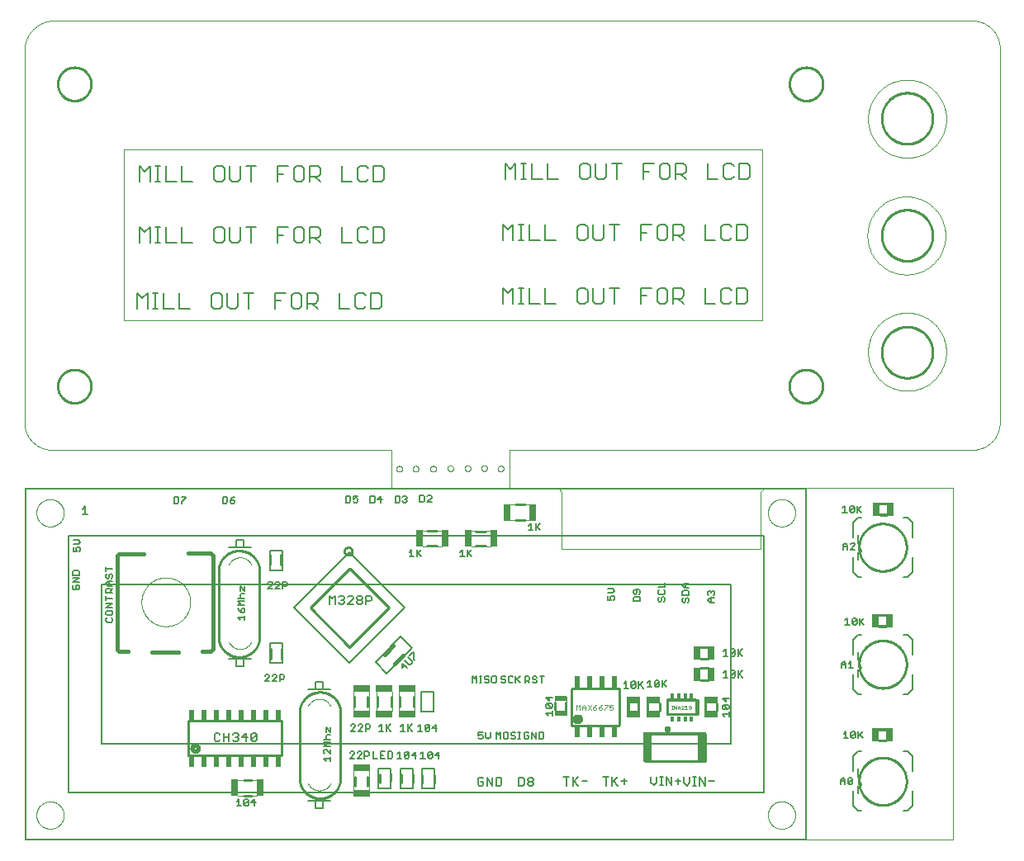
<source format=gto>
G75*
%MOIN*%
%OFA0B0*%
%FSLAX25Y25*%
%IPPOS*%
%LPD*%
%AMOC8*
5,1,8,0,0,1.08239X$1,22.5*
%
%ADD10C,0.00000*%
%ADD11C,0.01000*%
%ADD12C,0.00004*%
%ADD13C,0.00500*%
%ADD14C,0.00400*%
%ADD15C,0.00200*%
%ADD16C,0.01600*%
%ADD17C,0.00600*%
%ADD18C,0.00800*%
%ADD19R,0.05118X0.01969*%
%ADD20R,0.02000X0.04500*%
%ADD21R,0.06693X0.02953*%
%ADD22R,0.01930X0.04039*%
%ADD23R,0.02953X0.06693*%
%ADD24R,0.01496X0.02461*%
%ADD25R,0.05709X0.02953*%
%ADD26R,0.02953X0.05709*%
%ADD27R,0.03346X0.12205*%
D10*
X0006802Y0006921D02*
X0006802Y0148882D01*
X0154932Y0148654D01*
X0156901Y0156724D02*
X0156903Y0156793D01*
X0156909Y0156861D01*
X0156919Y0156929D01*
X0156933Y0156996D01*
X0156951Y0157063D01*
X0156972Y0157128D01*
X0156998Y0157192D01*
X0157027Y0157254D01*
X0157059Y0157314D01*
X0157095Y0157373D01*
X0157135Y0157429D01*
X0157177Y0157483D01*
X0157223Y0157534D01*
X0157272Y0157583D01*
X0157323Y0157629D01*
X0157377Y0157671D01*
X0157433Y0157711D01*
X0157491Y0157747D01*
X0157552Y0157779D01*
X0157614Y0157808D01*
X0157678Y0157834D01*
X0157743Y0157855D01*
X0157810Y0157873D01*
X0157877Y0157887D01*
X0157945Y0157897D01*
X0158013Y0157903D01*
X0158082Y0157905D01*
X0158151Y0157903D01*
X0158219Y0157897D01*
X0158287Y0157887D01*
X0158354Y0157873D01*
X0158421Y0157855D01*
X0158486Y0157834D01*
X0158550Y0157808D01*
X0158612Y0157779D01*
X0158672Y0157747D01*
X0158731Y0157711D01*
X0158787Y0157671D01*
X0158841Y0157629D01*
X0158892Y0157583D01*
X0158941Y0157534D01*
X0158987Y0157483D01*
X0159029Y0157429D01*
X0159069Y0157373D01*
X0159105Y0157314D01*
X0159137Y0157254D01*
X0159166Y0157192D01*
X0159192Y0157128D01*
X0159213Y0157063D01*
X0159231Y0156996D01*
X0159245Y0156929D01*
X0159255Y0156861D01*
X0159261Y0156793D01*
X0159263Y0156724D01*
X0159261Y0156655D01*
X0159255Y0156587D01*
X0159245Y0156519D01*
X0159231Y0156452D01*
X0159213Y0156385D01*
X0159192Y0156320D01*
X0159166Y0156256D01*
X0159137Y0156194D01*
X0159105Y0156133D01*
X0159069Y0156075D01*
X0159029Y0156019D01*
X0158987Y0155965D01*
X0158941Y0155914D01*
X0158892Y0155865D01*
X0158841Y0155819D01*
X0158787Y0155777D01*
X0158731Y0155737D01*
X0158673Y0155701D01*
X0158612Y0155669D01*
X0158550Y0155640D01*
X0158486Y0155614D01*
X0158421Y0155593D01*
X0158354Y0155575D01*
X0158287Y0155561D01*
X0158219Y0155551D01*
X0158151Y0155545D01*
X0158082Y0155543D01*
X0158013Y0155545D01*
X0157945Y0155551D01*
X0157877Y0155561D01*
X0157810Y0155575D01*
X0157743Y0155593D01*
X0157678Y0155614D01*
X0157614Y0155640D01*
X0157552Y0155669D01*
X0157491Y0155701D01*
X0157433Y0155737D01*
X0157377Y0155777D01*
X0157323Y0155819D01*
X0157272Y0155865D01*
X0157223Y0155914D01*
X0157177Y0155965D01*
X0157135Y0156019D01*
X0157095Y0156075D01*
X0157059Y0156133D01*
X0157027Y0156194D01*
X0156998Y0156256D01*
X0156972Y0156320D01*
X0156951Y0156385D01*
X0156933Y0156452D01*
X0156919Y0156519D01*
X0156909Y0156587D01*
X0156903Y0156655D01*
X0156901Y0156724D01*
X0163495Y0156724D02*
X0163497Y0156793D01*
X0163503Y0156861D01*
X0163513Y0156929D01*
X0163527Y0156996D01*
X0163545Y0157063D01*
X0163566Y0157128D01*
X0163592Y0157192D01*
X0163621Y0157254D01*
X0163653Y0157314D01*
X0163689Y0157373D01*
X0163729Y0157429D01*
X0163771Y0157483D01*
X0163817Y0157534D01*
X0163866Y0157583D01*
X0163917Y0157629D01*
X0163971Y0157671D01*
X0164027Y0157711D01*
X0164085Y0157747D01*
X0164146Y0157779D01*
X0164208Y0157808D01*
X0164272Y0157834D01*
X0164337Y0157855D01*
X0164404Y0157873D01*
X0164471Y0157887D01*
X0164539Y0157897D01*
X0164607Y0157903D01*
X0164676Y0157905D01*
X0164745Y0157903D01*
X0164813Y0157897D01*
X0164881Y0157887D01*
X0164948Y0157873D01*
X0165015Y0157855D01*
X0165080Y0157834D01*
X0165144Y0157808D01*
X0165206Y0157779D01*
X0165266Y0157747D01*
X0165325Y0157711D01*
X0165381Y0157671D01*
X0165435Y0157629D01*
X0165486Y0157583D01*
X0165535Y0157534D01*
X0165581Y0157483D01*
X0165623Y0157429D01*
X0165663Y0157373D01*
X0165699Y0157314D01*
X0165731Y0157254D01*
X0165760Y0157192D01*
X0165786Y0157128D01*
X0165807Y0157063D01*
X0165825Y0156996D01*
X0165839Y0156929D01*
X0165849Y0156861D01*
X0165855Y0156793D01*
X0165857Y0156724D01*
X0165855Y0156655D01*
X0165849Y0156587D01*
X0165839Y0156519D01*
X0165825Y0156452D01*
X0165807Y0156385D01*
X0165786Y0156320D01*
X0165760Y0156256D01*
X0165731Y0156194D01*
X0165699Y0156133D01*
X0165663Y0156075D01*
X0165623Y0156019D01*
X0165581Y0155965D01*
X0165535Y0155914D01*
X0165486Y0155865D01*
X0165435Y0155819D01*
X0165381Y0155777D01*
X0165325Y0155737D01*
X0165267Y0155701D01*
X0165206Y0155669D01*
X0165144Y0155640D01*
X0165080Y0155614D01*
X0165015Y0155593D01*
X0164948Y0155575D01*
X0164881Y0155561D01*
X0164813Y0155551D01*
X0164745Y0155545D01*
X0164676Y0155543D01*
X0164607Y0155545D01*
X0164539Y0155551D01*
X0164471Y0155561D01*
X0164404Y0155575D01*
X0164337Y0155593D01*
X0164272Y0155614D01*
X0164208Y0155640D01*
X0164146Y0155669D01*
X0164085Y0155701D01*
X0164027Y0155737D01*
X0163971Y0155777D01*
X0163917Y0155819D01*
X0163866Y0155865D01*
X0163817Y0155914D01*
X0163771Y0155965D01*
X0163729Y0156019D01*
X0163689Y0156075D01*
X0163653Y0156133D01*
X0163621Y0156194D01*
X0163592Y0156256D01*
X0163566Y0156320D01*
X0163545Y0156385D01*
X0163527Y0156452D01*
X0163513Y0156519D01*
X0163503Y0156587D01*
X0163497Y0156655D01*
X0163495Y0156724D01*
X0170582Y0156724D02*
X0170584Y0156793D01*
X0170590Y0156861D01*
X0170600Y0156929D01*
X0170614Y0156996D01*
X0170632Y0157063D01*
X0170653Y0157128D01*
X0170679Y0157192D01*
X0170708Y0157254D01*
X0170740Y0157314D01*
X0170776Y0157373D01*
X0170816Y0157429D01*
X0170858Y0157483D01*
X0170904Y0157534D01*
X0170953Y0157583D01*
X0171004Y0157629D01*
X0171058Y0157671D01*
X0171114Y0157711D01*
X0171172Y0157747D01*
X0171233Y0157779D01*
X0171295Y0157808D01*
X0171359Y0157834D01*
X0171424Y0157855D01*
X0171491Y0157873D01*
X0171558Y0157887D01*
X0171626Y0157897D01*
X0171694Y0157903D01*
X0171763Y0157905D01*
X0171832Y0157903D01*
X0171900Y0157897D01*
X0171968Y0157887D01*
X0172035Y0157873D01*
X0172102Y0157855D01*
X0172167Y0157834D01*
X0172231Y0157808D01*
X0172293Y0157779D01*
X0172353Y0157747D01*
X0172412Y0157711D01*
X0172468Y0157671D01*
X0172522Y0157629D01*
X0172573Y0157583D01*
X0172622Y0157534D01*
X0172668Y0157483D01*
X0172710Y0157429D01*
X0172750Y0157373D01*
X0172786Y0157314D01*
X0172818Y0157254D01*
X0172847Y0157192D01*
X0172873Y0157128D01*
X0172894Y0157063D01*
X0172912Y0156996D01*
X0172926Y0156929D01*
X0172936Y0156861D01*
X0172942Y0156793D01*
X0172944Y0156724D01*
X0172942Y0156655D01*
X0172936Y0156587D01*
X0172926Y0156519D01*
X0172912Y0156452D01*
X0172894Y0156385D01*
X0172873Y0156320D01*
X0172847Y0156256D01*
X0172818Y0156194D01*
X0172786Y0156133D01*
X0172750Y0156075D01*
X0172710Y0156019D01*
X0172668Y0155965D01*
X0172622Y0155914D01*
X0172573Y0155865D01*
X0172522Y0155819D01*
X0172468Y0155777D01*
X0172412Y0155737D01*
X0172354Y0155701D01*
X0172293Y0155669D01*
X0172231Y0155640D01*
X0172167Y0155614D01*
X0172102Y0155593D01*
X0172035Y0155575D01*
X0171968Y0155561D01*
X0171900Y0155551D01*
X0171832Y0155545D01*
X0171763Y0155543D01*
X0171694Y0155545D01*
X0171626Y0155551D01*
X0171558Y0155561D01*
X0171491Y0155575D01*
X0171424Y0155593D01*
X0171359Y0155614D01*
X0171295Y0155640D01*
X0171233Y0155669D01*
X0171172Y0155701D01*
X0171114Y0155737D01*
X0171058Y0155777D01*
X0171004Y0155819D01*
X0170953Y0155865D01*
X0170904Y0155914D01*
X0170858Y0155965D01*
X0170816Y0156019D01*
X0170776Y0156075D01*
X0170740Y0156133D01*
X0170708Y0156194D01*
X0170679Y0156256D01*
X0170653Y0156320D01*
X0170632Y0156385D01*
X0170614Y0156452D01*
X0170600Y0156519D01*
X0170590Y0156587D01*
X0170584Y0156655D01*
X0170582Y0156724D01*
X0177570Y0156921D02*
X0177572Y0156990D01*
X0177578Y0157058D01*
X0177588Y0157126D01*
X0177602Y0157193D01*
X0177620Y0157260D01*
X0177641Y0157325D01*
X0177667Y0157389D01*
X0177696Y0157451D01*
X0177728Y0157511D01*
X0177764Y0157570D01*
X0177804Y0157626D01*
X0177846Y0157680D01*
X0177892Y0157731D01*
X0177941Y0157780D01*
X0177992Y0157826D01*
X0178046Y0157868D01*
X0178102Y0157908D01*
X0178160Y0157944D01*
X0178221Y0157976D01*
X0178283Y0158005D01*
X0178347Y0158031D01*
X0178412Y0158052D01*
X0178479Y0158070D01*
X0178546Y0158084D01*
X0178614Y0158094D01*
X0178682Y0158100D01*
X0178751Y0158102D01*
X0178820Y0158100D01*
X0178888Y0158094D01*
X0178956Y0158084D01*
X0179023Y0158070D01*
X0179090Y0158052D01*
X0179155Y0158031D01*
X0179219Y0158005D01*
X0179281Y0157976D01*
X0179341Y0157944D01*
X0179400Y0157908D01*
X0179456Y0157868D01*
X0179510Y0157826D01*
X0179561Y0157780D01*
X0179610Y0157731D01*
X0179656Y0157680D01*
X0179698Y0157626D01*
X0179738Y0157570D01*
X0179774Y0157511D01*
X0179806Y0157451D01*
X0179835Y0157389D01*
X0179861Y0157325D01*
X0179882Y0157260D01*
X0179900Y0157193D01*
X0179914Y0157126D01*
X0179924Y0157058D01*
X0179930Y0156990D01*
X0179932Y0156921D01*
X0179930Y0156852D01*
X0179924Y0156784D01*
X0179914Y0156716D01*
X0179900Y0156649D01*
X0179882Y0156582D01*
X0179861Y0156517D01*
X0179835Y0156453D01*
X0179806Y0156391D01*
X0179774Y0156330D01*
X0179738Y0156272D01*
X0179698Y0156216D01*
X0179656Y0156162D01*
X0179610Y0156111D01*
X0179561Y0156062D01*
X0179510Y0156016D01*
X0179456Y0155974D01*
X0179400Y0155934D01*
X0179342Y0155898D01*
X0179281Y0155866D01*
X0179219Y0155837D01*
X0179155Y0155811D01*
X0179090Y0155790D01*
X0179023Y0155772D01*
X0178956Y0155758D01*
X0178888Y0155748D01*
X0178820Y0155742D01*
X0178751Y0155740D01*
X0178682Y0155742D01*
X0178614Y0155748D01*
X0178546Y0155758D01*
X0178479Y0155772D01*
X0178412Y0155790D01*
X0178347Y0155811D01*
X0178283Y0155837D01*
X0178221Y0155866D01*
X0178160Y0155898D01*
X0178102Y0155934D01*
X0178046Y0155974D01*
X0177992Y0156016D01*
X0177941Y0156062D01*
X0177892Y0156111D01*
X0177846Y0156162D01*
X0177804Y0156216D01*
X0177764Y0156272D01*
X0177728Y0156330D01*
X0177696Y0156391D01*
X0177667Y0156453D01*
X0177641Y0156517D01*
X0177620Y0156582D01*
X0177602Y0156649D01*
X0177588Y0156716D01*
X0177578Y0156784D01*
X0177572Y0156852D01*
X0177570Y0156921D01*
X0184558Y0156921D02*
X0184560Y0156990D01*
X0184566Y0157058D01*
X0184576Y0157126D01*
X0184590Y0157193D01*
X0184608Y0157260D01*
X0184629Y0157325D01*
X0184655Y0157389D01*
X0184684Y0157451D01*
X0184716Y0157511D01*
X0184752Y0157570D01*
X0184792Y0157626D01*
X0184834Y0157680D01*
X0184880Y0157731D01*
X0184929Y0157780D01*
X0184980Y0157826D01*
X0185034Y0157868D01*
X0185090Y0157908D01*
X0185148Y0157944D01*
X0185209Y0157976D01*
X0185271Y0158005D01*
X0185335Y0158031D01*
X0185400Y0158052D01*
X0185467Y0158070D01*
X0185534Y0158084D01*
X0185602Y0158094D01*
X0185670Y0158100D01*
X0185739Y0158102D01*
X0185808Y0158100D01*
X0185876Y0158094D01*
X0185944Y0158084D01*
X0186011Y0158070D01*
X0186078Y0158052D01*
X0186143Y0158031D01*
X0186207Y0158005D01*
X0186269Y0157976D01*
X0186329Y0157944D01*
X0186388Y0157908D01*
X0186444Y0157868D01*
X0186498Y0157826D01*
X0186549Y0157780D01*
X0186598Y0157731D01*
X0186644Y0157680D01*
X0186686Y0157626D01*
X0186726Y0157570D01*
X0186762Y0157511D01*
X0186794Y0157451D01*
X0186823Y0157389D01*
X0186849Y0157325D01*
X0186870Y0157260D01*
X0186888Y0157193D01*
X0186902Y0157126D01*
X0186912Y0157058D01*
X0186918Y0156990D01*
X0186920Y0156921D01*
X0186918Y0156852D01*
X0186912Y0156784D01*
X0186902Y0156716D01*
X0186888Y0156649D01*
X0186870Y0156582D01*
X0186849Y0156517D01*
X0186823Y0156453D01*
X0186794Y0156391D01*
X0186762Y0156330D01*
X0186726Y0156272D01*
X0186686Y0156216D01*
X0186644Y0156162D01*
X0186598Y0156111D01*
X0186549Y0156062D01*
X0186498Y0156016D01*
X0186444Y0155974D01*
X0186388Y0155934D01*
X0186330Y0155898D01*
X0186269Y0155866D01*
X0186207Y0155837D01*
X0186143Y0155811D01*
X0186078Y0155790D01*
X0186011Y0155772D01*
X0185944Y0155758D01*
X0185876Y0155748D01*
X0185808Y0155742D01*
X0185739Y0155740D01*
X0185670Y0155742D01*
X0185602Y0155748D01*
X0185534Y0155758D01*
X0185467Y0155772D01*
X0185400Y0155790D01*
X0185335Y0155811D01*
X0185271Y0155837D01*
X0185209Y0155866D01*
X0185148Y0155898D01*
X0185090Y0155934D01*
X0185034Y0155974D01*
X0184980Y0156016D01*
X0184929Y0156062D01*
X0184880Y0156111D01*
X0184834Y0156162D01*
X0184792Y0156216D01*
X0184752Y0156272D01*
X0184716Y0156330D01*
X0184684Y0156391D01*
X0184655Y0156453D01*
X0184629Y0156517D01*
X0184608Y0156582D01*
X0184590Y0156649D01*
X0184576Y0156716D01*
X0184566Y0156784D01*
X0184560Y0156852D01*
X0184558Y0156921D01*
X0191153Y0157020D02*
X0191155Y0157089D01*
X0191161Y0157157D01*
X0191171Y0157225D01*
X0191185Y0157292D01*
X0191203Y0157359D01*
X0191224Y0157424D01*
X0191250Y0157488D01*
X0191279Y0157550D01*
X0191311Y0157610D01*
X0191347Y0157669D01*
X0191387Y0157725D01*
X0191429Y0157779D01*
X0191475Y0157830D01*
X0191524Y0157879D01*
X0191575Y0157925D01*
X0191629Y0157967D01*
X0191685Y0158007D01*
X0191743Y0158043D01*
X0191804Y0158075D01*
X0191866Y0158104D01*
X0191930Y0158130D01*
X0191995Y0158151D01*
X0192062Y0158169D01*
X0192129Y0158183D01*
X0192197Y0158193D01*
X0192265Y0158199D01*
X0192334Y0158201D01*
X0192403Y0158199D01*
X0192471Y0158193D01*
X0192539Y0158183D01*
X0192606Y0158169D01*
X0192673Y0158151D01*
X0192738Y0158130D01*
X0192802Y0158104D01*
X0192864Y0158075D01*
X0192924Y0158043D01*
X0192983Y0158007D01*
X0193039Y0157967D01*
X0193093Y0157925D01*
X0193144Y0157879D01*
X0193193Y0157830D01*
X0193239Y0157779D01*
X0193281Y0157725D01*
X0193321Y0157669D01*
X0193357Y0157610D01*
X0193389Y0157550D01*
X0193418Y0157488D01*
X0193444Y0157424D01*
X0193465Y0157359D01*
X0193483Y0157292D01*
X0193497Y0157225D01*
X0193507Y0157157D01*
X0193513Y0157089D01*
X0193515Y0157020D01*
X0193513Y0156951D01*
X0193507Y0156883D01*
X0193497Y0156815D01*
X0193483Y0156748D01*
X0193465Y0156681D01*
X0193444Y0156616D01*
X0193418Y0156552D01*
X0193389Y0156490D01*
X0193357Y0156429D01*
X0193321Y0156371D01*
X0193281Y0156315D01*
X0193239Y0156261D01*
X0193193Y0156210D01*
X0193144Y0156161D01*
X0193093Y0156115D01*
X0193039Y0156073D01*
X0192983Y0156033D01*
X0192925Y0155997D01*
X0192864Y0155965D01*
X0192802Y0155936D01*
X0192738Y0155910D01*
X0192673Y0155889D01*
X0192606Y0155871D01*
X0192539Y0155857D01*
X0192471Y0155847D01*
X0192403Y0155841D01*
X0192334Y0155839D01*
X0192265Y0155841D01*
X0192197Y0155847D01*
X0192129Y0155857D01*
X0192062Y0155871D01*
X0191995Y0155889D01*
X0191930Y0155910D01*
X0191866Y0155936D01*
X0191804Y0155965D01*
X0191743Y0155997D01*
X0191685Y0156033D01*
X0191629Y0156073D01*
X0191575Y0156115D01*
X0191524Y0156161D01*
X0191475Y0156210D01*
X0191429Y0156261D01*
X0191387Y0156315D01*
X0191347Y0156371D01*
X0191311Y0156429D01*
X0191279Y0156490D01*
X0191250Y0156552D01*
X0191224Y0156616D01*
X0191203Y0156681D01*
X0191185Y0156748D01*
X0191171Y0156815D01*
X0191161Y0156883D01*
X0191155Y0156951D01*
X0191153Y0157020D01*
X0197846Y0156823D02*
X0197848Y0156892D01*
X0197854Y0156960D01*
X0197864Y0157028D01*
X0197878Y0157095D01*
X0197896Y0157162D01*
X0197917Y0157227D01*
X0197943Y0157291D01*
X0197972Y0157353D01*
X0198004Y0157413D01*
X0198040Y0157472D01*
X0198080Y0157528D01*
X0198122Y0157582D01*
X0198168Y0157633D01*
X0198217Y0157682D01*
X0198268Y0157728D01*
X0198322Y0157770D01*
X0198378Y0157810D01*
X0198436Y0157846D01*
X0198497Y0157878D01*
X0198559Y0157907D01*
X0198623Y0157933D01*
X0198688Y0157954D01*
X0198755Y0157972D01*
X0198822Y0157986D01*
X0198890Y0157996D01*
X0198958Y0158002D01*
X0199027Y0158004D01*
X0199096Y0158002D01*
X0199164Y0157996D01*
X0199232Y0157986D01*
X0199299Y0157972D01*
X0199366Y0157954D01*
X0199431Y0157933D01*
X0199495Y0157907D01*
X0199557Y0157878D01*
X0199617Y0157846D01*
X0199676Y0157810D01*
X0199732Y0157770D01*
X0199786Y0157728D01*
X0199837Y0157682D01*
X0199886Y0157633D01*
X0199932Y0157582D01*
X0199974Y0157528D01*
X0200014Y0157472D01*
X0200050Y0157413D01*
X0200082Y0157353D01*
X0200111Y0157291D01*
X0200137Y0157227D01*
X0200158Y0157162D01*
X0200176Y0157095D01*
X0200190Y0157028D01*
X0200200Y0156960D01*
X0200206Y0156892D01*
X0200208Y0156823D01*
X0200206Y0156754D01*
X0200200Y0156686D01*
X0200190Y0156618D01*
X0200176Y0156551D01*
X0200158Y0156484D01*
X0200137Y0156419D01*
X0200111Y0156355D01*
X0200082Y0156293D01*
X0200050Y0156232D01*
X0200014Y0156174D01*
X0199974Y0156118D01*
X0199932Y0156064D01*
X0199886Y0156013D01*
X0199837Y0155964D01*
X0199786Y0155918D01*
X0199732Y0155876D01*
X0199676Y0155836D01*
X0199618Y0155800D01*
X0199557Y0155768D01*
X0199495Y0155739D01*
X0199431Y0155713D01*
X0199366Y0155692D01*
X0199299Y0155674D01*
X0199232Y0155660D01*
X0199164Y0155650D01*
X0199096Y0155644D01*
X0199027Y0155642D01*
X0198958Y0155644D01*
X0198890Y0155650D01*
X0198822Y0155660D01*
X0198755Y0155674D01*
X0198688Y0155692D01*
X0198623Y0155713D01*
X0198559Y0155739D01*
X0198497Y0155768D01*
X0198436Y0155800D01*
X0198378Y0155836D01*
X0198322Y0155876D01*
X0198268Y0155918D01*
X0198217Y0155964D01*
X0198168Y0156013D01*
X0198122Y0156064D01*
X0198080Y0156118D01*
X0198040Y0156174D01*
X0198004Y0156232D01*
X0197972Y0156293D01*
X0197943Y0156355D01*
X0197917Y0156419D01*
X0197896Y0156484D01*
X0197878Y0156551D01*
X0197864Y0156618D01*
X0197854Y0156686D01*
X0197848Y0156754D01*
X0197846Y0156823D01*
X0202570Y0148654D02*
X0222550Y0148654D01*
X0223731Y0147472D01*
X0223731Y0124244D01*
X0304046Y0124244D01*
X0304046Y0147472D01*
X0305456Y0148882D01*
X0381503Y0148882D01*
X0381503Y0006921D01*
X0006802Y0006921D01*
X0011652Y0016898D02*
X0011654Y0017046D01*
X0011660Y0017194D01*
X0011670Y0017342D01*
X0011684Y0017489D01*
X0011702Y0017636D01*
X0011723Y0017782D01*
X0011749Y0017928D01*
X0011779Y0018073D01*
X0011812Y0018217D01*
X0011850Y0018360D01*
X0011891Y0018502D01*
X0011936Y0018643D01*
X0011984Y0018783D01*
X0012037Y0018922D01*
X0012093Y0019059D01*
X0012153Y0019194D01*
X0012216Y0019328D01*
X0012283Y0019460D01*
X0012354Y0019590D01*
X0012428Y0019718D01*
X0012505Y0019844D01*
X0012586Y0019968D01*
X0012670Y0020090D01*
X0012757Y0020209D01*
X0012848Y0020326D01*
X0012942Y0020441D01*
X0013038Y0020553D01*
X0013138Y0020663D01*
X0013240Y0020769D01*
X0013346Y0020873D01*
X0013454Y0020974D01*
X0013565Y0021072D01*
X0013678Y0021168D01*
X0013794Y0021260D01*
X0013912Y0021349D01*
X0014033Y0021434D01*
X0014156Y0021517D01*
X0014281Y0021596D01*
X0014408Y0021672D01*
X0014537Y0021744D01*
X0014668Y0021813D01*
X0014801Y0021878D01*
X0014936Y0021939D01*
X0015072Y0021997D01*
X0015209Y0022052D01*
X0015348Y0022102D01*
X0015489Y0022149D01*
X0015630Y0022192D01*
X0015773Y0022232D01*
X0015917Y0022267D01*
X0016061Y0022299D01*
X0016207Y0022326D01*
X0016353Y0022350D01*
X0016500Y0022370D01*
X0016647Y0022386D01*
X0016794Y0022398D01*
X0016942Y0022406D01*
X0017090Y0022410D01*
X0017238Y0022410D01*
X0017386Y0022406D01*
X0017534Y0022398D01*
X0017681Y0022386D01*
X0017828Y0022370D01*
X0017975Y0022350D01*
X0018121Y0022326D01*
X0018267Y0022299D01*
X0018411Y0022267D01*
X0018555Y0022232D01*
X0018698Y0022192D01*
X0018839Y0022149D01*
X0018980Y0022102D01*
X0019119Y0022052D01*
X0019256Y0021997D01*
X0019392Y0021939D01*
X0019527Y0021878D01*
X0019660Y0021813D01*
X0019791Y0021744D01*
X0019920Y0021672D01*
X0020047Y0021596D01*
X0020172Y0021517D01*
X0020295Y0021434D01*
X0020416Y0021349D01*
X0020534Y0021260D01*
X0020650Y0021168D01*
X0020763Y0021072D01*
X0020874Y0020974D01*
X0020982Y0020873D01*
X0021088Y0020769D01*
X0021190Y0020663D01*
X0021290Y0020553D01*
X0021386Y0020441D01*
X0021480Y0020326D01*
X0021571Y0020209D01*
X0021658Y0020090D01*
X0021742Y0019968D01*
X0021823Y0019844D01*
X0021900Y0019718D01*
X0021974Y0019590D01*
X0022045Y0019460D01*
X0022112Y0019328D01*
X0022175Y0019194D01*
X0022235Y0019059D01*
X0022291Y0018922D01*
X0022344Y0018783D01*
X0022392Y0018643D01*
X0022437Y0018502D01*
X0022478Y0018360D01*
X0022516Y0018217D01*
X0022549Y0018073D01*
X0022579Y0017928D01*
X0022605Y0017782D01*
X0022626Y0017636D01*
X0022644Y0017489D01*
X0022658Y0017342D01*
X0022668Y0017194D01*
X0022674Y0017046D01*
X0022676Y0016898D01*
X0022674Y0016750D01*
X0022668Y0016602D01*
X0022658Y0016454D01*
X0022644Y0016307D01*
X0022626Y0016160D01*
X0022605Y0016014D01*
X0022579Y0015868D01*
X0022549Y0015723D01*
X0022516Y0015579D01*
X0022478Y0015436D01*
X0022437Y0015294D01*
X0022392Y0015153D01*
X0022344Y0015013D01*
X0022291Y0014874D01*
X0022235Y0014737D01*
X0022175Y0014602D01*
X0022112Y0014468D01*
X0022045Y0014336D01*
X0021974Y0014206D01*
X0021900Y0014078D01*
X0021823Y0013952D01*
X0021742Y0013828D01*
X0021658Y0013706D01*
X0021571Y0013587D01*
X0021480Y0013470D01*
X0021386Y0013355D01*
X0021290Y0013243D01*
X0021190Y0013133D01*
X0021088Y0013027D01*
X0020982Y0012923D01*
X0020874Y0012822D01*
X0020763Y0012724D01*
X0020650Y0012628D01*
X0020534Y0012536D01*
X0020416Y0012447D01*
X0020295Y0012362D01*
X0020172Y0012279D01*
X0020047Y0012200D01*
X0019920Y0012124D01*
X0019791Y0012052D01*
X0019660Y0011983D01*
X0019527Y0011918D01*
X0019392Y0011857D01*
X0019256Y0011799D01*
X0019119Y0011744D01*
X0018980Y0011694D01*
X0018839Y0011647D01*
X0018698Y0011604D01*
X0018555Y0011564D01*
X0018411Y0011529D01*
X0018267Y0011497D01*
X0018121Y0011470D01*
X0017975Y0011446D01*
X0017828Y0011426D01*
X0017681Y0011410D01*
X0017534Y0011398D01*
X0017386Y0011390D01*
X0017238Y0011386D01*
X0017090Y0011386D01*
X0016942Y0011390D01*
X0016794Y0011398D01*
X0016647Y0011410D01*
X0016500Y0011426D01*
X0016353Y0011446D01*
X0016207Y0011470D01*
X0016061Y0011497D01*
X0015917Y0011529D01*
X0015773Y0011564D01*
X0015630Y0011604D01*
X0015489Y0011647D01*
X0015348Y0011694D01*
X0015209Y0011744D01*
X0015072Y0011799D01*
X0014936Y0011857D01*
X0014801Y0011918D01*
X0014668Y0011983D01*
X0014537Y0012052D01*
X0014408Y0012124D01*
X0014281Y0012200D01*
X0014156Y0012279D01*
X0014033Y0012362D01*
X0013912Y0012447D01*
X0013794Y0012536D01*
X0013678Y0012628D01*
X0013565Y0012724D01*
X0013454Y0012822D01*
X0013346Y0012923D01*
X0013240Y0013027D01*
X0013138Y0013133D01*
X0013038Y0013243D01*
X0012942Y0013355D01*
X0012848Y0013470D01*
X0012757Y0013587D01*
X0012670Y0013706D01*
X0012586Y0013828D01*
X0012505Y0013952D01*
X0012428Y0014078D01*
X0012354Y0014206D01*
X0012283Y0014336D01*
X0012216Y0014468D01*
X0012153Y0014602D01*
X0012093Y0014737D01*
X0012037Y0014874D01*
X0011984Y0015013D01*
X0011936Y0015153D01*
X0011891Y0015294D01*
X0011850Y0015436D01*
X0011812Y0015579D01*
X0011779Y0015723D01*
X0011749Y0015868D01*
X0011723Y0016014D01*
X0011702Y0016160D01*
X0011684Y0016307D01*
X0011670Y0016454D01*
X0011660Y0016602D01*
X0011654Y0016750D01*
X0011652Y0016898D01*
X0054046Y0102984D02*
X0054049Y0103226D01*
X0054058Y0103467D01*
X0054073Y0103708D01*
X0054093Y0103949D01*
X0054120Y0104189D01*
X0054153Y0104428D01*
X0054191Y0104667D01*
X0054235Y0104904D01*
X0054285Y0105141D01*
X0054341Y0105376D01*
X0054403Y0105609D01*
X0054470Y0105841D01*
X0054543Y0106072D01*
X0054621Y0106300D01*
X0054706Y0106526D01*
X0054795Y0106751D01*
X0054890Y0106973D01*
X0054991Y0107192D01*
X0055097Y0107410D01*
X0055208Y0107624D01*
X0055325Y0107836D01*
X0055446Y0108044D01*
X0055573Y0108250D01*
X0055705Y0108452D01*
X0055842Y0108652D01*
X0055983Y0108847D01*
X0056129Y0109040D01*
X0056280Y0109228D01*
X0056436Y0109413D01*
X0056596Y0109594D01*
X0056760Y0109771D01*
X0056929Y0109944D01*
X0057102Y0110113D01*
X0057279Y0110277D01*
X0057460Y0110437D01*
X0057645Y0110593D01*
X0057833Y0110744D01*
X0058026Y0110890D01*
X0058221Y0111031D01*
X0058421Y0111168D01*
X0058623Y0111300D01*
X0058829Y0111427D01*
X0059037Y0111548D01*
X0059249Y0111665D01*
X0059463Y0111776D01*
X0059681Y0111882D01*
X0059900Y0111983D01*
X0060122Y0112078D01*
X0060347Y0112167D01*
X0060573Y0112252D01*
X0060801Y0112330D01*
X0061032Y0112403D01*
X0061264Y0112470D01*
X0061497Y0112532D01*
X0061732Y0112588D01*
X0061969Y0112638D01*
X0062206Y0112682D01*
X0062445Y0112720D01*
X0062684Y0112753D01*
X0062924Y0112780D01*
X0063165Y0112800D01*
X0063406Y0112815D01*
X0063647Y0112824D01*
X0063889Y0112827D01*
X0064131Y0112824D01*
X0064372Y0112815D01*
X0064613Y0112800D01*
X0064854Y0112780D01*
X0065094Y0112753D01*
X0065333Y0112720D01*
X0065572Y0112682D01*
X0065809Y0112638D01*
X0066046Y0112588D01*
X0066281Y0112532D01*
X0066514Y0112470D01*
X0066746Y0112403D01*
X0066977Y0112330D01*
X0067205Y0112252D01*
X0067431Y0112167D01*
X0067656Y0112078D01*
X0067878Y0111983D01*
X0068097Y0111882D01*
X0068315Y0111776D01*
X0068529Y0111665D01*
X0068741Y0111548D01*
X0068949Y0111427D01*
X0069155Y0111300D01*
X0069357Y0111168D01*
X0069557Y0111031D01*
X0069752Y0110890D01*
X0069945Y0110744D01*
X0070133Y0110593D01*
X0070318Y0110437D01*
X0070499Y0110277D01*
X0070676Y0110113D01*
X0070849Y0109944D01*
X0071018Y0109771D01*
X0071182Y0109594D01*
X0071342Y0109413D01*
X0071498Y0109228D01*
X0071649Y0109040D01*
X0071795Y0108847D01*
X0071936Y0108652D01*
X0072073Y0108452D01*
X0072205Y0108250D01*
X0072332Y0108044D01*
X0072453Y0107836D01*
X0072570Y0107624D01*
X0072681Y0107410D01*
X0072787Y0107192D01*
X0072888Y0106973D01*
X0072983Y0106751D01*
X0073072Y0106526D01*
X0073157Y0106300D01*
X0073235Y0106072D01*
X0073308Y0105841D01*
X0073375Y0105609D01*
X0073437Y0105376D01*
X0073493Y0105141D01*
X0073543Y0104904D01*
X0073587Y0104667D01*
X0073625Y0104428D01*
X0073658Y0104189D01*
X0073685Y0103949D01*
X0073705Y0103708D01*
X0073720Y0103467D01*
X0073729Y0103226D01*
X0073732Y0102984D01*
X0073729Y0102742D01*
X0073720Y0102501D01*
X0073705Y0102260D01*
X0073685Y0102019D01*
X0073658Y0101779D01*
X0073625Y0101540D01*
X0073587Y0101301D01*
X0073543Y0101064D01*
X0073493Y0100827D01*
X0073437Y0100592D01*
X0073375Y0100359D01*
X0073308Y0100127D01*
X0073235Y0099896D01*
X0073157Y0099668D01*
X0073072Y0099442D01*
X0072983Y0099217D01*
X0072888Y0098995D01*
X0072787Y0098776D01*
X0072681Y0098558D01*
X0072570Y0098344D01*
X0072453Y0098132D01*
X0072332Y0097924D01*
X0072205Y0097718D01*
X0072073Y0097516D01*
X0071936Y0097316D01*
X0071795Y0097121D01*
X0071649Y0096928D01*
X0071498Y0096740D01*
X0071342Y0096555D01*
X0071182Y0096374D01*
X0071018Y0096197D01*
X0070849Y0096024D01*
X0070676Y0095855D01*
X0070499Y0095691D01*
X0070318Y0095531D01*
X0070133Y0095375D01*
X0069945Y0095224D01*
X0069752Y0095078D01*
X0069557Y0094937D01*
X0069357Y0094800D01*
X0069155Y0094668D01*
X0068949Y0094541D01*
X0068741Y0094420D01*
X0068529Y0094303D01*
X0068315Y0094192D01*
X0068097Y0094086D01*
X0067878Y0093985D01*
X0067656Y0093890D01*
X0067431Y0093801D01*
X0067205Y0093716D01*
X0066977Y0093638D01*
X0066746Y0093565D01*
X0066514Y0093498D01*
X0066281Y0093436D01*
X0066046Y0093380D01*
X0065809Y0093330D01*
X0065572Y0093286D01*
X0065333Y0093248D01*
X0065094Y0093215D01*
X0064854Y0093188D01*
X0064613Y0093168D01*
X0064372Y0093153D01*
X0064131Y0093144D01*
X0063889Y0093141D01*
X0063647Y0093144D01*
X0063406Y0093153D01*
X0063165Y0093168D01*
X0062924Y0093188D01*
X0062684Y0093215D01*
X0062445Y0093248D01*
X0062206Y0093286D01*
X0061969Y0093330D01*
X0061732Y0093380D01*
X0061497Y0093436D01*
X0061264Y0093498D01*
X0061032Y0093565D01*
X0060801Y0093638D01*
X0060573Y0093716D01*
X0060347Y0093801D01*
X0060122Y0093890D01*
X0059900Y0093985D01*
X0059681Y0094086D01*
X0059463Y0094192D01*
X0059249Y0094303D01*
X0059037Y0094420D01*
X0058829Y0094541D01*
X0058623Y0094668D01*
X0058421Y0094800D01*
X0058221Y0094937D01*
X0058026Y0095078D01*
X0057833Y0095224D01*
X0057645Y0095375D01*
X0057460Y0095531D01*
X0057279Y0095691D01*
X0057102Y0095855D01*
X0056929Y0096024D01*
X0056760Y0096197D01*
X0056596Y0096374D01*
X0056436Y0096555D01*
X0056280Y0096740D01*
X0056129Y0096928D01*
X0055983Y0097121D01*
X0055842Y0097316D01*
X0055705Y0097516D01*
X0055573Y0097718D01*
X0055446Y0097924D01*
X0055325Y0098132D01*
X0055208Y0098344D01*
X0055097Y0098558D01*
X0054991Y0098776D01*
X0054890Y0098995D01*
X0054795Y0099217D01*
X0054706Y0099442D01*
X0054621Y0099668D01*
X0054543Y0099896D01*
X0054470Y0100127D01*
X0054403Y0100359D01*
X0054341Y0100592D01*
X0054285Y0100827D01*
X0054235Y0101064D01*
X0054191Y0101301D01*
X0054153Y0101540D01*
X0054120Y0101779D01*
X0054093Y0102019D01*
X0054073Y0102260D01*
X0054058Y0102501D01*
X0054049Y0102742D01*
X0054046Y0102984D01*
X0011652Y0138945D02*
X0011654Y0139093D01*
X0011660Y0139241D01*
X0011670Y0139389D01*
X0011684Y0139536D01*
X0011702Y0139683D01*
X0011723Y0139829D01*
X0011749Y0139975D01*
X0011779Y0140120D01*
X0011812Y0140264D01*
X0011850Y0140407D01*
X0011891Y0140549D01*
X0011936Y0140690D01*
X0011984Y0140830D01*
X0012037Y0140969D01*
X0012093Y0141106D01*
X0012153Y0141241D01*
X0012216Y0141375D01*
X0012283Y0141507D01*
X0012354Y0141637D01*
X0012428Y0141765D01*
X0012505Y0141891D01*
X0012586Y0142015D01*
X0012670Y0142137D01*
X0012757Y0142256D01*
X0012848Y0142373D01*
X0012942Y0142488D01*
X0013038Y0142600D01*
X0013138Y0142710D01*
X0013240Y0142816D01*
X0013346Y0142920D01*
X0013454Y0143021D01*
X0013565Y0143119D01*
X0013678Y0143215D01*
X0013794Y0143307D01*
X0013912Y0143396D01*
X0014033Y0143481D01*
X0014156Y0143564D01*
X0014281Y0143643D01*
X0014408Y0143719D01*
X0014537Y0143791D01*
X0014668Y0143860D01*
X0014801Y0143925D01*
X0014936Y0143986D01*
X0015072Y0144044D01*
X0015209Y0144099D01*
X0015348Y0144149D01*
X0015489Y0144196D01*
X0015630Y0144239D01*
X0015773Y0144279D01*
X0015917Y0144314D01*
X0016061Y0144346D01*
X0016207Y0144373D01*
X0016353Y0144397D01*
X0016500Y0144417D01*
X0016647Y0144433D01*
X0016794Y0144445D01*
X0016942Y0144453D01*
X0017090Y0144457D01*
X0017238Y0144457D01*
X0017386Y0144453D01*
X0017534Y0144445D01*
X0017681Y0144433D01*
X0017828Y0144417D01*
X0017975Y0144397D01*
X0018121Y0144373D01*
X0018267Y0144346D01*
X0018411Y0144314D01*
X0018555Y0144279D01*
X0018698Y0144239D01*
X0018839Y0144196D01*
X0018980Y0144149D01*
X0019119Y0144099D01*
X0019256Y0144044D01*
X0019392Y0143986D01*
X0019527Y0143925D01*
X0019660Y0143860D01*
X0019791Y0143791D01*
X0019920Y0143719D01*
X0020047Y0143643D01*
X0020172Y0143564D01*
X0020295Y0143481D01*
X0020416Y0143396D01*
X0020534Y0143307D01*
X0020650Y0143215D01*
X0020763Y0143119D01*
X0020874Y0143021D01*
X0020982Y0142920D01*
X0021088Y0142816D01*
X0021190Y0142710D01*
X0021290Y0142600D01*
X0021386Y0142488D01*
X0021480Y0142373D01*
X0021571Y0142256D01*
X0021658Y0142137D01*
X0021742Y0142015D01*
X0021823Y0141891D01*
X0021900Y0141765D01*
X0021974Y0141637D01*
X0022045Y0141507D01*
X0022112Y0141375D01*
X0022175Y0141241D01*
X0022235Y0141106D01*
X0022291Y0140969D01*
X0022344Y0140830D01*
X0022392Y0140690D01*
X0022437Y0140549D01*
X0022478Y0140407D01*
X0022516Y0140264D01*
X0022549Y0140120D01*
X0022579Y0139975D01*
X0022605Y0139829D01*
X0022626Y0139683D01*
X0022644Y0139536D01*
X0022658Y0139389D01*
X0022668Y0139241D01*
X0022674Y0139093D01*
X0022676Y0138945D01*
X0022674Y0138797D01*
X0022668Y0138649D01*
X0022658Y0138501D01*
X0022644Y0138354D01*
X0022626Y0138207D01*
X0022605Y0138061D01*
X0022579Y0137915D01*
X0022549Y0137770D01*
X0022516Y0137626D01*
X0022478Y0137483D01*
X0022437Y0137341D01*
X0022392Y0137200D01*
X0022344Y0137060D01*
X0022291Y0136921D01*
X0022235Y0136784D01*
X0022175Y0136649D01*
X0022112Y0136515D01*
X0022045Y0136383D01*
X0021974Y0136253D01*
X0021900Y0136125D01*
X0021823Y0135999D01*
X0021742Y0135875D01*
X0021658Y0135753D01*
X0021571Y0135634D01*
X0021480Y0135517D01*
X0021386Y0135402D01*
X0021290Y0135290D01*
X0021190Y0135180D01*
X0021088Y0135074D01*
X0020982Y0134970D01*
X0020874Y0134869D01*
X0020763Y0134771D01*
X0020650Y0134675D01*
X0020534Y0134583D01*
X0020416Y0134494D01*
X0020295Y0134409D01*
X0020172Y0134326D01*
X0020047Y0134247D01*
X0019920Y0134171D01*
X0019791Y0134099D01*
X0019660Y0134030D01*
X0019527Y0133965D01*
X0019392Y0133904D01*
X0019256Y0133846D01*
X0019119Y0133791D01*
X0018980Y0133741D01*
X0018839Y0133694D01*
X0018698Y0133651D01*
X0018555Y0133611D01*
X0018411Y0133576D01*
X0018267Y0133544D01*
X0018121Y0133517D01*
X0017975Y0133493D01*
X0017828Y0133473D01*
X0017681Y0133457D01*
X0017534Y0133445D01*
X0017386Y0133437D01*
X0017238Y0133433D01*
X0017090Y0133433D01*
X0016942Y0133437D01*
X0016794Y0133445D01*
X0016647Y0133457D01*
X0016500Y0133473D01*
X0016353Y0133493D01*
X0016207Y0133517D01*
X0016061Y0133544D01*
X0015917Y0133576D01*
X0015773Y0133611D01*
X0015630Y0133651D01*
X0015489Y0133694D01*
X0015348Y0133741D01*
X0015209Y0133791D01*
X0015072Y0133846D01*
X0014936Y0133904D01*
X0014801Y0133965D01*
X0014668Y0134030D01*
X0014537Y0134099D01*
X0014408Y0134171D01*
X0014281Y0134247D01*
X0014156Y0134326D01*
X0014033Y0134409D01*
X0013912Y0134494D01*
X0013794Y0134583D01*
X0013678Y0134675D01*
X0013565Y0134771D01*
X0013454Y0134869D01*
X0013346Y0134970D01*
X0013240Y0135074D01*
X0013138Y0135180D01*
X0013038Y0135290D01*
X0012942Y0135402D01*
X0012848Y0135517D01*
X0012757Y0135634D01*
X0012670Y0135753D01*
X0012586Y0135875D01*
X0012505Y0135999D01*
X0012428Y0136125D01*
X0012354Y0136253D01*
X0012283Y0136383D01*
X0012216Y0136515D01*
X0012153Y0136649D01*
X0012093Y0136784D01*
X0012037Y0136921D01*
X0011984Y0137060D01*
X0011936Y0137200D01*
X0011891Y0137341D01*
X0011850Y0137483D01*
X0011812Y0137626D01*
X0011779Y0137770D01*
X0011749Y0137915D01*
X0011723Y0138061D01*
X0011702Y0138207D01*
X0011684Y0138354D01*
X0011670Y0138501D01*
X0011660Y0138649D01*
X0011654Y0138797D01*
X0011652Y0138945D01*
X0306928Y0138945D02*
X0306930Y0139093D01*
X0306936Y0139241D01*
X0306946Y0139389D01*
X0306960Y0139536D01*
X0306978Y0139683D01*
X0306999Y0139829D01*
X0307025Y0139975D01*
X0307055Y0140120D01*
X0307088Y0140264D01*
X0307126Y0140407D01*
X0307167Y0140549D01*
X0307212Y0140690D01*
X0307260Y0140830D01*
X0307313Y0140969D01*
X0307369Y0141106D01*
X0307429Y0141241D01*
X0307492Y0141375D01*
X0307559Y0141507D01*
X0307630Y0141637D01*
X0307704Y0141765D01*
X0307781Y0141891D01*
X0307862Y0142015D01*
X0307946Y0142137D01*
X0308033Y0142256D01*
X0308124Y0142373D01*
X0308218Y0142488D01*
X0308314Y0142600D01*
X0308414Y0142710D01*
X0308516Y0142816D01*
X0308622Y0142920D01*
X0308730Y0143021D01*
X0308841Y0143119D01*
X0308954Y0143215D01*
X0309070Y0143307D01*
X0309188Y0143396D01*
X0309309Y0143481D01*
X0309432Y0143564D01*
X0309557Y0143643D01*
X0309684Y0143719D01*
X0309813Y0143791D01*
X0309944Y0143860D01*
X0310077Y0143925D01*
X0310212Y0143986D01*
X0310348Y0144044D01*
X0310485Y0144099D01*
X0310624Y0144149D01*
X0310765Y0144196D01*
X0310906Y0144239D01*
X0311049Y0144279D01*
X0311193Y0144314D01*
X0311337Y0144346D01*
X0311483Y0144373D01*
X0311629Y0144397D01*
X0311776Y0144417D01*
X0311923Y0144433D01*
X0312070Y0144445D01*
X0312218Y0144453D01*
X0312366Y0144457D01*
X0312514Y0144457D01*
X0312662Y0144453D01*
X0312810Y0144445D01*
X0312957Y0144433D01*
X0313104Y0144417D01*
X0313251Y0144397D01*
X0313397Y0144373D01*
X0313543Y0144346D01*
X0313687Y0144314D01*
X0313831Y0144279D01*
X0313974Y0144239D01*
X0314115Y0144196D01*
X0314256Y0144149D01*
X0314395Y0144099D01*
X0314532Y0144044D01*
X0314668Y0143986D01*
X0314803Y0143925D01*
X0314936Y0143860D01*
X0315067Y0143791D01*
X0315196Y0143719D01*
X0315323Y0143643D01*
X0315448Y0143564D01*
X0315571Y0143481D01*
X0315692Y0143396D01*
X0315810Y0143307D01*
X0315926Y0143215D01*
X0316039Y0143119D01*
X0316150Y0143021D01*
X0316258Y0142920D01*
X0316364Y0142816D01*
X0316466Y0142710D01*
X0316566Y0142600D01*
X0316662Y0142488D01*
X0316756Y0142373D01*
X0316847Y0142256D01*
X0316934Y0142137D01*
X0317018Y0142015D01*
X0317099Y0141891D01*
X0317176Y0141765D01*
X0317250Y0141637D01*
X0317321Y0141507D01*
X0317388Y0141375D01*
X0317451Y0141241D01*
X0317511Y0141106D01*
X0317567Y0140969D01*
X0317620Y0140830D01*
X0317668Y0140690D01*
X0317713Y0140549D01*
X0317754Y0140407D01*
X0317792Y0140264D01*
X0317825Y0140120D01*
X0317855Y0139975D01*
X0317881Y0139829D01*
X0317902Y0139683D01*
X0317920Y0139536D01*
X0317934Y0139389D01*
X0317944Y0139241D01*
X0317950Y0139093D01*
X0317952Y0138945D01*
X0317950Y0138797D01*
X0317944Y0138649D01*
X0317934Y0138501D01*
X0317920Y0138354D01*
X0317902Y0138207D01*
X0317881Y0138061D01*
X0317855Y0137915D01*
X0317825Y0137770D01*
X0317792Y0137626D01*
X0317754Y0137483D01*
X0317713Y0137341D01*
X0317668Y0137200D01*
X0317620Y0137060D01*
X0317567Y0136921D01*
X0317511Y0136784D01*
X0317451Y0136649D01*
X0317388Y0136515D01*
X0317321Y0136383D01*
X0317250Y0136253D01*
X0317176Y0136125D01*
X0317099Y0135999D01*
X0317018Y0135875D01*
X0316934Y0135753D01*
X0316847Y0135634D01*
X0316756Y0135517D01*
X0316662Y0135402D01*
X0316566Y0135290D01*
X0316466Y0135180D01*
X0316364Y0135074D01*
X0316258Y0134970D01*
X0316150Y0134869D01*
X0316039Y0134771D01*
X0315926Y0134675D01*
X0315810Y0134583D01*
X0315692Y0134494D01*
X0315571Y0134409D01*
X0315448Y0134326D01*
X0315323Y0134247D01*
X0315196Y0134171D01*
X0315067Y0134099D01*
X0314936Y0134030D01*
X0314803Y0133965D01*
X0314668Y0133904D01*
X0314532Y0133846D01*
X0314395Y0133791D01*
X0314256Y0133741D01*
X0314115Y0133694D01*
X0313974Y0133651D01*
X0313831Y0133611D01*
X0313687Y0133576D01*
X0313543Y0133544D01*
X0313397Y0133517D01*
X0313251Y0133493D01*
X0313104Y0133473D01*
X0312957Y0133457D01*
X0312810Y0133445D01*
X0312662Y0133437D01*
X0312514Y0133433D01*
X0312366Y0133433D01*
X0312218Y0133437D01*
X0312070Y0133445D01*
X0311923Y0133457D01*
X0311776Y0133473D01*
X0311629Y0133493D01*
X0311483Y0133517D01*
X0311337Y0133544D01*
X0311193Y0133576D01*
X0311049Y0133611D01*
X0310906Y0133651D01*
X0310765Y0133694D01*
X0310624Y0133741D01*
X0310485Y0133791D01*
X0310348Y0133846D01*
X0310212Y0133904D01*
X0310077Y0133965D01*
X0309944Y0134030D01*
X0309813Y0134099D01*
X0309684Y0134171D01*
X0309557Y0134247D01*
X0309432Y0134326D01*
X0309309Y0134409D01*
X0309188Y0134494D01*
X0309070Y0134583D01*
X0308954Y0134675D01*
X0308841Y0134771D01*
X0308730Y0134869D01*
X0308622Y0134970D01*
X0308516Y0135074D01*
X0308414Y0135180D01*
X0308314Y0135290D01*
X0308218Y0135402D01*
X0308124Y0135517D01*
X0308033Y0135634D01*
X0307946Y0135753D01*
X0307862Y0135875D01*
X0307781Y0135999D01*
X0307704Y0136125D01*
X0307630Y0136253D01*
X0307559Y0136383D01*
X0307492Y0136515D01*
X0307429Y0136649D01*
X0307369Y0136784D01*
X0307313Y0136921D01*
X0307260Y0137060D01*
X0307212Y0137200D01*
X0307167Y0137341D01*
X0307126Y0137483D01*
X0307088Y0137626D01*
X0307055Y0137770D01*
X0307025Y0137915D01*
X0306999Y0138061D01*
X0306978Y0138207D01*
X0306960Y0138354D01*
X0306946Y0138501D01*
X0306936Y0138649D01*
X0306930Y0138797D01*
X0306928Y0138945D01*
X0347353Y0203969D02*
X0347358Y0204355D01*
X0347372Y0204742D01*
X0347396Y0205127D01*
X0347429Y0205513D01*
X0347471Y0205897D01*
X0347523Y0206280D01*
X0347585Y0206661D01*
X0347656Y0207041D01*
X0347736Y0207419D01*
X0347825Y0207795D01*
X0347923Y0208169D01*
X0348031Y0208540D01*
X0348148Y0208909D01*
X0348274Y0209274D01*
X0348408Y0209637D01*
X0348552Y0209995D01*
X0348704Y0210351D01*
X0348865Y0210702D01*
X0349035Y0211049D01*
X0349213Y0211393D01*
X0349399Y0211731D01*
X0349593Y0212065D01*
X0349796Y0212394D01*
X0350007Y0212718D01*
X0350226Y0213037D01*
X0350452Y0213350D01*
X0350686Y0213658D01*
X0350928Y0213959D01*
X0351176Y0214255D01*
X0351433Y0214545D01*
X0351696Y0214828D01*
X0351965Y0215105D01*
X0352242Y0215374D01*
X0352525Y0215637D01*
X0352815Y0215894D01*
X0353111Y0216142D01*
X0353412Y0216384D01*
X0353720Y0216618D01*
X0354033Y0216844D01*
X0354352Y0217063D01*
X0354676Y0217274D01*
X0355005Y0217477D01*
X0355339Y0217671D01*
X0355677Y0217857D01*
X0356021Y0218035D01*
X0356368Y0218205D01*
X0356719Y0218366D01*
X0357075Y0218518D01*
X0357433Y0218662D01*
X0357796Y0218796D01*
X0358161Y0218922D01*
X0358530Y0219039D01*
X0358901Y0219147D01*
X0359275Y0219245D01*
X0359651Y0219334D01*
X0360029Y0219414D01*
X0360409Y0219485D01*
X0360790Y0219547D01*
X0361173Y0219599D01*
X0361557Y0219641D01*
X0361943Y0219674D01*
X0362328Y0219698D01*
X0362715Y0219712D01*
X0363101Y0219717D01*
X0363487Y0219712D01*
X0363874Y0219698D01*
X0364259Y0219674D01*
X0364645Y0219641D01*
X0365029Y0219599D01*
X0365412Y0219547D01*
X0365793Y0219485D01*
X0366173Y0219414D01*
X0366551Y0219334D01*
X0366927Y0219245D01*
X0367301Y0219147D01*
X0367672Y0219039D01*
X0368041Y0218922D01*
X0368406Y0218796D01*
X0368769Y0218662D01*
X0369127Y0218518D01*
X0369483Y0218366D01*
X0369834Y0218205D01*
X0370181Y0218035D01*
X0370525Y0217857D01*
X0370863Y0217671D01*
X0371197Y0217477D01*
X0371526Y0217274D01*
X0371850Y0217063D01*
X0372169Y0216844D01*
X0372482Y0216618D01*
X0372790Y0216384D01*
X0373091Y0216142D01*
X0373387Y0215894D01*
X0373677Y0215637D01*
X0373960Y0215374D01*
X0374237Y0215105D01*
X0374506Y0214828D01*
X0374769Y0214545D01*
X0375026Y0214255D01*
X0375274Y0213959D01*
X0375516Y0213658D01*
X0375750Y0213350D01*
X0375976Y0213037D01*
X0376195Y0212718D01*
X0376406Y0212394D01*
X0376609Y0212065D01*
X0376803Y0211731D01*
X0376989Y0211393D01*
X0377167Y0211049D01*
X0377337Y0210702D01*
X0377498Y0210351D01*
X0377650Y0209995D01*
X0377794Y0209637D01*
X0377928Y0209274D01*
X0378054Y0208909D01*
X0378171Y0208540D01*
X0378279Y0208169D01*
X0378377Y0207795D01*
X0378466Y0207419D01*
X0378546Y0207041D01*
X0378617Y0206661D01*
X0378679Y0206280D01*
X0378731Y0205897D01*
X0378773Y0205513D01*
X0378806Y0205127D01*
X0378830Y0204742D01*
X0378844Y0204355D01*
X0378849Y0203969D01*
X0378844Y0203583D01*
X0378830Y0203196D01*
X0378806Y0202811D01*
X0378773Y0202425D01*
X0378731Y0202041D01*
X0378679Y0201658D01*
X0378617Y0201277D01*
X0378546Y0200897D01*
X0378466Y0200519D01*
X0378377Y0200143D01*
X0378279Y0199769D01*
X0378171Y0199398D01*
X0378054Y0199029D01*
X0377928Y0198664D01*
X0377794Y0198301D01*
X0377650Y0197943D01*
X0377498Y0197587D01*
X0377337Y0197236D01*
X0377167Y0196889D01*
X0376989Y0196545D01*
X0376803Y0196207D01*
X0376609Y0195873D01*
X0376406Y0195544D01*
X0376195Y0195220D01*
X0375976Y0194901D01*
X0375750Y0194588D01*
X0375516Y0194280D01*
X0375274Y0193979D01*
X0375026Y0193683D01*
X0374769Y0193393D01*
X0374506Y0193110D01*
X0374237Y0192833D01*
X0373960Y0192564D01*
X0373677Y0192301D01*
X0373387Y0192044D01*
X0373091Y0191796D01*
X0372790Y0191554D01*
X0372482Y0191320D01*
X0372169Y0191094D01*
X0371850Y0190875D01*
X0371526Y0190664D01*
X0371197Y0190461D01*
X0370863Y0190267D01*
X0370525Y0190081D01*
X0370181Y0189903D01*
X0369834Y0189733D01*
X0369483Y0189572D01*
X0369127Y0189420D01*
X0368769Y0189276D01*
X0368406Y0189142D01*
X0368041Y0189016D01*
X0367672Y0188899D01*
X0367301Y0188791D01*
X0366927Y0188693D01*
X0366551Y0188604D01*
X0366173Y0188524D01*
X0365793Y0188453D01*
X0365412Y0188391D01*
X0365029Y0188339D01*
X0364645Y0188297D01*
X0364259Y0188264D01*
X0363874Y0188240D01*
X0363487Y0188226D01*
X0363101Y0188221D01*
X0362715Y0188226D01*
X0362328Y0188240D01*
X0361943Y0188264D01*
X0361557Y0188297D01*
X0361173Y0188339D01*
X0360790Y0188391D01*
X0360409Y0188453D01*
X0360029Y0188524D01*
X0359651Y0188604D01*
X0359275Y0188693D01*
X0358901Y0188791D01*
X0358530Y0188899D01*
X0358161Y0189016D01*
X0357796Y0189142D01*
X0357433Y0189276D01*
X0357075Y0189420D01*
X0356719Y0189572D01*
X0356368Y0189733D01*
X0356021Y0189903D01*
X0355677Y0190081D01*
X0355339Y0190267D01*
X0355005Y0190461D01*
X0354676Y0190664D01*
X0354352Y0190875D01*
X0354033Y0191094D01*
X0353720Y0191320D01*
X0353412Y0191554D01*
X0353111Y0191796D01*
X0352815Y0192044D01*
X0352525Y0192301D01*
X0352242Y0192564D01*
X0351965Y0192833D01*
X0351696Y0193110D01*
X0351433Y0193393D01*
X0351176Y0193683D01*
X0350928Y0193979D01*
X0350686Y0194280D01*
X0350452Y0194588D01*
X0350226Y0194901D01*
X0350007Y0195220D01*
X0349796Y0195544D01*
X0349593Y0195873D01*
X0349399Y0196207D01*
X0349213Y0196545D01*
X0349035Y0196889D01*
X0348865Y0197236D01*
X0348704Y0197587D01*
X0348552Y0197943D01*
X0348408Y0198301D01*
X0348274Y0198664D01*
X0348148Y0199029D01*
X0348031Y0199398D01*
X0347923Y0199769D01*
X0347825Y0200143D01*
X0347736Y0200519D01*
X0347656Y0200897D01*
X0347585Y0201277D01*
X0347523Y0201658D01*
X0347471Y0202041D01*
X0347429Y0202425D01*
X0347396Y0202811D01*
X0347372Y0203196D01*
X0347358Y0203583D01*
X0347353Y0203969D01*
X0347058Y0250917D02*
X0347063Y0251303D01*
X0347077Y0251690D01*
X0347101Y0252075D01*
X0347134Y0252461D01*
X0347176Y0252845D01*
X0347228Y0253228D01*
X0347290Y0253609D01*
X0347361Y0253989D01*
X0347441Y0254367D01*
X0347530Y0254743D01*
X0347628Y0255117D01*
X0347736Y0255488D01*
X0347853Y0255857D01*
X0347979Y0256222D01*
X0348113Y0256585D01*
X0348257Y0256943D01*
X0348409Y0257299D01*
X0348570Y0257650D01*
X0348740Y0257997D01*
X0348918Y0258341D01*
X0349104Y0258679D01*
X0349298Y0259013D01*
X0349501Y0259342D01*
X0349712Y0259666D01*
X0349931Y0259985D01*
X0350157Y0260298D01*
X0350391Y0260606D01*
X0350633Y0260907D01*
X0350881Y0261203D01*
X0351138Y0261493D01*
X0351401Y0261776D01*
X0351670Y0262053D01*
X0351947Y0262322D01*
X0352230Y0262585D01*
X0352520Y0262842D01*
X0352816Y0263090D01*
X0353117Y0263332D01*
X0353425Y0263566D01*
X0353738Y0263792D01*
X0354057Y0264011D01*
X0354381Y0264222D01*
X0354710Y0264425D01*
X0355044Y0264619D01*
X0355382Y0264805D01*
X0355726Y0264983D01*
X0356073Y0265153D01*
X0356424Y0265314D01*
X0356780Y0265466D01*
X0357138Y0265610D01*
X0357501Y0265744D01*
X0357866Y0265870D01*
X0358235Y0265987D01*
X0358606Y0266095D01*
X0358980Y0266193D01*
X0359356Y0266282D01*
X0359734Y0266362D01*
X0360114Y0266433D01*
X0360495Y0266495D01*
X0360878Y0266547D01*
X0361262Y0266589D01*
X0361648Y0266622D01*
X0362033Y0266646D01*
X0362420Y0266660D01*
X0362806Y0266665D01*
X0363192Y0266660D01*
X0363579Y0266646D01*
X0363964Y0266622D01*
X0364350Y0266589D01*
X0364734Y0266547D01*
X0365117Y0266495D01*
X0365498Y0266433D01*
X0365878Y0266362D01*
X0366256Y0266282D01*
X0366632Y0266193D01*
X0367006Y0266095D01*
X0367377Y0265987D01*
X0367746Y0265870D01*
X0368111Y0265744D01*
X0368474Y0265610D01*
X0368832Y0265466D01*
X0369188Y0265314D01*
X0369539Y0265153D01*
X0369886Y0264983D01*
X0370230Y0264805D01*
X0370568Y0264619D01*
X0370902Y0264425D01*
X0371231Y0264222D01*
X0371555Y0264011D01*
X0371874Y0263792D01*
X0372187Y0263566D01*
X0372495Y0263332D01*
X0372796Y0263090D01*
X0373092Y0262842D01*
X0373382Y0262585D01*
X0373665Y0262322D01*
X0373942Y0262053D01*
X0374211Y0261776D01*
X0374474Y0261493D01*
X0374731Y0261203D01*
X0374979Y0260907D01*
X0375221Y0260606D01*
X0375455Y0260298D01*
X0375681Y0259985D01*
X0375900Y0259666D01*
X0376111Y0259342D01*
X0376314Y0259013D01*
X0376508Y0258679D01*
X0376694Y0258341D01*
X0376872Y0257997D01*
X0377042Y0257650D01*
X0377203Y0257299D01*
X0377355Y0256943D01*
X0377499Y0256585D01*
X0377633Y0256222D01*
X0377759Y0255857D01*
X0377876Y0255488D01*
X0377984Y0255117D01*
X0378082Y0254743D01*
X0378171Y0254367D01*
X0378251Y0253989D01*
X0378322Y0253609D01*
X0378384Y0253228D01*
X0378436Y0252845D01*
X0378478Y0252461D01*
X0378511Y0252075D01*
X0378535Y0251690D01*
X0378549Y0251303D01*
X0378554Y0250917D01*
X0378549Y0250531D01*
X0378535Y0250144D01*
X0378511Y0249759D01*
X0378478Y0249373D01*
X0378436Y0248989D01*
X0378384Y0248606D01*
X0378322Y0248225D01*
X0378251Y0247845D01*
X0378171Y0247467D01*
X0378082Y0247091D01*
X0377984Y0246717D01*
X0377876Y0246346D01*
X0377759Y0245977D01*
X0377633Y0245612D01*
X0377499Y0245249D01*
X0377355Y0244891D01*
X0377203Y0244535D01*
X0377042Y0244184D01*
X0376872Y0243837D01*
X0376694Y0243493D01*
X0376508Y0243155D01*
X0376314Y0242821D01*
X0376111Y0242492D01*
X0375900Y0242168D01*
X0375681Y0241849D01*
X0375455Y0241536D01*
X0375221Y0241228D01*
X0374979Y0240927D01*
X0374731Y0240631D01*
X0374474Y0240341D01*
X0374211Y0240058D01*
X0373942Y0239781D01*
X0373665Y0239512D01*
X0373382Y0239249D01*
X0373092Y0238992D01*
X0372796Y0238744D01*
X0372495Y0238502D01*
X0372187Y0238268D01*
X0371874Y0238042D01*
X0371555Y0237823D01*
X0371231Y0237612D01*
X0370902Y0237409D01*
X0370568Y0237215D01*
X0370230Y0237029D01*
X0369886Y0236851D01*
X0369539Y0236681D01*
X0369188Y0236520D01*
X0368832Y0236368D01*
X0368474Y0236224D01*
X0368111Y0236090D01*
X0367746Y0235964D01*
X0367377Y0235847D01*
X0367006Y0235739D01*
X0366632Y0235641D01*
X0366256Y0235552D01*
X0365878Y0235472D01*
X0365498Y0235401D01*
X0365117Y0235339D01*
X0364734Y0235287D01*
X0364350Y0235245D01*
X0363964Y0235212D01*
X0363579Y0235188D01*
X0363192Y0235174D01*
X0362806Y0235169D01*
X0362420Y0235174D01*
X0362033Y0235188D01*
X0361648Y0235212D01*
X0361262Y0235245D01*
X0360878Y0235287D01*
X0360495Y0235339D01*
X0360114Y0235401D01*
X0359734Y0235472D01*
X0359356Y0235552D01*
X0358980Y0235641D01*
X0358606Y0235739D01*
X0358235Y0235847D01*
X0357866Y0235964D01*
X0357501Y0236090D01*
X0357138Y0236224D01*
X0356780Y0236368D01*
X0356424Y0236520D01*
X0356073Y0236681D01*
X0355726Y0236851D01*
X0355382Y0237029D01*
X0355044Y0237215D01*
X0354710Y0237409D01*
X0354381Y0237612D01*
X0354057Y0237823D01*
X0353738Y0238042D01*
X0353425Y0238268D01*
X0353117Y0238502D01*
X0352816Y0238744D01*
X0352520Y0238992D01*
X0352230Y0239249D01*
X0351947Y0239512D01*
X0351670Y0239781D01*
X0351401Y0240058D01*
X0351138Y0240341D01*
X0350881Y0240631D01*
X0350633Y0240927D01*
X0350391Y0241228D01*
X0350157Y0241536D01*
X0349931Y0241849D01*
X0349712Y0242168D01*
X0349501Y0242492D01*
X0349298Y0242821D01*
X0349104Y0243155D01*
X0348918Y0243493D01*
X0348740Y0243837D01*
X0348570Y0244184D01*
X0348409Y0244535D01*
X0348257Y0244891D01*
X0348113Y0245249D01*
X0347979Y0245612D01*
X0347853Y0245977D01*
X0347736Y0246346D01*
X0347628Y0246717D01*
X0347530Y0247091D01*
X0347441Y0247467D01*
X0347361Y0247845D01*
X0347290Y0248225D01*
X0347228Y0248606D01*
X0347176Y0248989D01*
X0347134Y0249373D01*
X0347101Y0249759D01*
X0347077Y0250144D01*
X0347063Y0250531D01*
X0347058Y0250917D01*
X0347353Y0298063D02*
X0347358Y0298449D01*
X0347372Y0298836D01*
X0347396Y0299221D01*
X0347429Y0299607D01*
X0347471Y0299991D01*
X0347523Y0300374D01*
X0347585Y0300755D01*
X0347656Y0301135D01*
X0347736Y0301513D01*
X0347825Y0301889D01*
X0347923Y0302263D01*
X0348031Y0302634D01*
X0348148Y0303003D01*
X0348274Y0303368D01*
X0348408Y0303731D01*
X0348552Y0304089D01*
X0348704Y0304445D01*
X0348865Y0304796D01*
X0349035Y0305143D01*
X0349213Y0305487D01*
X0349399Y0305825D01*
X0349593Y0306159D01*
X0349796Y0306488D01*
X0350007Y0306812D01*
X0350226Y0307131D01*
X0350452Y0307444D01*
X0350686Y0307752D01*
X0350928Y0308053D01*
X0351176Y0308349D01*
X0351433Y0308639D01*
X0351696Y0308922D01*
X0351965Y0309199D01*
X0352242Y0309468D01*
X0352525Y0309731D01*
X0352815Y0309988D01*
X0353111Y0310236D01*
X0353412Y0310478D01*
X0353720Y0310712D01*
X0354033Y0310938D01*
X0354352Y0311157D01*
X0354676Y0311368D01*
X0355005Y0311571D01*
X0355339Y0311765D01*
X0355677Y0311951D01*
X0356021Y0312129D01*
X0356368Y0312299D01*
X0356719Y0312460D01*
X0357075Y0312612D01*
X0357433Y0312756D01*
X0357796Y0312890D01*
X0358161Y0313016D01*
X0358530Y0313133D01*
X0358901Y0313241D01*
X0359275Y0313339D01*
X0359651Y0313428D01*
X0360029Y0313508D01*
X0360409Y0313579D01*
X0360790Y0313641D01*
X0361173Y0313693D01*
X0361557Y0313735D01*
X0361943Y0313768D01*
X0362328Y0313792D01*
X0362715Y0313806D01*
X0363101Y0313811D01*
X0363487Y0313806D01*
X0363874Y0313792D01*
X0364259Y0313768D01*
X0364645Y0313735D01*
X0365029Y0313693D01*
X0365412Y0313641D01*
X0365793Y0313579D01*
X0366173Y0313508D01*
X0366551Y0313428D01*
X0366927Y0313339D01*
X0367301Y0313241D01*
X0367672Y0313133D01*
X0368041Y0313016D01*
X0368406Y0312890D01*
X0368769Y0312756D01*
X0369127Y0312612D01*
X0369483Y0312460D01*
X0369834Y0312299D01*
X0370181Y0312129D01*
X0370525Y0311951D01*
X0370863Y0311765D01*
X0371197Y0311571D01*
X0371526Y0311368D01*
X0371850Y0311157D01*
X0372169Y0310938D01*
X0372482Y0310712D01*
X0372790Y0310478D01*
X0373091Y0310236D01*
X0373387Y0309988D01*
X0373677Y0309731D01*
X0373960Y0309468D01*
X0374237Y0309199D01*
X0374506Y0308922D01*
X0374769Y0308639D01*
X0375026Y0308349D01*
X0375274Y0308053D01*
X0375516Y0307752D01*
X0375750Y0307444D01*
X0375976Y0307131D01*
X0376195Y0306812D01*
X0376406Y0306488D01*
X0376609Y0306159D01*
X0376803Y0305825D01*
X0376989Y0305487D01*
X0377167Y0305143D01*
X0377337Y0304796D01*
X0377498Y0304445D01*
X0377650Y0304089D01*
X0377794Y0303731D01*
X0377928Y0303368D01*
X0378054Y0303003D01*
X0378171Y0302634D01*
X0378279Y0302263D01*
X0378377Y0301889D01*
X0378466Y0301513D01*
X0378546Y0301135D01*
X0378617Y0300755D01*
X0378679Y0300374D01*
X0378731Y0299991D01*
X0378773Y0299607D01*
X0378806Y0299221D01*
X0378830Y0298836D01*
X0378844Y0298449D01*
X0378849Y0298063D01*
X0378844Y0297677D01*
X0378830Y0297290D01*
X0378806Y0296905D01*
X0378773Y0296519D01*
X0378731Y0296135D01*
X0378679Y0295752D01*
X0378617Y0295371D01*
X0378546Y0294991D01*
X0378466Y0294613D01*
X0378377Y0294237D01*
X0378279Y0293863D01*
X0378171Y0293492D01*
X0378054Y0293123D01*
X0377928Y0292758D01*
X0377794Y0292395D01*
X0377650Y0292037D01*
X0377498Y0291681D01*
X0377337Y0291330D01*
X0377167Y0290983D01*
X0376989Y0290639D01*
X0376803Y0290301D01*
X0376609Y0289967D01*
X0376406Y0289638D01*
X0376195Y0289314D01*
X0375976Y0288995D01*
X0375750Y0288682D01*
X0375516Y0288374D01*
X0375274Y0288073D01*
X0375026Y0287777D01*
X0374769Y0287487D01*
X0374506Y0287204D01*
X0374237Y0286927D01*
X0373960Y0286658D01*
X0373677Y0286395D01*
X0373387Y0286138D01*
X0373091Y0285890D01*
X0372790Y0285648D01*
X0372482Y0285414D01*
X0372169Y0285188D01*
X0371850Y0284969D01*
X0371526Y0284758D01*
X0371197Y0284555D01*
X0370863Y0284361D01*
X0370525Y0284175D01*
X0370181Y0283997D01*
X0369834Y0283827D01*
X0369483Y0283666D01*
X0369127Y0283514D01*
X0368769Y0283370D01*
X0368406Y0283236D01*
X0368041Y0283110D01*
X0367672Y0282993D01*
X0367301Y0282885D01*
X0366927Y0282787D01*
X0366551Y0282698D01*
X0366173Y0282618D01*
X0365793Y0282547D01*
X0365412Y0282485D01*
X0365029Y0282433D01*
X0364645Y0282391D01*
X0364259Y0282358D01*
X0363874Y0282334D01*
X0363487Y0282320D01*
X0363101Y0282315D01*
X0362715Y0282320D01*
X0362328Y0282334D01*
X0361943Y0282358D01*
X0361557Y0282391D01*
X0361173Y0282433D01*
X0360790Y0282485D01*
X0360409Y0282547D01*
X0360029Y0282618D01*
X0359651Y0282698D01*
X0359275Y0282787D01*
X0358901Y0282885D01*
X0358530Y0282993D01*
X0358161Y0283110D01*
X0357796Y0283236D01*
X0357433Y0283370D01*
X0357075Y0283514D01*
X0356719Y0283666D01*
X0356368Y0283827D01*
X0356021Y0283997D01*
X0355677Y0284175D01*
X0355339Y0284361D01*
X0355005Y0284555D01*
X0354676Y0284758D01*
X0354352Y0284969D01*
X0354033Y0285188D01*
X0353720Y0285414D01*
X0353412Y0285648D01*
X0353111Y0285890D01*
X0352815Y0286138D01*
X0352525Y0286395D01*
X0352242Y0286658D01*
X0351965Y0286927D01*
X0351696Y0287204D01*
X0351433Y0287487D01*
X0351176Y0287777D01*
X0350928Y0288073D01*
X0350686Y0288374D01*
X0350452Y0288682D01*
X0350226Y0288995D01*
X0350007Y0289314D01*
X0349796Y0289638D01*
X0349593Y0289967D01*
X0349399Y0290301D01*
X0349213Y0290639D01*
X0349035Y0290983D01*
X0348865Y0291330D01*
X0348704Y0291681D01*
X0348552Y0292037D01*
X0348408Y0292395D01*
X0348274Y0292758D01*
X0348148Y0293123D01*
X0348031Y0293492D01*
X0347923Y0293863D01*
X0347825Y0294237D01*
X0347736Y0294613D01*
X0347656Y0294991D01*
X0347585Y0295371D01*
X0347523Y0295752D01*
X0347471Y0296135D01*
X0347429Y0296519D01*
X0347396Y0296905D01*
X0347372Y0297290D01*
X0347358Y0297677D01*
X0347353Y0298063D01*
X0306928Y0016898D02*
X0306930Y0017046D01*
X0306936Y0017194D01*
X0306946Y0017342D01*
X0306960Y0017489D01*
X0306978Y0017636D01*
X0306999Y0017782D01*
X0307025Y0017928D01*
X0307055Y0018073D01*
X0307088Y0018217D01*
X0307126Y0018360D01*
X0307167Y0018502D01*
X0307212Y0018643D01*
X0307260Y0018783D01*
X0307313Y0018922D01*
X0307369Y0019059D01*
X0307429Y0019194D01*
X0307492Y0019328D01*
X0307559Y0019460D01*
X0307630Y0019590D01*
X0307704Y0019718D01*
X0307781Y0019844D01*
X0307862Y0019968D01*
X0307946Y0020090D01*
X0308033Y0020209D01*
X0308124Y0020326D01*
X0308218Y0020441D01*
X0308314Y0020553D01*
X0308414Y0020663D01*
X0308516Y0020769D01*
X0308622Y0020873D01*
X0308730Y0020974D01*
X0308841Y0021072D01*
X0308954Y0021168D01*
X0309070Y0021260D01*
X0309188Y0021349D01*
X0309309Y0021434D01*
X0309432Y0021517D01*
X0309557Y0021596D01*
X0309684Y0021672D01*
X0309813Y0021744D01*
X0309944Y0021813D01*
X0310077Y0021878D01*
X0310212Y0021939D01*
X0310348Y0021997D01*
X0310485Y0022052D01*
X0310624Y0022102D01*
X0310765Y0022149D01*
X0310906Y0022192D01*
X0311049Y0022232D01*
X0311193Y0022267D01*
X0311337Y0022299D01*
X0311483Y0022326D01*
X0311629Y0022350D01*
X0311776Y0022370D01*
X0311923Y0022386D01*
X0312070Y0022398D01*
X0312218Y0022406D01*
X0312366Y0022410D01*
X0312514Y0022410D01*
X0312662Y0022406D01*
X0312810Y0022398D01*
X0312957Y0022386D01*
X0313104Y0022370D01*
X0313251Y0022350D01*
X0313397Y0022326D01*
X0313543Y0022299D01*
X0313687Y0022267D01*
X0313831Y0022232D01*
X0313974Y0022192D01*
X0314115Y0022149D01*
X0314256Y0022102D01*
X0314395Y0022052D01*
X0314532Y0021997D01*
X0314668Y0021939D01*
X0314803Y0021878D01*
X0314936Y0021813D01*
X0315067Y0021744D01*
X0315196Y0021672D01*
X0315323Y0021596D01*
X0315448Y0021517D01*
X0315571Y0021434D01*
X0315692Y0021349D01*
X0315810Y0021260D01*
X0315926Y0021168D01*
X0316039Y0021072D01*
X0316150Y0020974D01*
X0316258Y0020873D01*
X0316364Y0020769D01*
X0316466Y0020663D01*
X0316566Y0020553D01*
X0316662Y0020441D01*
X0316756Y0020326D01*
X0316847Y0020209D01*
X0316934Y0020090D01*
X0317018Y0019968D01*
X0317099Y0019844D01*
X0317176Y0019718D01*
X0317250Y0019590D01*
X0317321Y0019460D01*
X0317388Y0019328D01*
X0317451Y0019194D01*
X0317511Y0019059D01*
X0317567Y0018922D01*
X0317620Y0018783D01*
X0317668Y0018643D01*
X0317713Y0018502D01*
X0317754Y0018360D01*
X0317792Y0018217D01*
X0317825Y0018073D01*
X0317855Y0017928D01*
X0317881Y0017782D01*
X0317902Y0017636D01*
X0317920Y0017489D01*
X0317934Y0017342D01*
X0317944Y0017194D01*
X0317950Y0017046D01*
X0317952Y0016898D01*
X0317950Y0016750D01*
X0317944Y0016602D01*
X0317934Y0016454D01*
X0317920Y0016307D01*
X0317902Y0016160D01*
X0317881Y0016014D01*
X0317855Y0015868D01*
X0317825Y0015723D01*
X0317792Y0015579D01*
X0317754Y0015436D01*
X0317713Y0015294D01*
X0317668Y0015153D01*
X0317620Y0015013D01*
X0317567Y0014874D01*
X0317511Y0014737D01*
X0317451Y0014602D01*
X0317388Y0014468D01*
X0317321Y0014336D01*
X0317250Y0014206D01*
X0317176Y0014078D01*
X0317099Y0013952D01*
X0317018Y0013828D01*
X0316934Y0013706D01*
X0316847Y0013587D01*
X0316756Y0013470D01*
X0316662Y0013355D01*
X0316566Y0013243D01*
X0316466Y0013133D01*
X0316364Y0013027D01*
X0316258Y0012923D01*
X0316150Y0012822D01*
X0316039Y0012724D01*
X0315926Y0012628D01*
X0315810Y0012536D01*
X0315692Y0012447D01*
X0315571Y0012362D01*
X0315448Y0012279D01*
X0315323Y0012200D01*
X0315196Y0012124D01*
X0315067Y0012052D01*
X0314936Y0011983D01*
X0314803Y0011918D01*
X0314668Y0011857D01*
X0314532Y0011799D01*
X0314395Y0011744D01*
X0314256Y0011694D01*
X0314115Y0011647D01*
X0313974Y0011604D01*
X0313831Y0011564D01*
X0313687Y0011529D01*
X0313543Y0011497D01*
X0313397Y0011470D01*
X0313251Y0011446D01*
X0313104Y0011426D01*
X0312957Y0011410D01*
X0312810Y0011398D01*
X0312662Y0011390D01*
X0312514Y0011386D01*
X0312366Y0011386D01*
X0312218Y0011390D01*
X0312070Y0011398D01*
X0311923Y0011410D01*
X0311776Y0011426D01*
X0311629Y0011446D01*
X0311483Y0011470D01*
X0311337Y0011497D01*
X0311193Y0011529D01*
X0311049Y0011564D01*
X0310906Y0011604D01*
X0310765Y0011647D01*
X0310624Y0011694D01*
X0310485Y0011744D01*
X0310348Y0011799D01*
X0310212Y0011857D01*
X0310077Y0011918D01*
X0309944Y0011983D01*
X0309813Y0012052D01*
X0309684Y0012124D01*
X0309557Y0012200D01*
X0309432Y0012279D01*
X0309309Y0012362D01*
X0309188Y0012447D01*
X0309070Y0012536D01*
X0308954Y0012628D01*
X0308841Y0012724D01*
X0308730Y0012822D01*
X0308622Y0012923D01*
X0308516Y0013027D01*
X0308414Y0013133D01*
X0308314Y0013243D01*
X0308218Y0013355D01*
X0308124Y0013470D01*
X0308033Y0013587D01*
X0307946Y0013706D01*
X0307862Y0013828D01*
X0307781Y0013952D01*
X0307704Y0014078D01*
X0307630Y0014206D01*
X0307559Y0014336D01*
X0307492Y0014468D01*
X0307429Y0014602D01*
X0307369Y0014737D01*
X0307313Y0014874D01*
X0307260Y0015013D01*
X0307212Y0015153D01*
X0307167Y0015294D01*
X0307126Y0015436D01*
X0307088Y0015579D01*
X0307055Y0015723D01*
X0307025Y0015868D01*
X0306999Y0016014D01*
X0306978Y0016160D01*
X0306960Y0016307D01*
X0306946Y0016454D01*
X0306936Y0016602D01*
X0306930Y0016750D01*
X0306928Y0016898D01*
D11*
X0281605Y0038811D02*
X0257196Y0038811D01*
X0257196Y0049835D01*
X0281605Y0049835D01*
X0281605Y0038811D01*
X0278456Y0057709D02*
X0266251Y0057709D01*
X0266251Y0063220D01*
X0278456Y0063220D01*
X0278456Y0057709D01*
X0281605Y0058890D02*
X0281605Y0062039D01*
X0286330Y0062039D02*
X0286330Y0058890D01*
X0282786Y0071488D02*
X0279637Y0071488D01*
X0279637Y0076213D02*
X0282786Y0076213D01*
X0282786Y0080150D02*
X0279637Y0080150D01*
X0279637Y0084874D02*
X0282786Y0084874D01*
X0263101Y0062039D02*
X0263101Y0058890D01*
X0258377Y0058890D02*
X0258377Y0062039D01*
X0254440Y0062039D02*
X0254440Y0058890D01*
X0250503Y0058890D02*
X0250503Y0062039D01*
X0246960Y0067945D02*
X0246960Y0053378D01*
X0246566Y0052984D01*
X0227668Y0052984D01*
X0227668Y0067551D01*
X0228062Y0067945D01*
X0246960Y0067945D01*
X0225306Y0062433D02*
X0225306Y0059283D01*
X0220975Y0059283D02*
X0220975Y0062433D01*
X0172156Y0032906D02*
X0172156Y0029756D01*
X0167432Y0029756D02*
X0167432Y0032906D01*
X0163495Y0033299D02*
X0163495Y0030150D01*
X0158771Y0030150D02*
X0158771Y0033299D01*
X0154440Y0033693D02*
X0154440Y0030543D01*
X0150109Y0030150D02*
X0150109Y0033299D01*
X0145385Y0032512D02*
X0145385Y0028575D01*
X0140267Y0028575D02*
X0140267Y0032512D01*
X0134361Y0031724D02*
X0134361Y0057709D01*
X0139873Y0060858D02*
X0139873Y0064795D01*
X0145385Y0064795D02*
X0145385Y0060858D01*
X0149322Y0060858D02*
X0149322Y0064795D01*
X0154834Y0064795D02*
X0154834Y0060858D01*
X0158377Y0060858D02*
X0158377Y0064795D01*
X0163889Y0064795D02*
X0163889Y0060858D01*
X0137904Y0084874D02*
X0122156Y0100622D01*
X0137904Y0116370D01*
X0138298Y0116370D01*
X0154046Y0100622D01*
X0137904Y0084874D01*
X0110739Y0084087D02*
X0110739Y0080150D01*
X0106408Y0080150D02*
X0106408Y0084087D01*
X0101684Y0088417D02*
X0101684Y0114795D01*
X0101684Y0115189D01*
X0106015Y0117945D02*
X0106015Y0121882D01*
X0110345Y0121882D02*
X0110345Y0117945D01*
X0101684Y0114795D02*
X0101696Y0114997D01*
X0101703Y0115199D01*
X0101705Y0115401D01*
X0101702Y0115602D01*
X0101694Y0115804D01*
X0101682Y0116006D01*
X0101664Y0116207D01*
X0101642Y0116407D01*
X0101615Y0116607D01*
X0101582Y0116807D01*
X0101545Y0117005D01*
X0101504Y0117202D01*
X0101457Y0117399D01*
X0101405Y0117594D01*
X0101349Y0117788D01*
X0101289Y0117980D01*
X0101223Y0118171D01*
X0101153Y0118361D01*
X0101078Y0118548D01*
X0100999Y0118734D01*
X0100915Y0118917D01*
X0100827Y0119099D01*
X0100734Y0119278D01*
X0100637Y0119455D01*
X0100536Y0119630D01*
X0100431Y0119802D01*
X0100321Y0119972D01*
X0100207Y0120138D01*
X0100090Y0120302D01*
X0099968Y0120464D01*
X0099842Y0120622D01*
X0099713Y0120776D01*
X0099580Y0120928D01*
X0099443Y0121077D01*
X0099303Y0121222D01*
X0099159Y0121363D01*
X0099011Y0121501D01*
X0098861Y0121636D01*
X0098707Y0121767D01*
X0098550Y0121894D01*
X0098390Y0122017D01*
X0098227Y0122136D01*
X0098061Y0122251D01*
X0097893Y0122362D01*
X0097722Y0122469D01*
X0097548Y0122572D01*
X0097372Y0122670D01*
X0097193Y0122764D01*
X0097012Y0122854D01*
X0096829Y0122940D01*
X0096644Y0123020D01*
X0096458Y0123097D01*
X0096269Y0123169D01*
X0096079Y0123236D01*
X0095887Y0123298D01*
X0095693Y0123356D01*
X0095499Y0123409D01*
X0095303Y0123457D01*
X0095105Y0123501D01*
X0094907Y0123540D01*
X0094708Y0123574D01*
X0094509Y0123603D01*
X0094308Y0123627D01*
X0094107Y0123646D01*
X0093906Y0123661D01*
X0093704Y0123670D01*
X0093502Y0123675D01*
X0093301Y0123674D01*
X0093099Y0123669D01*
X0092897Y0123659D01*
X0092696Y0123644D01*
X0092495Y0123624D01*
X0092295Y0123599D01*
X0092095Y0123569D01*
X0091896Y0123534D01*
X0091698Y0123495D01*
X0091501Y0123451D01*
X0091305Y0123402D01*
X0091111Y0123348D01*
X0090918Y0123290D01*
X0090726Y0123226D01*
X0090536Y0123159D01*
X0090347Y0123086D01*
X0090161Y0123009D01*
X0089976Y0122928D01*
X0089793Y0122842D01*
X0089613Y0122751D01*
X0089435Y0122656D01*
X0089259Y0122557D01*
X0089086Y0122454D01*
X0088915Y0122346D01*
X0088747Y0122235D01*
X0088581Y0122119D01*
X0088419Y0121999D01*
X0088259Y0121876D01*
X0088103Y0121748D01*
X0087949Y0121617D01*
X0087799Y0121482D01*
X0087652Y0121343D01*
X0087509Y0121201D01*
X0087369Y0121056D01*
X0087233Y0120907D01*
X0087100Y0120754D01*
X0086971Y0120599D01*
X0086846Y0120441D01*
X0086725Y0120279D01*
X0086608Y0120115D01*
X0086495Y0119947D01*
X0086386Y0119778D01*
X0086281Y0119605D01*
X0086180Y0119430D01*
X0086084Y0119253D01*
X0085992Y0119073D01*
X0085905Y0118891D01*
X0085821Y0118707D01*
X0085743Y0118521D01*
X0085669Y0118334D01*
X0085599Y0118144D01*
X0085534Y0117953D01*
X0085474Y0117760D01*
X0085419Y0117566D01*
X0085368Y0117371D01*
X0085322Y0117174D01*
X0085281Y0116976D01*
X0085245Y0116778D01*
X0085213Y0116579D01*
X0085187Y0116378D01*
X0085165Y0116178D01*
X0085148Y0115977D01*
X0085149Y0115976D02*
X0085149Y0089598D01*
X0085148Y0089599D02*
X0085136Y0089397D01*
X0085129Y0089195D01*
X0085127Y0088993D01*
X0085130Y0088792D01*
X0085138Y0088590D01*
X0085150Y0088388D01*
X0085168Y0088187D01*
X0085190Y0087987D01*
X0085217Y0087787D01*
X0085250Y0087587D01*
X0085287Y0087389D01*
X0085328Y0087192D01*
X0085375Y0086995D01*
X0085427Y0086800D01*
X0085483Y0086606D01*
X0085543Y0086414D01*
X0085609Y0086223D01*
X0085679Y0086033D01*
X0085754Y0085846D01*
X0085833Y0085660D01*
X0085917Y0085477D01*
X0086005Y0085295D01*
X0086098Y0085116D01*
X0086195Y0084939D01*
X0086296Y0084764D01*
X0086401Y0084592D01*
X0086511Y0084422D01*
X0086625Y0084256D01*
X0086742Y0084092D01*
X0086864Y0083930D01*
X0086990Y0083772D01*
X0087119Y0083618D01*
X0087252Y0083466D01*
X0087389Y0083317D01*
X0087529Y0083172D01*
X0087673Y0083031D01*
X0087821Y0082893D01*
X0087971Y0082758D01*
X0088125Y0082627D01*
X0088282Y0082500D01*
X0088442Y0082377D01*
X0088605Y0082258D01*
X0088771Y0082143D01*
X0088939Y0082032D01*
X0089110Y0081925D01*
X0089284Y0081822D01*
X0089460Y0081724D01*
X0089639Y0081630D01*
X0089820Y0081540D01*
X0090003Y0081454D01*
X0090188Y0081374D01*
X0090374Y0081297D01*
X0090563Y0081225D01*
X0090753Y0081158D01*
X0090945Y0081096D01*
X0091139Y0081038D01*
X0091333Y0080985D01*
X0091529Y0080937D01*
X0091727Y0080893D01*
X0091925Y0080854D01*
X0092124Y0080820D01*
X0092323Y0080791D01*
X0092524Y0080767D01*
X0092725Y0080748D01*
X0092926Y0080733D01*
X0093128Y0080724D01*
X0093330Y0080719D01*
X0093531Y0080720D01*
X0093733Y0080725D01*
X0093935Y0080735D01*
X0094136Y0080750D01*
X0094337Y0080770D01*
X0094537Y0080795D01*
X0094737Y0080825D01*
X0094936Y0080860D01*
X0095134Y0080899D01*
X0095331Y0080943D01*
X0095527Y0080992D01*
X0095721Y0081046D01*
X0095914Y0081104D01*
X0096106Y0081168D01*
X0096296Y0081235D01*
X0096485Y0081308D01*
X0096671Y0081385D01*
X0096856Y0081466D01*
X0097039Y0081552D01*
X0097219Y0081643D01*
X0097397Y0081738D01*
X0097573Y0081837D01*
X0097746Y0081940D01*
X0097917Y0082048D01*
X0098085Y0082159D01*
X0098251Y0082275D01*
X0098413Y0082395D01*
X0098573Y0082518D01*
X0098729Y0082646D01*
X0098883Y0082777D01*
X0099033Y0082912D01*
X0099180Y0083051D01*
X0099323Y0083193D01*
X0099463Y0083338D01*
X0099599Y0083487D01*
X0099732Y0083640D01*
X0099861Y0083795D01*
X0099986Y0083953D01*
X0100107Y0084115D01*
X0100224Y0084279D01*
X0100337Y0084447D01*
X0100446Y0084616D01*
X0100551Y0084789D01*
X0100652Y0084964D01*
X0100748Y0085141D01*
X0100840Y0085321D01*
X0100927Y0085503D01*
X0101011Y0085687D01*
X0101089Y0085873D01*
X0101163Y0086060D01*
X0101233Y0086250D01*
X0101298Y0086441D01*
X0101358Y0086634D01*
X0101413Y0086828D01*
X0101464Y0087023D01*
X0101510Y0087220D01*
X0101551Y0087418D01*
X0101587Y0087616D01*
X0101619Y0087815D01*
X0101645Y0088016D01*
X0101667Y0088216D01*
X0101684Y0088417D01*
X0117826Y0058890D02*
X0117826Y0032512D01*
X0117825Y0032512D02*
X0117813Y0032310D01*
X0117806Y0032108D01*
X0117804Y0031906D01*
X0117807Y0031705D01*
X0117815Y0031503D01*
X0117827Y0031301D01*
X0117845Y0031100D01*
X0117867Y0030900D01*
X0117894Y0030700D01*
X0117927Y0030500D01*
X0117964Y0030302D01*
X0118005Y0030105D01*
X0118052Y0029908D01*
X0118104Y0029713D01*
X0118160Y0029519D01*
X0118220Y0029327D01*
X0118286Y0029136D01*
X0118356Y0028946D01*
X0118431Y0028759D01*
X0118510Y0028573D01*
X0118594Y0028390D01*
X0118682Y0028208D01*
X0118775Y0028029D01*
X0118872Y0027852D01*
X0118973Y0027677D01*
X0119078Y0027505D01*
X0119188Y0027335D01*
X0119302Y0027169D01*
X0119419Y0027005D01*
X0119541Y0026843D01*
X0119667Y0026685D01*
X0119796Y0026531D01*
X0119929Y0026379D01*
X0120066Y0026230D01*
X0120206Y0026085D01*
X0120350Y0025944D01*
X0120498Y0025806D01*
X0120648Y0025671D01*
X0120802Y0025540D01*
X0120959Y0025413D01*
X0121119Y0025290D01*
X0121282Y0025171D01*
X0121448Y0025056D01*
X0121616Y0024945D01*
X0121787Y0024838D01*
X0121961Y0024735D01*
X0122137Y0024637D01*
X0122316Y0024543D01*
X0122497Y0024453D01*
X0122680Y0024367D01*
X0122865Y0024287D01*
X0123051Y0024210D01*
X0123240Y0024138D01*
X0123430Y0024071D01*
X0123622Y0024009D01*
X0123816Y0023951D01*
X0124010Y0023898D01*
X0124206Y0023850D01*
X0124404Y0023806D01*
X0124602Y0023767D01*
X0124801Y0023733D01*
X0125000Y0023704D01*
X0125201Y0023680D01*
X0125402Y0023661D01*
X0125603Y0023646D01*
X0125805Y0023637D01*
X0126007Y0023632D01*
X0126208Y0023633D01*
X0126410Y0023638D01*
X0126612Y0023648D01*
X0126813Y0023663D01*
X0127014Y0023683D01*
X0127214Y0023708D01*
X0127414Y0023738D01*
X0127613Y0023773D01*
X0127811Y0023812D01*
X0128008Y0023856D01*
X0128204Y0023905D01*
X0128398Y0023959D01*
X0128591Y0024017D01*
X0128783Y0024081D01*
X0128973Y0024148D01*
X0129162Y0024221D01*
X0129348Y0024298D01*
X0129533Y0024379D01*
X0129716Y0024465D01*
X0129896Y0024556D01*
X0130074Y0024651D01*
X0130250Y0024750D01*
X0130423Y0024853D01*
X0130594Y0024961D01*
X0130762Y0025072D01*
X0130928Y0025188D01*
X0131090Y0025308D01*
X0131250Y0025431D01*
X0131406Y0025559D01*
X0131560Y0025690D01*
X0131710Y0025825D01*
X0131857Y0025964D01*
X0132000Y0026106D01*
X0132140Y0026251D01*
X0132276Y0026400D01*
X0132409Y0026553D01*
X0132538Y0026708D01*
X0132663Y0026866D01*
X0132784Y0027028D01*
X0132901Y0027192D01*
X0133014Y0027360D01*
X0133123Y0027529D01*
X0133228Y0027702D01*
X0133329Y0027877D01*
X0133425Y0028054D01*
X0133517Y0028234D01*
X0133604Y0028416D01*
X0133688Y0028600D01*
X0133766Y0028786D01*
X0133840Y0028973D01*
X0133910Y0029163D01*
X0133975Y0029354D01*
X0134035Y0029547D01*
X0134090Y0029741D01*
X0134141Y0029936D01*
X0134187Y0030133D01*
X0134228Y0030331D01*
X0134264Y0030529D01*
X0134296Y0030728D01*
X0134322Y0030929D01*
X0134344Y0031129D01*
X0134361Y0031330D01*
X0110739Y0041173D02*
X0072944Y0041173D01*
X0072944Y0054953D01*
X0110739Y0054953D01*
X0110739Y0041173D01*
X0098534Y0030937D02*
X0095385Y0030937D01*
X0095385Y0024638D02*
X0098534Y0024638D01*
X0074913Y0043929D02*
X0074915Y0043985D01*
X0074921Y0044040D01*
X0074931Y0044094D01*
X0074944Y0044148D01*
X0074962Y0044201D01*
X0074983Y0044252D01*
X0075007Y0044302D01*
X0075035Y0044350D01*
X0075067Y0044396D01*
X0075101Y0044440D01*
X0075139Y0044481D01*
X0075179Y0044519D01*
X0075222Y0044554D01*
X0075267Y0044586D01*
X0075315Y0044615D01*
X0075364Y0044641D01*
X0075415Y0044663D01*
X0075467Y0044681D01*
X0075521Y0044695D01*
X0075576Y0044706D01*
X0075631Y0044713D01*
X0075686Y0044716D01*
X0075742Y0044715D01*
X0075797Y0044710D01*
X0075852Y0044701D01*
X0075906Y0044689D01*
X0075959Y0044672D01*
X0076011Y0044652D01*
X0076061Y0044628D01*
X0076109Y0044601D01*
X0076156Y0044571D01*
X0076200Y0044537D01*
X0076242Y0044500D01*
X0076280Y0044460D01*
X0076317Y0044418D01*
X0076350Y0044373D01*
X0076379Y0044327D01*
X0076406Y0044278D01*
X0076428Y0044227D01*
X0076448Y0044175D01*
X0076463Y0044121D01*
X0076475Y0044067D01*
X0076483Y0044012D01*
X0076487Y0043957D01*
X0076487Y0043901D01*
X0076483Y0043846D01*
X0076475Y0043791D01*
X0076463Y0043737D01*
X0076448Y0043683D01*
X0076428Y0043631D01*
X0076406Y0043580D01*
X0076379Y0043531D01*
X0076350Y0043485D01*
X0076317Y0043440D01*
X0076280Y0043398D01*
X0076242Y0043358D01*
X0076200Y0043321D01*
X0076156Y0043287D01*
X0076109Y0043257D01*
X0076061Y0043230D01*
X0076011Y0043206D01*
X0075959Y0043186D01*
X0075906Y0043169D01*
X0075852Y0043157D01*
X0075797Y0043148D01*
X0075742Y0043143D01*
X0075686Y0043142D01*
X0075631Y0043145D01*
X0075576Y0043152D01*
X0075521Y0043163D01*
X0075467Y0043177D01*
X0075415Y0043195D01*
X0075364Y0043217D01*
X0075315Y0043243D01*
X0075267Y0043272D01*
X0075222Y0043304D01*
X0075179Y0043339D01*
X0075139Y0043377D01*
X0075101Y0043418D01*
X0075067Y0043462D01*
X0075035Y0043508D01*
X0075007Y0043556D01*
X0074983Y0043606D01*
X0074962Y0043657D01*
X0074944Y0043710D01*
X0074931Y0043764D01*
X0074921Y0043818D01*
X0074915Y0043873D01*
X0074913Y0043929D01*
X0074077Y0043929D02*
X0074079Y0044009D01*
X0074085Y0044089D01*
X0074095Y0044169D01*
X0074109Y0044248D01*
X0074126Y0044326D01*
X0074148Y0044404D01*
X0074173Y0044480D01*
X0074202Y0044555D01*
X0074235Y0044628D01*
X0074272Y0044700D01*
X0074311Y0044769D01*
X0074355Y0044837D01*
X0074401Y0044902D01*
X0074451Y0044965D01*
X0074504Y0045026D01*
X0074559Y0045084D01*
X0074618Y0045139D01*
X0074679Y0045191D01*
X0074743Y0045240D01*
X0074809Y0045285D01*
X0074877Y0045328D01*
X0074947Y0045367D01*
X0075019Y0045402D01*
X0075093Y0045434D01*
X0075168Y0045462D01*
X0075244Y0045487D01*
X0075322Y0045507D01*
X0075401Y0045524D01*
X0075480Y0045537D01*
X0075560Y0045546D01*
X0075640Y0045551D01*
X0075720Y0045552D01*
X0075800Y0045549D01*
X0075880Y0045542D01*
X0075960Y0045531D01*
X0076039Y0045516D01*
X0076117Y0045498D01*
X0076194Y0045475D01*
X0076270Y0045449D01*
X0076344Y0045419D01*
X0076417Y0045385D01*
X0076488Y0045348D01*
X0076557Y0045307D01*
X0076625Y0045263D01*
X0076689Y0045216D01*
X0076752Y0045165D01*
X0076812Y0045112D01*
X0076869Y0045055D01*
X0076923Y0044996D01*
X0076974Y0044934D01*
X0077022Y0044870D01*
X0077067Y0044803D01*
X0077109Y0044735D01*
X0077147Y0044664D01*
X0077182Y0044592D01*
X0077213Y0044517D01*
X0077240Y0044442D01*
X0077263Y0044365D01*
X0077283Y0044287D01*
X0077299Y0044209D01*
X0077311Y0044129D01*
X0077319Y0044049D01*
X0077323Y0043969D01*
X0077323Y0043889D01*
X0077319Y0043809D01*
X0077311Y0043729D01*
X0077299Y0043649D01*
X0077283Y0043571D01*
X0077263Y0043493D01*
X0077240Y0043416D01*
X0077213Y0043341D01*
X0077182Y0043266D01*
X0077147Y0043194D01*
X0077109Y0043123D01*
X0077067Y0043055D01*
X0077022Y0042988D01*
X0076974Y0042924D01*
X0076923Y0042862D01*
X0076869Y0042803D01*
X0076812Y0042746D01*
X0076752Y0042693D01*
X0076689Y0042642D01*
X0076625Y0042595D01*
X0076557Y0042551D01*
X0076488Y0042510D01*
X0076417Y0042473D01*
X0076344Y0042439D01*
X0076270Y0042409D01*
X0076194Y0042383D01*
X0076117Y0042360D01*
X0076039Y0042342D01*
X0075960Y0042327D01*
X0075880Y0042316D01*
X0075800Y0042309D01*
X0075720Y0042306D01*
X0075640Y0042307D01*
X0075560Y0042312D01*
X0075480Y0042321D01*
X0075401Y0042334D01*
X0075322Y0042351D01*
X0075244Y0042371D01*
X0075168Y0042396D01*
X0075093Y0042424D01*
X0075019Y0042456D01*
X0074947Y0042491D01*
X0074877Y0042530D01*
X0074809Y0042573D01*
X0074743Y0042618D01*
X0074679Y0042667D01*
X0074618Y0042719D01*
X0074559Y0042774D01*
X0074504Y0042832D01*
X0074451Y0042893D01*
X0074401Y0042956D01*
X0074355Y0043021D01*
X0074311Y0043089D01*
X0074272Y0043158D01*
X0074235Y0043230D01*
X0074202Y0043303D01*
X0074173Y0043378D01*
X0074148Y0043454D01*
X0074126Y0043532D01*
X0074109Y0043610D01*
X0074095Y0043689D01*
X0074085Y0043769D01*
X0074079Y0043849D01*
X0074077Y0043929D01*
X0117825Y0058890D02*
X0117842Y0059091D01*
X0117864Y0059291D01*
X0117890Y0059492D01*
X0117922Y0059691D01*
X0117958Y0059889D01*
X0117999Y0060087D01*
X0118045Y0060284D01*
X0118096Y0060479D01*
X0118151Y0060673D01*
X0118211Y0060866D01*
X0118276Y0061057D01*
X0118346Y0061247D01*
X0118420Y0061434D01*
X0118498Y0061620D01*
X0118582Y0061804D01*
X0118669Y0061986D01*
X0118761Y0062166D01*
X0118857Y0062343D01*
X0118958Y0062518D01*
X0119063Y0062691D01*
X0119172Y0062860D01*
X0119285Y0063028D01*
X0119402Y0063192D01*
X0119523Y0063354D01*
X0119648Y0063512D01*
X0119777Y0063667D01*
X0119910Y0063820D01*
X0120046Y0063969D01*
X0120186Y0064114D01*
X0120329Y0064256D01*
X0120476Y0064395D01*
X0120626Y0064530D01*
X0120780Y0064661D01*
X0120936Y0064789D01*
X0121096Y0064912D01*
X0121258Y0065032D01*
X0121424Y0065148D01*
X0121592Y0065259D01*
X0121763Y0065367D01*
X0121936Y0065470D01*
X0122112Y0065569D01*
X0122290Y0065664D01*
X0122470Y0065755D01*
X0122653Y0065841D01*
X0122838Y0065922D01*
X0123024Y0065999D01*
X0123213Y0066072D01*
X0123403Y0066139D01*
X0123595Y0066203D01*
X0123788Y0066261D01*
X0123982Y0066315D01*
X0124178Y0066364D01*
X0124375Y0066408D01*
X0124573Y0066447D01*
X0124772Y0066482D01*
X0124972Y0066512D01*
X0125172Y0066537D01*
X0125373Y0066557D01*
X0125574Y0066572D01*
X0125776Y0066582D01*
X0125978Y0066587D01*
X0126179Y0066588D01*
X0126381Y0066583D01*
X0126583Y0066574D01*
X0126784Y0066559D01*
X0126985Y0066540D01*
X0127186Y0066516D01*
X0127385Y0066487D01*
X0127584Y0066453D01*
X0127782Y0066414D01*
X0127980Y0066370D01*
X0128176Y0066322D01*
X0128370Y0066269D01*
X0128564Y0066211D01*
X0128756Y0066149D01*
X0128946Y0066082D01*
X0129135Y0066010D01*
X0129321Y0065933D01*
X0129506Y0065853D01*
X0129689Y0065767D01*
X0129870Y0065677D01*
X0130049Y0065583D01*
X0130225Y0065485D01*
X0130399Y0065382D01*
X0130570Y0065275D01*
X0130738Y0065164D01*
X0130904Y0065049D01*
X0131067Y0064930D01*
X0131227Y0064807D01*
X0131384Y0064680D01*
X0131538Y0064549D01*
X0131688Y0064414D01*
X0131836Y0064276D01*
X0131980Y0064135D01*
X0132120Y0063990D01*
X0132257Y0063841D01*
X0132390Y0063689D01*
X0132519Y0063535D01*
X0132645Y0063377D01*
X0132767Y0063215D01*
X0132884Y0063051D01*
X0132998Y0062885D01*
X0133108Y0062715D01*
X0133213Y0062543D01*
X0133314Y0062368D01*
X0133411Y0062191D01*
X0133504Y0062012D01*
X0133592Y0061830D01*
X0133676Y0061647D01*
X0133755Y0061461D01*
X0133830Y0061274D01*
X0133900Y0061084D01*
X0133966Y0060893D01*
X0134026Y0060701D01*
X0134082Y0060507D01*
X0134134Y0060312D01*
X0134181Y0060115D01*
X0134222Y0059918D01*
X0134259Y0059720D01*
X0134292Y0059520D01*
X0134319Y0059320D01*
X0134341Y0059120D01*
X0134359Y0058919D01*
X0134371Y0058717D01*
X0134379Y0058515D01*
X0134382Y0058314D01*
X0134380Y0058112D01*
X0134373Y0057910D01*
X0134361Y0057708D01*
X0135936Y0123457D02*
X0135938Y0123536D01*
X0135944Y0123615D01*
X0135954Y0123694D01*
X0135968Y0123772D01*
X0135985Y0123849D01*
X0136007Y0123925D01*
X0136032Y0124000D01*
X0136062Y0124073D01*
X0136094Y0124145D01*
X0136131Y0124216D01*
X0136171Y0124284D01*
X0136214Y0124350D01*
X0136260Y0124414D01*
X0136310Y0124476D01*
X0136363Y0124535D01*
X0136418Y0124591D01*
X0136477Y0124645D01*
X0136538Y0124695D01*
X0136601Y0124743D01*
X0136667Y0124787D01*
X0136735Y0124828D01*
X0136805Y0124865D01*
X0136876Y0124899D01*
X0136950Y0124929D01*
X0137024Y0124955D01*
X0137100Y0124977D01*
X0137177Y0124996D01*
X0137255Y0125011D01*
X0137333Y0125022D01*
X0137412Y0125029D01*
X0137491Y0125032D01*
X0137570Y0125031D01*
X0137649Y0125026D01*
X0137728Y0125017D01*
X0137806Y0125004D01*
X0137883Y0124987D01*
X0137960Y0124967D01*
X0138035Y0124942D01*
X0138109Y0124914D01*
X0138182Y0124882D01*
X0138252Y0124847D01*
X0138321Y0124808D01*
X0138388Y0124765D01*
X0138453Y0124719D01*
X0138515Y0124671D01*
X0138575Y0124619D01*
X0138632Y0124564D01*
X0138686Y0124506D01*
X0138737Y0124446D01*
X0138785Y0124383D01*
X0138830Y0124318D01*
X0138872Y0124250D01*
X0138910Y0124181D01*
X0138944Y0124110D01*
X0138975Y0124037D01*
X0139003Y0123962D01*
X0139026Y0123887D01*
X0139046Y0123810D01*
X0139062Y0123733D01*
X0139074Y0123654D01*
X0139082Y0123576D01*
X0139086Y0123497D01*
X0139086Y0123417D01*
X0139082Y0123338D01*
X0139074Y0123260D01*
X0139062Y0123181D01*
X0139046Y0123104D01*
X0139026Y0123027D01*
X0139003Y0122952D01*
X0138975Y0122877D01*
X0138944Y0122804D01*
X0138910Y0122733D01*
X0138872Y0122664D01*
X0138830Y0122596D01*
X0138785Y0122531D01*
X0138737Y0122468D01*
X0138686Y0122408D01*
X0138632Y0122350D01*
X0138575Y0122295D01*
X0138515Y0122243D01*
X0138453Y0122195D01*
X0138388Y0122149D01*
X0138321Y0122106D01*
X0138252Y0122067D01*
X0138182Y0122032D01*
X0138109Y0122000D01*
X0138035Y0121972D01*
X0137960Y0121947D01*
X0137883Y0121927D01*
X0137806Y0121910D01*
X0137728Y0121897D01*
X0137649Y0121888D01*
X0137570Y0121883D01*
X0137491Y0121882D01*
X0137412Y0121885D01*
X0137333Y0121892D01*
X0137255Y0121903D01*
X0137177Y0121918D01*
X0137100Y0121937D01*
X0137024Y0121959D01*
X0136950Y0121985D01*
X0136876Y0122015D01*
X0136805Y0122049D01*
X0136735Y0122086D01*
X0136667Y0122127D01*
X0136601Y0122171D01*
X0136538Y0122219D01*
X0136477Y0122269D01*
X0136418Y0122323D01*
X0136363Y0122379D01*
X0136310Y0122438D01*
X0136260Y0122500D01*
X0136214Y0122564D01*
X0136171Y0122630D01*
X0136131Y0122698D01*
X0136094Y0122769D01*
X0136062Y0122841D01*
X0136032Y0122914D01*
X0136007Y0122989D01*
X0135985Y0123065D01*
X0135968Y0123142D01*
X0135954Y0123220D01*
X0135944Y0123299D01*
X0135938Y0123378D01*
X0135936Y0123457D01*
X0169401Y0125819D02*
X0173338Y0125819D01*
X0173338Y0131724D02*
X0169401Y0131724D01*
X0189086Y0131331D02*
X0193023Y0131331D01*
X0193023Y0125819D02*
X0189086Y0125819D01*
X0204834Y0136055D02*
X0208771Y0136055D01*
X0208771Y0142354D02*
X0204834Y0142354D01*
X0315516Y0190091D02*
X0315518Y0190256D01*
X0315524Y0190422D01*
X0315534Y0190587D01*
X0315548Y0190752D01*
X0315567Y0190916D01*
X0315589Y0191080D01*
X0315615Y0191243D01*
X0315645Y0191406D01*
X0315680Y0191568D01*
X0315718Y0191728D01*
X0315760Y0191888D01*
X0315806Y0192047D01*
X0315856Y0192205D01*
X0315910Y0192361D01*
X0315968Y0192516D01*
X0316029Y0192670D01*
X0316094Y0192822D01*
X0316163Y0192972D01*
X0316236Y0193121D01*
X0316312Y0193268D01*
X0316391Y0193413D01*
X0316475Y0193556D01*
X0316562Y0193696D01*
X0316652Y0193835D01*
X0316745Y0193971D01*
X0316842Y0194105D01*
X0316942Y0194237D01*
X0317046Y0194366D01*
X0317152Y0194493D01*
X0317262Y0194617D01*
X0317374Y0194738D01*
X0317490Y0194856D01*
X0317608Y0194972D01*
X0317729Y0195084D01*
X0317853Y0195194D01*
X0317980Y0195300D01*
X0318109Y0195404D01*
X0318241Y0195504D01*
X0318375Y0195601D01*
X0318511Y0195694D01*
X0318650Y0195784D01*
X0318790Y0195871D01*
X0318933Y0195955D01*
X0319078Y0196034D01*
X0319225Y0196110D01*
X0319374Y0196183D01*
X0319524Y0196252D01*
X0319676Y0196317D01*
X0319830Y0196378D01*
X0319985Y0196436D01*
X0320141Y0196490D01*
X0320299Y0196540D01*
X0320458Y0196586D01*
X0320618Y0196628D01*
X0320778Y0196666D01*
X0320940Y0196701D01*
X0321103Y0196731D01*
X0321266Y0196757D01*
X0321430Y0196779D01*
X0321594Y0196798D01*
X0321759Y0196812D01*
X0321924Y0196822D01*
X0322090Y0196828D01*
X0322255Y0196830D01*
X0322420Y0196828D01*
X0322586Y0196822D01*
X0322751Y0196812D01*
X0322916Y0196798D01*
X0323080Y0196779D01*
X0323244Y0196757D01*
X0323407Y0196731D01*
X0323570Y0196701D01*
X0323732Y0196666D01*
X0323892Y0196628D01*
X0324052Y0196586D01*
X0324211Y0196540D01*
X0324369Y0196490D01*
X0324525Y0196436D01*
X0324680Y0196378D01*
X0324834Y0196317D01*
X0324986Y0196252D01*
X0325136Y0196183D01*
X0325285Y0196110D01*
X0325432Y0196034D01*
X0325577Y0195955D01*
X0325720Y0195871D01*
X0325860Y0195784D01*
X0325999Y0195694D01*
X0326135Y0195601D01*
X0326269Y0195504D01*
X0326401Y0195404D01*
X0326530Y0195300D01*
X0326657Y0195194D01*
X0326781Y0195084D01*
X0326902Y0194972D01*
X0327020Y0194856D01*
X0327136Y0194738D01*
X0327248Y0194617D01*
X0327358Y0194493D01*
X0327464Y0194366D01*
X0327568Y0194237D01*
X0327668Y0194105D01*
X0327765Y0193971D01*
X0327858Y0193835D01*
X0327948Y0193696D01*
X0328035Y0193556D01*
X0328119Y0193413D01*
X0328198Y0193268D01*
X0328274Y0193121D01*
X0328347Y0192972D01*
X0328416Y0192822D01*
X0328481Y0192670D01*
X0328542Y0192516D01*
X0328600Y0192361D01*
X0328654Y0192205D01*
X0328704Y0192047D01*
X0328750Y0191888D01*
X0328792Y0191728D01*
X0328830Y0191568D01*
X0328865Y0191406D01*
X0328895Y0191243D01*
X0328921Y0191080D01*
X0328943Y0190916D01*
X0328962Y0190752D01*
X0328976Y0190587D01*
X0328986Y0190422D01*
X0328992Y0190256D01*
X0328994Y0190091D01*
X0328992Y0189926D01*
X0328986Y0189760D01*
X0328976Y0189595D01*
X0328962Y0189430D01*
X0328943Y0189266D01*
X0328921Y0189102D01*
X0328895Y0188939D01*
X0328865Y0188776D01*
X0328830Y0188614D01*
X0328792Y0188454D01*
X0328750Y0188294D01*
X0328704Y0188135D01*
X0328654Y0187977D01*
X0328600Y0187821D01*
X0328542Y0187666D01*
X0328481Y0187512D01*
X0328416Y0187360D01*
X0328347Y0187210D01*
X0328274Y0187061D01*
X0328198Y0186914D01*
X0328119Y0186769D01*
X0328035Y0186626D01*
X0327948Y0186486D01*
X0327858Y0186347D01*
X0327765Y0186211D01*
X0327668Y0186077D01*
X0327568Y0185945D01*
X0327464Y0185816D01*
X0327358Y0185689D01*
X0327248Y0185565D01*
X0327136Y0185444D01*
X0327020Y0185326D01*
X0326902Y0185210D01*
X0326781Y0185098D01*
X0326657Y0184988D01*
X0326530Y0184882D01*
X0326401Y0184778D01*
X0326269Y0184678D01*
X0326135Y0184581D01*
X0325999Y0184488D01*
X0325860Y0184398D01*
X0325720Y0184311D01*
X0325577Y0184227D01*
X0325432Y0184148D01*
X0325285Y0184072D01*
X0325136Y0183999D01*
X0324986Y0183930D01*
X0324834Y0183865D01*
X0324680Y0183804D01*
X0324525Y0183746D01*
X0324369Y0183692D01*
X0324211Y0183642D01*
X0324052Y0183596D01*
X0323892Y0183554D01*
X0323732Y0183516D01*
X0323570Y0183481D01*
X0323407Y0183451D01*
X0323244Y0183425D01*
X0323080Y0183403D01*
X0322916Y0183384D01*
X0322751Y0183370D01*
X0322586Y0183360D01*
X0322420Y0183354D01*
X0322255Y0183352D01*
X0322090Y0183354D01*
X0321924Y0183360D01*
X0321759Y0183370D01*
X0321594Y0183384D01*
X0321430Y0183403D01*
X0321266Y0183425D01*
X0321103Y0183451D01*
X0320940Y0183481D01*
X0320778Y0183516D01*
X0320618Y0183554D01*
X0320458Y0183596D01*
X0320299Y0183642D01*
X0320141Y0183692D01*
X0319985Y0183746D01*
X0319830Y0183804D01*
X0319676Y0183865D01*
X0319524Y0183930D01*
X0319374Y0183999D01*
X0319225Y0184072D01*
X0319078Y0184148D01*
X0318933Y0184227D01*
X0318790Y0184311D01*
X0318650Y0184398D01*
X0318511Y0184488D01*
X0318375Y0184581D01*
X0318241Y0184678D01*
X0318109Y0184778D01*
X0317980Y0184882D01*
X0317853Y0184988D01*
X0317729Y0185098D01*
X0317608Y0185210D01*
X0317490Y0185326D01*
X0317374Y0185444D01*
X0317262Y0185565D01*
X0317152Y0185689D01*
X0317046Y0185816D01*
X0316942Y0185945D01*
X0316842Y0186077D01*
X0316745Y0186211D01*
X0316652Y0186347D01*
X0316562Y0186486D01*
X0316475Y0186626D01*
X0316391Y0186769D01*
X0316312Y0186914D01*
X0316236Y0187061D01*
X0316163Y0187210D01*
X0316094Y0187360D01*
X0316029Y0187512D01*
X0315968Y0187666D01*
X0315910Y0187821D01*
X0315856Y0187977D01*
X0315806Y0188135D01*
X0315760Y0188294D01*
X0315718Y0188454D01*
X0315680Y0188614D01*
X0315645Y0188776D01*
X0315615Y0188939D01*
X0315589Y0189102D01*
X0315567Y0189266D01*
X0315548Y0189430D01*
X0315534Y0189595D01*
X0315524Y0189760D01*
X0315518Y0189926D01*
X0315516Y0190091D01*
X0352797Y0203772D02*
X0352800Y0204025D01*
X0352809Y0204278D01*
X0352825Y0204530D01*
X0352847Y0204782D01*
X0352874Y0205033D01*
X0352909Y0205284D01*
X0352949Y0205534D01*
X0352995Y0205782D01*
X0353047Y0206030D01*
X0353106Y0206276D01*
X0353170Y0206520D01*
X0353241Y0206763D01*
X0353317Y0207004D01*
X0353399Y0207243D01*
X0353487Y0207480D01*
X0353581Y0207715D01*
X0353681Y0207948D01*
X0353786Y0208178D01*
X0353897Y0208405D01*
X0354014Y0208629D01*
X0354136Y0208851D01*
X0354263Y0209069D01*
X0354396Y0209285D01*
X0354534Y0209497D01*
X0354677Y0209705D01*
X0354825Y0209910D01*
X0354978Y0210111D01*
X0355136Y0210309D01*
X0355299Y0210502D01*
X0355466Y0210692D01*
X0355638Y0210877D01*
X0355815Y0211058D01*
X0355996Y0211235D01*
X0356181Y0211407D01*
X0356371Y0211574D01*
X0356564Y0211737D01*
X0356762Y0211895D01*
X0356963Y0212048D01*
X0357168Y0212196D01*
X0357376Y0212339D01*
X0357588Y0212477D01*
X0357804Y0212610D01*
X0358022Y0212737D01*
X0358244Y0212859D01*
X0358468Y0212976D01*
X0358695Y0213087D01*
X0358925Y0213192D01*
X0359158Y0213292D01*
X0359393Y0213386D01*
X0359630Y0213474D01*
X0359869Y0213556D01*
X0360110Y0213632D01*
X0360353Y0213703D01*
X0360597Y0213767D01*
X0360843Y0213826D01*
X0361091Y0213878D01*
X0361339Y0213924D01*
X0361589Y0213964D01*
X0361840Y0213999D01*
X0362091Y0214026D01*
X0362343Y0214048D01*
X0362595Y0214064D01*
X0362848Y0214073D01*
X0363101Y0214076D01*
X0363354Y0214073D01*
X0363607Y0214064D01*
X0363859Y0214048D01*
X0364111Y0214026D01*
X0364362Y0213999D01*
X0364613Y0213964D01*
X0364863Y0213924D01*
X0365111Y0213878D01*
X0365359Y0213826D01*
X0365605Y0213767D01*
X0365849Y0213703D01*
X0366092Y0213632D01*
X0366333Y0213556D01*
X0366572Y0213474D01*
X0366809Y0213386D01*
X0367044Y0213292D01*
X0367277Y0213192D01*
X0367507Y0213087D01*
X0367734Y0212976D01*
X0367958Y0212859D01*
X0368180Y0212737D01*
X0368398Y0212610D01*
X0368614Y0212477D01*
X0368826Y0212339D01*
X0369034Y0212196D01*
X0369239Y0212048D01*
X0369440Y0211895D01*
X0369638Y0211737D01*
X0369831Y0211574D01*
X0370021Y0211407D01*
X0370206Y0211235D01*
X0370387Y0211058D01*
X0370564Y0210877D01*
X0370736Y0210692D01*
X0370903Y0210502D01*
X0371066Y0210309D01*
X0371224Y0210111D01*
X0371377Y0209910D01*
X0371525Y0209705D01*
X0371668Y0209497D01*
X0371806Y0209285D01*
X0371939Y0209069D01*
X0372066Y0208851D01*
X0372188Y0208629D01*
X0372305Y0208405D01*
X0372416Y0208178D01*
X0372521Y0207948D01*
X0372621Y0207715D01*
X0372715Y0207480D01*
X0372803Y0207243D01*
X0372885Y0207004D01*
X0372961Y0206763D01*
X0373032Y0206520D01*
X0373096Y0206276D01*
X0373155Y0206030D01*
X0373207Y0205782D01*
X0373253Y0205534D01*
X0373293Y0205284D01*
X0373328Y0205033D01*
X0373355Y0204782D01*
X0373377Y0204530D01*
X0373393Y0204278D01*
X0373402Y0204025D01*
X0373405Y0203772D01*
X0373402Y0203519D01*
X0373393Y0203266D01*
X0373377Y0203014D01*
X0373355Y0202762D01*
X0373328Y0202511D01*
X0373293Y0202260D01*
X0373253Y0202010D01*
X0373207Y0201762D01*
X0373155Y0201514D01*
X0373096Y0201268D01*
X0373032Y0201024D01*
X0372961Y0200781D01*
X0372885Y0200540D01*
X0372803Y0200301D01*
X0372715Y0200064D01*
X0372621Y0199829D01*
X0372521Y0199596D01*
X0372416Y0199366D01*
X0372305Y0199139D01*
X0372188Y0198915D01*
X0372066Y0198693D01*
X0371939Y0198475D01*
X0371806Y0198259D01*
X0371668Y0198047D01*
X0371525Y0197839D01*
X0371377Y0197634D01*
X0371224Y0197433D01*
X0371066Y0197235D01*
X0370903Y0197042D01*
X0370736Y0196852D01*
X0370564Y0196667D01*
X0370387Y0196486D01*
X0370206Y0196309D01*
X0370021Y0196137D01*
X0369831Y0195970D01*
X0369638Y0195807D01*
X0369440Y0195649D01*
X0369239Y0195496D01*
X0369034Y0195348D01*
X0368826Y0195205D01*
X0368614Y0195067D01*
X0368398Y0194934D01*
X0368180Y0194807D01*
X0367958Y0194685D01*
X0367734Y0194568D01*
X0367507Y0194457D01*
X0367277Y0194352D01*
X0367044Y0194252D01*
X0366809Y0194158D01*
X0366572Y0194070D01*
X0366333Y0193988D01*
X0366092Y0193912D01*
X0365849Y0193841D01*
X0365605Y0193777D01*
X0365359Y0193718D01*
X0365111Y0193666D01*
X0364863Y0193620D01*
X0364613Y0193580D01*
X0364362Y0193545D01*
X0364111Y0193518D01*
X0363859Y0193496D01*
X0363607Y0193480D01*
X0363354Y0193471D01*
X0363101Y0193468D01*
X0362848Y0193471D01*
X0362595Y0193480D01*
X0362343Y0193496D01*
X0362091Y0193518D01*
X0361840Y0193545D01*
X0361589Y0193580D01*
X0361339Y0193620D01*
X0361091Y0193666D01*
X0360843Y0193718D01*
X0360597Y0193777D01*
X0360353Y0193841D01*
X0360110Y0193912D01*
X0359869Y0193988D01*
X0359630Y0194070D01*
X0359393Y0194158D01*
X0359158Y0194252D01*
X0358925Y0194352D01*
X0358695Y0194457D01*
X0358468Y0194568D01*
X0358244Y0194685D01*
X0358022Y0194807D01*
X0357804Y0194934D01*
X0357588Y0195067D01*
X0357376Y0195205D01*
X0357168Y0195348D01*
X0356963Y0195496D01*
X0356762Y0195649D01*
X0356564Y0195807D01*
X0356371Y0195970D01*
X0356181Y0196137D01*
X0355996Y0196309D01*
X0355815Y0196486D01*
X0355638Y0196667D01*
X0355466Y0196852D01*
X0355299Y0197042D01*
X0355136Y0197235D01*
X0354978Y0197433D01*
X0354825Y0197634D01*
X0354677Y0197839D01*
X0354534Y0198047D01*
X0354396Y0198259D01*
X0354263Y0198475D01*
X0354136Y0198693D01*
X0354014Y0198915D01*
X0353897Y0199139D01*
X0353786Y0199366D01*
X0353681Y0199596D01*
X0353581Y0199829D01*
X0353487Y0200064D01*
X0353399Y0200301D01*
X0353317Y0200540D01*
X0353241Y0200781D01*
X0353170Y0201024D01*
X0353106Y0201268D01*
X0353047Y0201514D01*
X0352995Y0201762D01*
X0352949Y0202010D01*
X0352909Y0202260D01*
X0352874Y0202511D01*
X0352847Y0202762D01*
X0352825Y0203014D01*
X0352809Y0203266D01*
X0352800Y0203519D01*
X0352797Y0203772D01*
X0352797Y0251016D02*
X0352800Y0251269D01*
X0352809Y0251522D01*
X0352825Y0251774D01*
X0352847Y0252026D01*
X0352874Y0252277D01*
X0352909Y0252528D01*
X0352949Y0252778D01*
X0352995Y0253026D01*
X0353047Y0253274D01*
X0353106Y0253520D01*
X0353170Y0253764D01*
X0353241Y0254007D01*
X0353317Y0254248D01*
X0353399Y0254487D01*
X0353487Y0254724D01*
X0353581Y0254959D01*
X0353681Y0255192D01*
X0353786Y0255422D01*
X0353897Y0255649D01*
X0354014Y0255873D01*
X0354136Y0256095D01*
X0354263Y0256313D01*
X0354396Y0256529D01*
X0354534Y0256741D01*
X0354677Y0256949D01*
X0354825Y0257154D01*
X0354978Y0257355D01*
X0355136Y0257553D01*
X0355299Y0257746D01*
X0355466Y0257936D01*
X0355638Y0258121D01*
X0355815Y0258302D01*
X0355996Y0258479D01*
X0356181Y0258651D01*
X0356371Y0258818D01*
X0356564Y0258981D01*
X0356762Y0259139D01*
X0356963Y0259292D01*
X0357168Y0259440D01*
X0357376Y0259583D01*
X0357588Y0259721D01*
X0357804Y0259854D01*
X0358022Y0259981D01*
X0358244Y0260103D01*
X0358468Y0260220D01*
X0358695Y0260331D01*
X0358925Y0260436D01*
X0359158Y0260536D01*
X0359393Y0260630D01*
X0359630Y0260718D01*
X0359869Y0260800D01*
X0360110Y0260876D01*
X0360353Y0260947D01*
X0360597Y0261011D01*
X0360843Y0261070D01*
X0361091Y0261122D01*
X0361339Y0261168D01*
X0361589Y0261208D01*
X0361840Y0261243D01*
X0362091Y0261270D01*
X0362343Y0261292D01*
X0362595Y0261308D01*
X0362848Y0261317D01*
X0363101Y0261320D01*
X0363354Y0261317D01*
X0363607Y0261308D01*
X0363859Y0261292D01*
X0364111Y0261270D01*
X0364362Y0261243D01*
X0364613Y0261208D01*
X0364863Y0261168D01*
X0365111Y0261122D01*
X0365359Y0261070D01*
X0365605Y0261011D01*
X0365849Y0260947D01*
X0366092Y0260876D01*
X0366333Y0260800D01*
X0366572Y0260718D01*
X0366809Y0260630D01*
X0367044Y0260536D01*
X0367277Y0260436D01*
X0367507Y0260331D01*
X0367734Y0260220D01*
X0367958Y0260103D01*
X0368180Y0259981D01*
X0368398Y0259854D01*
X0368614Y0259721D01*
X0368826Y0259583D01*
X0369034Y0259440D01*
X0369239Y0259292D01*
X0369440Y0259139D01*
X0369638Y0258981D01*
X0369831Y0258818D01*
X0370021Y0258651D01*
X0370206Y0258479D01*
X0370387Y0258302D01*
X0370564Y0258121D01*
X0370736Y0257936D01*
X0370903Y0257746D01*
X0371066Y0257553D01*
X0371224Y0257355D01*
X0371377Y0257154D01*
X0371525Y0256949D01*
X0371668Y0256741D01*
X0371806Y0256529D01*
X0371939Y0256313D01*
X0372066Y0256095D01*
X0372188Y0255873D01*
X0372305Y0255649D01*
X0372416Y0255422D01*
X0372521Y0255192D01*
X0372621Y0254959D01*
X0372715Y0254724D01*
X0372803Y0254487D01*
X0372885Y0254248D01*
X0372961Y0254007D01*
X0373032Y0253764D01*
X0373096Y0253520D01*
X0373155Y0253274D01*
X0373207Y0253026D01*
X0373253Y0252778D01*
X0373293Y0252528D01*
X0373328Y0252277D01*
X0373355Y0252026D01*
X0373377Y0251774D01*
X0373393Y0251522D01*
X0373402Y0251269D01*
X0373405Y0251016D01*
X0373402Y0250763D01*
X0373393Y0250510D01*
X0373377Y0250258D01*
X0373355Y0250006D01*
X0373328Y0249755D01*
X0373293Y0249504D01*
X0373253Y0249254D01*
X0373207Y0249006D01*
X0373155Y0248758D01*
X0373096Y0248512D01*
X0373032Y0248268D01*
X0372961Y0248025D01*
X0372885Y0247784D01*
X0372803Y0247545D01*
X0372715Y0247308D01*
X0372621Y0247073D01*
X0372521Y0246840D01*
X0372416Y0246610D01*
X0372305Y0246383D01*
X0372188Y0246159D01*
X0372066Y0245937D01*
X0371939Y0245719D01*
X0371806Y0245503D01*
X0371668Y0245291D01*
X0371525Y0245083D01*
X0371377Y0244878D01*
X0371224Y0244677D01*
X0371066Y0244479D01*
X0370903Y0244286D01*
X0370736Y0244096D01*
X0370564Y0243911D01*
X0370387Y0243730D01*
X0370206Y0243553D01*
X0370021Y0243381D01*
X0369831Y0243214D01*
X0369638Y0243051D01*
X0369440Y0242893D01*
X0369239Y0242740D01*
X0369034Y0242592D01*
X0368826Y0242449D01*
X0368614Y0242311D01*
X0368398Y0242178D01*
X0368180Y0242051D01*
X0367958Y0241929D01*
X0367734Y0241812D01*
X0367507Y0241701D01*
X0367277Y0241596D01*
X0367044Y0241496D01*
X0366809Y0241402D01*
X0366572Y0241314D01*
X0366333Y0241232D01*
X0366092Y0241156D01*
X0365849Y0241085D01*
X0365605Y0241021D01*
X0365359Y0240962D01*
X0365111Y0240910D01*
X0364863Y0240864D01*
X0364613Y0240824D01*
X0364362Y0240789D01*
X0364111Y0240762D01*
X0363859Y0240740D01*
X0363607Y0240724D01*
X0363354Y0240715D01*
X0363101Y0240712D01*
X0362848Y0240715D01*
X0362595Y0240724D01*
X0362343Y0240740D01*
X0362091Y0240762D01*
X0361840Y0240789D01*
X0361589Y0240824D01*
X0361339Y0240864D01*
X0361091Y0240910D01*
X0360843Y0240962D01*
X0360597Y0241021D01*
X0360353Y0241085D01*
X0360110Y0241156D01*
X0359869Y0241232D01*
X0359630Y0241314D01*
X0359393Y0241402D01*
X0359158Y0241496D01*
X0358925Y0241596D01*
X0358695Y0241701D01*
X0358468Y0241812D01*
X0358244Y0241929D01*
X0358022Y0242051D01*
X0357804Y0242178D01*
X0357588Y0242311D01*
X0357376Y0242449D01*
X0357168Y0242592D01*
X0356963Y0242740D01*
X0356762Y0242893D01*
X0356564Y0243051D01*
X0356371Y0243214D01*
X0356181Y0243381D01*
X0355996Y0243553D01*
X0355815Y0243730D01*
X0355638Y0243911D01*
X0355466Y0244096D01*
X0355299Y0244286D01*
X0355136Y0244479D01*
X0354978Y0244677D01*
X0354825Y0244878D01*
X0354677Y0245083D01*
X0354534Y0245291D01*
X0354396Y0245503D01*
X0354263Y0245719D01*
X0354136Y0245937D01*
X0354014Y0246159D01*
X0353897Y0246383D01*
X0353786Y0246610D01*
X0353681Y0246840D01*
X0353581Y0247073D01*
X0353487Y0247308D01*
X0353399Y0247545D01*
X0353317Y0247784D01*
X0353241Y0248025D01*
X0353170Y0248268D01*
X0353106Y0248512D01*
X0353047Y0248758D01*
X0352995Y0249006D01*
X0352949Y0249254D01*
X0352909Y0249504D01*
X0352874Y0249755D01*
X0352847Y0250006D01*
X0352825Y0250258D01*
X0352809Y0250510D01*
X0352800Y0250763D01*
X0352797Y0251016D01*
X0352797Y0298260D02*
X0352800Y0298513D01*
X0352809Y0298766D01*
X0352825Y0299018D01*
X0352847Y0299270D01*
X0352874Y0299521D01*
X0352909Y0299772D01*
X0352949Y0300022D01*
X0352995Y0300270D01*
X0353047Y0300518D01*
X0353106Y0300764D01*
X0353170Y0301008D01*
X0353241Y0301251D01*
X0353317Y0301492D01*
X0353399Y0301731D01*
X0353487Y0301968D01*
X0353581Y0302203D01*
X0353681Y0302436D01*
X0353786Y0302666D01*
X0353897Y0302893D01*
X0354014Y0303117D01*
X0354136Y0303339D01*
X0354263Y0303557D01*
X0354396Y0303773D01*
X0354534Y0303985D01*
X0354677Y0304193D01*
X0354825Y0304398D01*
X0354978Y0304599D01*
X0355136Y0304797D01*
X0355299Y0304990D01*
X0355466Y0305180D01*
X0355638Y0305365D01*
X0355815Y0305546D01*
X0355996Y0305723D01*
X0356181Y0305895D01*
X0356371Y0306062D01*
X0356564Y0306225D01*
X0356762Y0306383D01*
X0356963Y0306536D01*
X0357168Y0306684D01*
X0357376Y0306827D01*
X0357588Y0306965D01*
X0357804Y0307098D01*
X0358022Y0307225D01*
X0358244Y0307347D01*
X0358468Y0307464D01*
X0358695Y0307575D01*
X0358925Y0307680D01*
X0359158Y0307780D01*
X0359393Y0307874D01*
X0359630Y0307962D01*
X0359869Y0308044D01*
X0360110Y0308120D01*
X0360353Y0308191D01*
X0360597Y0308255D01*
X0360843Y0308314D01*
X0361091Y0308366D01*
X0361339Y0308412D01*
X0361589Y0308452D01*
X0361840Y0308487D01*
X0362091Y0308514D01*
X0362343Y0308536D01*
X0362595Y0308552D01*
X0362848Y0308561D01*
X0363101Y0308564D01*
X0363354Y0308561D01*
X0363607Y0308552D01*
X0363859Y0308536D01*
X0364111Y0308514D01*
X0364362Y0308487D01*
X0364613Y0308452D01*
X0364863Y0308412D01*
X0365111Y0308366D01*
X0365359Y0308314D01*
X0365605Y0308255D01*
X0365849Y0308191D01*
X0366092Y0308120D01*
X0366333Y0308044D01*
X0366572Y0307962D01*
X0366809Y0307874D01*
X0367044Y0307780D01*
X0367277Y0307680D01*
X0367507Y0307575D01*
X0367734Y0307464D01*
X0367958Y0307347D01*
X0368180Y0307225D01*
X0368398Y0307098D01*
X0368614Y0306965D01*
X0368826Y0306827D01*
X0369034Y0306684D01*
X0369239Y0306536D01*
X0369440Y0306383D01*
X0369638Y0306225D01*
X0369831Y0306062D01*
X0370021Y0305895D01*
X0370206Y0305723D01*
X0370387Y0305546D01*
X0370564Y0305365D01*
X0370736Y0305180D01*
X0370903Y0304990D01*
X0371066Y0304797D01*
X0371224Y0304599D01*
X0371377Y0304398D01*
X0371525Y0304193D01*
X0371668Y0303985D01*
X0371806Y0303773D01*
X0371939Y0303557D01*
X0372066Y0303339D01*
X0372188Y0303117D01*
X0372305Y0302893D01*
X0372416Y0302666D01*
X0372521Y0302436D01*
X0372621Y0302203D01*
X0372715Y0301968D01*
X0372803Y0301731D01*
X0372885Y0301492D01*
X0372961Y0301251D01*
X0373032Y0301008D01*
X0373096Y0300764D01*
X0373155Y0300518D01*
X0373207Y0300270D01*
X0373253Y0300022D01*
X0373293Y0299772D01*
X0373328Y0299521D01*
X0373355Y0299270D01*
X0373377Y0299018D01*
X0373393Y0298766D01*
X0373402Y0298513D01*
X0373405Y0298260D01*
X0373402Y0298007D01*
X0373393Y0297754D01*
X0373377Y0297502D01*
X0373355Y0297250D01*
X0373328Y0296999D01*
X0373293Y0296748D01*
X0373253Y0296498D01*
X0373207Y0296250D01*
X0373155Y0296002D01*
X0373096Y0295756D01*
X0373032Y0295512D01*
X0372961Y0295269D01*
X0372885Y0295028D01*
X0372803Y0294789D01*
X0372715Y0294552D01*
X0372621Y0294317D01*
X0372521Y0294084D01*
X0372416Y0293854D01*
X0372305Y0293627D01*
X0372188Y0293403D01*
X0372066Y0293181D01*
X0371939Y0292963D01*
X0371806Y0292747D01*
X0371668Y0292535D01*
X0371525Y0292327D01*
X0371377Y0292122D01*
X0371224Y0291921D01*
X0371066Y0291723D01*
X0370903Y0291530D01*
X0370736Y0291340D01*
X0370564Y0291155D01*
X0370387Y0290974D01*
X0370206Y0290797D01*
X0370021Y0290625D01*
X0369831Y0290458D01*
X0369638Y0290295D01*
X0369440Y0290137D01*
X0369239Y0289984D01*
X0369034Y0289836D01*
X0368826Y0289693D01*
X0368614Y0289555D01*
X0368398Y0289422D01*
X0368180Y0289295D01*
X0367958Y0289173D01*
X0367734Y0289056D01*
X0367507Y0288945D01*
X0367277Y0288840D01*
X0367044Y0288740D01*
X0366809Y0288646D01*
X0366572Y0288558D01*
X0366333Y0288476D01*
X0366092Y0288400D01*
X0365849Y0288329D01*
X0365605Y0288265D01*
X0365359Y0288206D01*
X0365111Y0288154D01*
X0364863Y0288108D01*
X0364613Y0288068D01*
X0364362Y0288033D01*
X0364111Y0288006D01*
X0363859Y0287984D01*
X0363607Y0287968D01*
X0363354Y0287959D01*
X0363101Y0287956D01*
X0362848Y0287959D01*
X0362595Y0287968D01*
X0362343Y0287984D01*
X0362091Y0288006D01*
X0361840Y0288033D01*
X0361589Y0288068D01*
X0361339Y0288108D01*
X0361091Y0288154D01*
X0360843Y0288206D01*
X0360597Y0288265D01*
X0360353Y0288329D01*
X0360110Y0288400D01*
X0359869Y0288476D01*
X0359630Y0288558D01*
X0359393Y0288646D01*
X0359158Y0288740D01*
X0358925Y0288840D01*
X0358695Y0288945D01*
X0358468Y0289056D01*
X0358244Y0289173D01*
X0358022Y0289295D01*
X0357804Y0289422D01*
X0357588Y0289555D01*
X0357376Y0289693D01*
X0357168Y0289836D01*
X0356963Y0289984D01*
X0356762Y0290137D01*
X0356564Y0290295D01*
X0356371Y0290458D01*
X0356181Y0290625D01*
X0355996Y0290797D01*
X0355815Y0290974D01*
X0355638Y0291155D01*
X0355466Y0291340D01*
X0355299Y0291530D01*
X0355136Y0291723D01*
X0354978Y0291921D01*
X0354825Y0292122D01*
X0354677Y0292327D01*
X0354534Y0292535D01*
X0354396Y0292747D01*
X0354263Y0292963D01*
X0354136Y0293181D01*
X0354014Y0293403D01*
X0353897Y0293627D01*
X0353786Y0293854D01*
X0353681Y0294084D01*
X0353581Y0294317D01*
X0353487Y0294552D01*
X0353399Y0294789D01*
X0353317Y0295028D01*
X0353241Y0295269D01*
X0353170Y0295512D01*
X0353106Y0295756D01*
X0353047Y0296002D01*
X0352995Y0296250D01*
X0352949Y0296498D01*
X0352909Y0296748D01*
X0352874Y0296999D01*
X0352847Y0297250D01*
X0352825Y0297502D01*
X0352809Y0297754D01*
X0352800Y0298007D01*
X0352797Y0298260D01*
X0315614Y0312138D02*
X0315616Y0312303D01*
X0315622Y0312469D01*
X0315632Y0312634D01*
X0315646Y0312799D01*
X0315665Y0312963D01*
X0315687Y0313127D01*
X0315713Y0313290D01*
X0315743Y0313453D01*
X0315778Y0313615D01*
X0315816Y0313775D01*
X0315858Y0313935D01*
X0315904Y0314094D01*
X0315954Y0314252D01*
X0316008Y0314408D01*
X0316066Y0314563D01*
X0316127Y0314717D01*
X0316192Y0314869D01*
X0316261Y0315019D01*
X0316334Y0315168D01*
X0316410Y0315315D01*
X0316489Y0315460D01*
X0316573Y0315603D01*
X0316660Y0315743D01*
X0316750Y0315882D01*
X0316843Y0316018D01*
X0316940Y0316152D01*
X0317040Y0316284D01*
X0317144Y0316413D01*
X0317250Y0316540D01*
X0317360Y0316664D01*
X0317472Y0316785D01*
X0317588Y0316903D01*
X0317706Y0317019D01*
X0317827Y0317131D01*
X0317951Y0317241D01*
X0318078Y0317347D01*
X0318207Y0317451D01*
X0318339Y0317551D01*
X0318473Y0317648D01*
X0318609Y0317741D01*
X0318748Y0317831D01*
X0318888Y0317918D01*
X0319031Y0318002D01*
X0319176Y0318081D01*
X0319323Y0318157D01*
X0319472Y0318230D01*
X0319622Y0318299D01*
X0319774Y0318364D01*
X0319928Y0318425D01*
X0320083Y0318483D01*
X0320239Y0318537D01*
X0320397Y0318587D01*
X0320556Y0318633D01*
X0320716Y0318675D01*
X0320876Y0318713D01*
X0321038Y0318748D01*
X0321201Y0318778D01*
X0321364Y0318804D01*
X0321528Y0318826D01*
X0321692Y0318845D01*
X0321857Y0318859D01*
X0322022Y0318869D01*
X0322188Y0318875D01*
X0322353Y0318877D01*
X0322518Y0318875D01*
X0322684Y0318869D01*
X0322849Y0318859D01*
X0323014Y0318845D01*
X0323178Y0318826D01*
X0323342Y0318804D01*
X0323505Y0318778D01*
X0323668Y0318748D01*
X0323830Y0318713D01*
X0323990Y0318675D01*
X0324150Y0318633D01*
X0324309Y0318587D01*
X0324467Y0318537D01*
X0324623Y0318483D01*
X0324778Y0318425D01*
X0324932Y0318364D01*
X0325084Y0318299D01*
X0325234Y0318230D01*
X0325383Y0318157D01*
X0325530Y0318081D01*
X0325675Y0318002D01*
X0325818Y0317918D01*
X0325958Y0317831D01*
X0326097Y0317741D01*
X0326233Y0317648D01*
X0326367Y0317551D01*
X0326499Y0317451D01*
X0326628Y0317347D01*
X0326755Y0317241D01*
X0326879Y0317131D01*
X0327000Y0317019D01*
X0327118Y0316903D01*
X0327234Y0316785D01*
X0327346Y0316664D01*
X0327456Y0316540D01*
X0327562Y0316413D01*
X0327666Y0316284D01*
X0327766Y0316152D01*
X0327863Y0316018D01*
X0327956Y0315882D01*
X0328046Y0315743D01*
X0328133Y0315603D01*
X0328217Y0315460D01*
X0328296Y0315315D01*
X0328372Y0315168D01*
X0328445Y0315019D01*
X0328514Y0314869D01*
X0328579Y0314717D01*
X0328640Y0314563D01*
X0328698Y0314408D01*
X0328752Y0314252D01*
X0328802Y0314094D01*
X0328848Y0313935D01*
X0328890Y0313775D01*
X0328928Y0313615D01*
X0328963Y0313453D01*
X0328993Y0313290D01*
X0329019Y0313127D01*
X0329041Y0312963D01*
X0329060Y0312799D01*
X0329074Y0312634D01*
X0329084Y0312469D01*
X0329090Y0312303D01*
X0329092Y0312138D01*
X0329090Y0311973D01*
X0329084Y0311807D01*
X0329074Y0311642D01*
X0329060Y0311477D01*
X0329041Y0311313D01*
X0329019Y0311149D01*
X0328993Y0310986D01*
X0328963Y0310823D01*
X0328928Y0310661D01*
X0328890Y0310501D01*
X0328848Y0310341D01*
X0328802Y0310182D01*
X0328752Y0310024D01*
X0328698Y0309868D01*
X0328640Y0309713D01*
X0328579Y0309559D01*
X0328514Y0309407D01*
X0328445Y0309257D01*
X0328372Y0309108D01*
X0328296Y0308961D01*
X0328217Y0308816D01*
X0328133Y0308673D01*
X0328046Y0308533D01*
X0327956Y0308394D01*
X0327863Y0308258D01*
X0327766Y0308124D01*
X0327666Y0307992D01*
X0327562Y0307863D01*
X0327456Y0307736D01*
X0327346Y0307612D01*
X0327234Y0307491D01*
X0327118Y0307373D01*
X0327000Y0307257D01*
X0326879Y0307145D01*
X0326755Y0307035D01*
X0326628Y0306929D01*
X0326499Y0306825D01*
X0326367Y0306725D01*
X0326233Y0306628D01*
X0326097Y0306535D01*
X0325958Y0306445D01*
X0325818Y0306358D01*
X0325675Y0306274D01*
X0325530Y0306195D01*
X0325383Y0306119D01*
X0325234Y0306046D01*
X0325084Y0305977D01*
X0324932Y0305912D01*
X0324778Y0305851D01*
X0324623Y0305793D01*
X0324467Y0305739D01*
X0324309Y0305689D01*
X0324150Y0305643D01*
X0323990Y0305601D01*
X0323830Y0305563D01*
X0323668Y0305528D01*
X0323505Y0305498D01*
X0323342Y0305472D01*
X0323178Y0305450D01*
X0323014Y0305431D01*
X0322849Y0305417D01*
X0322684Y0305407D01*
X0322518Y0305401D01*
X0322353Y0305399D01*
X0322188Y0305401D01*
X0322022Y0305407D01*
X0321857Y0305417D01*
X0321692Y0305431D01*
X0321528Y0305450D01*
X0321364Y0305472D01*
X0321201Y0305498D01*
X0321038Y0305528D01*
X0320876Y0305563D01*
X0320716Y0305601D01*
X0320556Y0305643D01*
X0320397Y0305689D01*
X0320239Y0305739D01*
X0320083Y0305793D01*
X0319928Y0305851D01*
X0319774Y0305912D01*
X0319622Y0305977D01*
X0319472Y0306046D01*
X0319323Y0306119D01*
X0319176Y0306195D01*
X0319031Y0306274D01*
X0318888Y0306358D01*
X0318748Y0306445D01*
X0318609Y0306535D01*
X0318473Y0306628D01*
X0318339Y0306725D01*
X0318207Y0306825D01*
X0318078Y0306929D01*
X0317951Y0307035D01*
X0317827Y0307145D01*
X0317706Y0307257D01*
X0317588Y0307373D01*
X0317472Y0307491D01*
X0317360Y0307612D01*
X0317250Y0307736D01*
X0317144Y0307863D01*
X0317040Y0307992D01*
X0316940Y0308124D01*
X0316843Y0308258D01*
X0316750Y0308394D01*
X0316660Y0308533D01*
X0316573Y0308673D01*
X0316489Y0308816D01*
X0316410Y0308961D01*
X0316334Y0309108D01*
X0316261Y0309257D01*
X0316192Y0309407D01*
X0316127Y0309559D01*
X0316066Y0309713D01*
X0316008Y0309868D01*
X0315954Y0310024D01*
X0315904Y0310182D01*
X0315858Y0310341D01*
X0315816Y0310501D01*
X0315778Y0310661D01*
X0315743Y0310823D01*
X0315713Y0310986D01*
X0315687Y0311149D01*
X0315665Y0311313D01*
X0315646Y0311477D01*
X0315632Y0311642D01*
X0315622Y0311807D01*
X0315616Y0311973D01*
X0315614Y0312138D01*
X0351881Y0142650D02*
X0355030Y0142650D01*
X0354932Y0138220D02*
X0351782Y0138220D01*
X0343680Y0125031D02*
X0343683Y0125266D01*
X0343692Y0125501D01*
X0343706Y0125736D01*
X0343726Y0125970D01*
X0343752Y0126204D01*
X0343784Y0126437D01*
X0343821Y0126669D01*
X0343864Y0126900D01*
X0343913Y0127130D01*
X0343967Y0127359D01*
X0344027Y0127586D01*
X0344092Y0127812D01*
X0344163Y0128036D01*
X0344240Y0128258D01*
X0344322Y0128478D01*
X0344409Y0128697D01*
X0344502Y0128913D01*
X0344600Y0129127D01*
X0344703Y0129338D01*
X0344811Y0129547D01*
X0344924Y0129752D01*
X0345043Y0129956D01*
X0345166Y0130156D01*
X0345294Y0130353D01*
X0345427Y0130547D01*
X0345565Y0130737D01*
X0345707Y0130924D01*
X0345854Y0131108D01*
X0346006Y0131288D01*
X0346161Y0131464D01*
X0346321Y0131636D01*
X0346486Y0131804D01*
X0346654Y0131969D01*
X0346826Y0132129D01*
X0347002Y0132284D01*
X0347182Y0132436D01*
X0347366Y0132583D01*
X0347553Y0132725D01*
X0347743Y0132863D01*
X0347937Y0132996D01*
X0348134Y0133124D01*
X0348334Y0133247D01*
X0348538Y0133366D01*
X0348743Y0133479D01*
X0348952Y0133587D01*
X0349163Y0133690D01*
X0349377Y0133788D01*
X0349593Y0133881D01*
X0349812Y0133968D01*
X0350032Y0134050D01*
X0350254Y0134127D01*
X0350478Y0134198D01*
X0350704Y0134263D01*
X0350931Y0134323D01*
X0351160Y0134377D01*
X0351390Y0134426D01*
X0351621Y0134469D01*
X0351853Y0134506D01*
X0352086Y0134538D01*
X0352320Y0134564D01*
X0352554Y0134584D01*
X0352789Y0134598D01*
X0353024Y0134607D01*
X0353259Y0134610D01*
X0353494Y0134607D01*
X0353729Y0134598D01*
X0353964Y0134584D01*
X0354198Y0134564D01*
X0354432Y0134538D01*
X0354665Y0134506D01*
X0354897Y0134469D01*
X0355128Y0134426D01*
X0355358Y0134377D01*
X0355587Y0134323D01*
X0355814Y0134263D01*
X0356040Y0134198D01*
X0356264Y0134127D01*
X0356486Y0134050D01*
X0356706Y0133968D01*
X0356925Y0133881D01*
X0357141Y0133788D01*
X0357355Y0133690D01*
X0357566Y0133587D01*
X0357775Y0133479D01*
X0357980Y0133366D01*
X0358184Y0133247D01*
X0358384Y0133124D01*
X0358581Y0132996D01*
X0358775Y0132863D01*
X0358965Y0132725D01*
X0359152Y0132583D01*
X0359336Y0132436D01*
X0359516Y0132284D01*
X0359692Y0132129D01*
X0359864Y0131969D01*
X0360032Y0131804D01*
X0360197Y0131636D01*
X0360357Y0131464D01*
X0360512Y0131288D01*
X0360664Y0131108D01*
X0360811Y0130924D01*
X0360953Y0130737D01*
X0361091Y0130547D01*
X0361224Y0130353D01*
X0361352Y0130156D01*
X0361475Y0129956D01*
X0361594Y0129752D01*
X0361707Y0129547D01*
X0361815Y0129338D01*
X0361918Y0129127D01*
X0362016Y0128913D01*
X0362109Y0128697D01*
X0362196Y0128478D01*
X0362278Y0128258D01*
X0362355Y0128036D01*
X0362426Y0127812D01*
X0362491Y0127586D01*
X0362551Y0127359D01*
X0362605Y0127130D01*
X0362654Y0126900D01*
X0362697Y0126669D01*
X0362734Y0126437D01*
X0362766Y0126204D01*
X0362792Y0125970D01*
X0362812Y0125736D01*
X0362826Y0125501D01*
X0362835Y0125266D01*
X0362838Y0125031D01*
X0362835Y0124796D01*
X0362826Y0124561D01*
X0362812Y0124326D01*
X0362792Y0124092D01*
X0362766Y0123858D01*
X0362734Y0123625D01*
X0362697Y0123393D01*
X0362654Y0123162D01*
X0362605Y0122932D01*
X0362551Y0122703D01*
X0362491Y0122476D01*
X0362426Y0122250D01*
X0362355Y0122026D01*
X0362278Y0121804D01*
X0362196Y0121584D01*
X0362109Y0121365D01*
X0362016Y0121149D01*
X0361918Y0120935D01*
X0361815Y0120724D01*
X0361707Y0120515D01*
X0361594Y0120310D01*
X0361475Y0120106D01*
X0361352Y0119906D01*
X0361224Y0119709D01*
X0361091Y0119515D01*
X0360953Y0119325D01*
X0360811Y0119138D01*
X0360664Y0118954D01*
X0360512Y0118774D01*
X0360357Y0118598D01*
X0360197Y0118426D01*
X0360032Y0118258D01*
X0359864Y0118093D01*
X0359692Y0117933D01*
X0359516Y0117778D01*
X0359336Y0117626D01*
X0359152Y0117479D01*
X0358965Y0117337D01*
X0358775Y0117199D01*
X0358581Y0117066D01*
X0358384Y0116938D01*
X0358184Y0116815D01*
X0357980Y0116696D01*
X0357775Y0116583D01*
X0357566Y0116475D01*
X0357355Y0116372D01*
X0357141Y0116274D01*
X0356925Y0116181D01*
X0356706Y0116094D01*
X0356486Y0116012D01*
X0356264Y0115935D01*
X0356040Y0115864D01*
X0355814Y0115799D01*
X0355587Y0115739D01*
X0355358Y0115685D01*
X0355128Y0115636D01*
X0354897Y0115593D01*
X0354665Y0115556D01*
X0354432Y0115524D01*
X0354198Y0115498D01*
X0353964Y0115478D01*
X0353729Y0115464D01*
X0353494Y0115455D01*
X0353259Y0115452D01*
X0353024Y0115455D01*
X0352789Y0115464D01*
X0352554Y0115478D01*
X0352320Y0115498D01*
X0352086Y0115524D01*
X0351853Y0115556D01*
X0351621Y0115593D01*
X0351390Y0115636D01*
X0351160Y0115685D01*
X0350931Y0115739D01*
X0350704Y0115799D01*
X0350478Y0115864D01*
X0350254Y0115935D01*
X0350032Y0116012D01*
X0349812Y0116094D01*
X0349593Y0116181D01*
X0349377Y0116274D01*
X0349163Y0116372D01*
X0348952Y0116475D01*
X0348743Y0116583D01*
X0348538Y0116696D01*
X0348334Y0116815D01*
X0348134Y0116938D01*
X0347937Y0117066D01*
X0347743Y0117199D01*
X0347553Y0117337D01*
X0347366Y0117479D01*
X0347182Y0117626D01*
X0347002Y0117778D01*
X0346826Y0117933D01*
X0346654Y0118093D01*
X0346486Y0118258D01*
X0346321Y0118426D01*
X0346161Y0118598D01*
X0346006Y0118774D01*
X0345854Y0118954D01*
X0345707Y0119138D01*
X0345565Y0119325D01*
X0345427Y0119515D01*
X0345294Y0119709D01*
X0345166Y0119906D01*
X0345043Y0120106D01*
X0344924Y0120310D01*
X0344811Y0120515D01*
X0344703Y0120724D01*
X0344600Y0120935D01*
X0344502Y0121149D01*
X0344409Y0121365D01*
X0344322Y0121584D01*
X0344240Y0121804D01*
X0344163Y0122026D01*
X0344092Y0122250D01*
X0344027Y0122476D01*
X0343967Y0122703D01*
X0343913Y0122932D01*
X0343864Y0123162D01*
X0343821Y0123393D01*
X0343784Y0123625D01*
X0343752Y0123858D01*
X0343726Y0124092D01*
X0343706Y0124326D01*
X0343692Y0124561D01*
X0343683Y0124796D01*
X0343680Y0125031D01*
X0351192Y0097669D02*
X0354341Y0097669D01*
X0354538Y0093240D02*
X0351389Y0093240D01*
X0343680Y0077787D02*
X0343683Y0078022D01*
X0343692Y0078257D01*
X0343706Y0078492D01*
X0343726Y0078726D01*
X0343752Y0078960D01*
X0343784Y0079193D01*
X0343821Y0079425D01*
X0343864Y0079656D01*
X0343913Y0079886D01*
X0343967Y0080115D01*
X0344027Y0080342D01*
X0344092Y0080568D01*
X0344163Y0080792D01*
X0344240Y0081014D01*
X0344322Y0081234D01*
X0344409Y0081453D01*
X0344502Y0081669D01*
X0344600Y0081883D01*
X0344703Y0082094D01*
X0344811Y0082303D01*
X0344924Y0082508D01*
X0345043Y0082712D01*
X0345166Y0082912D01*
X0345294Y0083109D01*
X0345427Y0083303D01*
X0345565Y0083493D01*
X0345707Y0083680D01*
X0345854Y0083864D01*
X0346006Y0084044D01*
X0346161Y0084220D01*
X0346321Y0084392D01*
X0346486Y0084560D01*
X0346654Y0084725D01*
X0346826Y0084885D01*
X0347002Y0085040D01*
X0347182Y0085192D01*
X0347366Y0085339D01*
X0347553Y0085481D01*
X0347743Y0085619D01*
X0347937Y0085752D01*
X0348134Y0085880D01*
X0348334Y0086003D01*
X0348538Y0086122D01*
X0348743Y0086235D01*
X0348952Y0086343D01*
X0349163Y0086446D01*
X0349377Y0086544D01*
X0349593Y0086637D01*
X0349812Y0086724D01*
X0350032Y0086806D01*
X0350254Y0086883D01*
X0350478Y0086954D01*
X0350704Y0087019D01*
X0350931Y0087079D01*
X0351160Y0087133D01*
X0351390Y0087182D01*
X0351621Y0087225D01*
X0351853Y0087262D01*
X0352086Y0087294D01*
X0352320Y0087320D01*
X0352554Y0087340D01*
X0352789Y0087354D01*
X0353024Y0087363D01*
X0353259Y0087366D01*
X0353494Y0087363D01*
X0353729Y0087354D01*
X0353964Y0087340D01*
X0354198Y0087320D01*
X0354432Y0087294D01*
X0354665Y0087262D01*
X0354897Y0087225D01*
X0355128Y0087182D01*
X0355358Y0087133D01*
X0355587Y0087079D01*
X0355814Y0087019D01*
X0356040Y0086954D01*
X0356264Y0086883D01*
X0356486Y0086806D01*
X0356706Y0086724D01*
X0356925Y0086637D01*
X0357141Y0086544D01*
X0357355Y0086446D01*
X0357566Y0086343D01*
X0357775Y0086235D01*
X0357980Y0086122D01*
X0358184Y0086003D01*
X0358384Y0085880D01*
X0358581Y0085752D01*
X0358775Y0085619D01*
X0358965Y0085481D01*
X0359152Y0085339D01*
X0359336Y0085192D01*
X0359516Y0085040D01*
X0359692Y0084885D01*
X0359864Y0084725D01*
X0360032Y0084560D01*
X0360197Y0084392D01*
X0360357Y0084220D01*
X0360512Y0084044D01*
X0360664Y0083864D01*
X0360811Y0083680D01*
X0360953Y0083493D01*
X0361091Y0083303D01*
X0361224Y0083109D01*
X0361352Y0082912D01*
X0361475Y0082712D01*
X0361594Y0082508D01*
X0361707Y0082303D01*
X0361815Y0082094D01*
X0361918Y0081883D01*
X0362016Y0081669D01*
X0362109Y0081453D01*
X0362196Y0081234D01*
X0362278Y0081014D01*
X0362355Y0080792D01*
X0362426Y0080568D01*
X0362491Y0080342D01*
X0362551Y0080115D01*
X0362605Y0079886D01*
X0362654Y0079656D01*
X0362697Y0079425D01*
X0362734Y0079193D01*
X0362766Y0078960D01*
X0362792Y0078726D01*
X0362812Y0078492D01*
X0362826Y0078257D01*
X0362835Y0078022D01*
X0362838Y0077787D01*
X0362835Y0077552D01*
X0362826Y0077317D01*
X0362812Y0077082D01*
X0362792Y0076848D01*
X0362766Y0076614D01*
X0362734Y0076381D01*
X0362697Y0076149D01*
X0362654Y0075918D01*
X0362605Y0075688D01*
X0362551Y0075459D01*
X0362491Y0075232D01*
X0362426Y0075006D01*
X0362355Y0074782D01*
X0362278Y0074560D01*
X0362196Y0074340D01*
X0362109Y0074121D01*
X0362016Y0073905D01*
X0361918Y0073691D01*
X0361815Y0073480D01*
X0361707Y0073271D01*
X0361594Y0073066D01*
X0361475Y0072862D01*
X0361352Y0072662D01*
X0361224Y0072465D01*
X0361091Y0072271D01*
X0360953Y0072081D01*
X0360811Y0071894D01*
X0360664Y0071710D01*
X0360512Y0071530D01*
X0360357Y0071354D01*
X0360197Y0071182D01*
X0360032Y0071014D01*
X0359864Y0070849D01*
X0359692Y0070689D01*
X0359516Y0070534D01*
X0359336Y0070382D01*
X0359152Y0070235D01*
X0358965Y0070093D01*
X0358775Y0069955D01*
X0358581Y0069822D01*
X0358384Y0069694D01*
X0358184Y0069571D01*
X0357980Y0069452D01*
X0357775Y0069339D01*
X0357566Y0069231D01*
X0357355Y0069128D01*
X0357141Y0069030D01*
X0356925Y0068937D01*
X0356706Y0068850D01*
X0356486Y0068768D01*
X0356264Y0068691D01*
X0356040Y0068620D01*
X0355814Y0068555D01*
X0355587Y0068495D01*
X0355358Y0068441D01*
X0355128Y0068392D01*
X0354897Y0068349D01*
X0354665Y0068312D01*
X0354432Y0068280D01*
X0354198Y0068254D01*
X0353964Y0068234D01*
X0353729Y0068220D01*
X0353494Y0068211D01*
X0353259Y0068208D01*
X0353024Y0068211D01*
X0352789Y0068220D01*
X0352554Y0068234D01*
X0352320Y0068254D01*
X0352086Y0068280D01*
X0351853Y0068312D01*
X0351621Y0068349D01*
X0351390Y0068392D01*
X0351160Y0068441D01*
X0350931Y0068495D01*
X0350704Y0068555D01*
X0350478Y0068620D01*
X0350254Y0068691D01*
X0350032Y0068768D01*
X0349812Y0068850D01*
X0349593Y0068937D01*
X0349377Y0069030D01*
X0349163Y0069128D01*
X0348952Y0069231D01*
X0348743Y0069339D01*
X0348538Y0069452D01*
X0348334Y0069571D01*
X0348134Y0069694D01*
X0347937Y0069822D01*
X0347743Y0069955D01*
X0347553Y0070093D01*
X0347366Y0070235D01*
X0347182Y0070382D01*
X0347002Y0070534D01*
X0346826Y0070689D01*
X0346654Y0070849D01*
X0346486Y0071014D01*
X0346321Y0071182D01*
X0346161Y0071354D01*
X0346006Y0071530D01*
X0345854Y0071710D01*
X0345707Y0071894D01*
X0345565Y0072081D01*
X0345427Y0072271D01*
X0345294Y0072465D01*
X0345166Y0072662D01*
X0345043Y0072862D01*
X0344924Y0073066D01*
X0344811Y0073271D01*
X0344703Y0073480D01*
X0344600Y0073691D01*
X0344502Y0073905D01*
X0344409Y0074121D01*
X0344322Y0074340D01*
X0344240Y0074560D01*
X0344163Y0074782D01*
X0344092Y0075006D01*
X0344027Y0075232D01*
X0343967Y0075459D01*
X0343913Y0075688D01*
X0343864Y0075918D01*
X0343821Y0076149D01*
X0343784Y0076381D01*
X0343752Y0076614D01*
X0343726Y0076848D01*
X0343706Y0077082D01*
X0343692Y0077317D01*
X0343683Y0077552D01*
X0343680Y0077787D01*
X0351684Y0051409D02*
X0354834Y0051409D01*
X0354735Y0047177D02*
X0351586Y0047177D01*
X0343680Y0030543D02*
X0343683Y0030778D01*
X0343692Y0031013D01*
X0343706Y0031248D01*
X0343726Y0031482D01*
X0343752Y0031716D01*
X0343784Y0031949D01*
X0343821Y0032181D01*
X0343864Y0032412D01*
X0343913Y0032642D01*
X0343967Y0032871D01*
X0344027Y0033098D01*
X0344092Y0033324D01*
X0344163Y0033548D01*
X0344240Y0033770D01*
X0344322Y0033990D01*
X0344409Y0034209D01*
X0344502Y0034425D01*
X0344600Y0034639D01*
X0344703Y0034850D01*
X0344811Y0035059D01*
X0344924Y0035264D01*
X0345043Y0035468D01*
X0345166Y0035668D01*
X0345294Y0035865D01*
X0345427Y0036059D01*
X0345565Y0036249D01*
X0345707Y0036436D01*
X0345854Y0036620D01*
X0346006Y0036800D01*
X0346161Y0036976D01*
X0346321Y0037148D01*
X0346486Y0037316D01*
X0346654Y0037481D01*
X0346826Y0037641D01*
X0347002Y0037796D01*
X0347182Y0037948D01*
X0347366Y0038095D01*
X0347553Y0038237D01*
X0347743Y0038375D01*
X0347937Y0038508D01*
X0348134Y0038636D01*
X0348334Y0038759D01*
X0348538Y0038878D01*
X0348743Y0038991D01*
X0348952Y0039099D01*
X0349163Y0039202D01*
X0349377Y0039300D01*
X0349593Y0039393D01*
X0349812Y0039480D01*
X0350032Y0039562D01*
X0350254Y0039639D01*
X0350478Y0039710D01*
X0350704Y0039775D01*
X0350931Y0039835D01*
X0351160Y0039889D01*
X0351390Y0039938D01*
X0351621Y0039981D01*
X0351853Y0040018D01*
X0352086Y0040050D01*
X0352320Y0040076D01*
X0352554Y0040096D01*
X0352789Y0040110D01*
X0353024Y0040119D01*
X0353259Y0040122D01*
X0353494Y0040119D01*
X0353729Y0040110D01*
X0353964Y0040096D01*
X0354198Y0040076D01*
X0354432Y0040050D01*
X0354665Y0040018D01*
X0354897Y0039981D01*
X0355128Y0039938D01*
X0355358Y0039889D01*
X0355587Y0039835D01*
X0355814Y0039775D01*
X0356040Y0039710D01*
X0356264Y0039639D01*
X0356486Y0039562D01*
X0356706Y0039480D01*
X0356925Y0039393D01*
X0357141Y0039300D01*
X0357355Y0039202D01*
X0357566Y0039099D01*
X0357775Y0038991D01*
X0357980Y0038878D01*
X0358184Y0038759D01*
X0358384Y0038636D01*
X0358581Y0038508D01*
X0358775Y0038375D01*
X0358965Y0038237D01*
X0359152Y0038095D01*
X0359336Y0037948D01*
X0359516Y0037796D01*
X0359692Y0037641D01*
X0359864Y0037481D01*
X0360032Y0037316D01*
X0360197Y0037148D01*
X0360357Y0036976D01*
X0360512Y0036800D01*
X0360664Y0036620D01*
X0360811Y0036436D01*
X0360953Y0036249D01*
X0361091Y0036059D01*
X0361224Y0035865D01*
X0361352Y0035668D01*
X0361475Y0035468D01*
X0361594Y0035264D01*
X0361707Y0035059D01*
X0361815Y0034850D01*
X0361918Y0034639D01*
X0362016Y0034425D01*
X0362109Y0034209D01*
X0362196Y0033990D01*
X0362278Y0033770D01*
X0362355Y0033548D01*
X0362426Y0033324D01*
X0362491Y0033098D01*
X0362551Y0032871D01*
X0362605Y0032642D01*
X0362654Y0032412D01*
X0362697Y0032181D01*
X0362734Y0031949D01*
X0362766Y0031716D01*
X0362792Y0031482D01*
X0362812Y0031248D01*
X0362826Y0031013D01*
X0362835Y0030778D01*
X0362838Y0030543D01*
X0362835Y0030308D01*
X0362826Y0030073D01*
X0362812Y0029838D01*
X0362792Y0029604D01*
X0362766Y0029370D01*
X0362734Y0029137D01*
X0362697Y0028905D01*
X0362654Y0028674D01*
X0362605Y0028444D01*
X0362551Y0028215D01*
X0362491Y0027988D01*
X0362426Y0027762D01*
X0362355Y0027538D01*
X0362278Y0027316D01*
X0362196Y0027096D01*
X0362109Y0026877D01*
X0362016Y0026661D01*
X0361918Y0026447D01*
X0361815Y0026236D01*
X0361707Y0026027D01*
X0361594Y0025822D01*
X0361475Y0025618D01*
X0361352Y0025418D01*
X0361224Y0025221D01*
X0361091Y0025027D01*
X0360953Y0024837D01*
X0360811Y0024650D01*
X0360664Y0024466D01*
X0360512Y0024286D01*
X0360357Y0024110D01*
X0360197Y0023938D01*
X0360032Y0023770D01*
X0359864Y0023605D01*
X0359692Y0023445D01*
X0359516Y0023290D01*
X0359336Y0023138D01*
X0359152Y0022991D01*
X0358965Y0022849D01*
X0358775Y0022711D01*
X0358581Y0022578D01*
X0358384Y0022450D01*
X0358184Y0022327D01*
X0357980Y0022208D01*
X0357775Y0022095D01*
X0357566Y0021987D01*
X0357355Y0021884D01*
X0357141Y0021786D01*
X0356925Y0021693D01*
X0356706Y0021606D01*
X0356486Y0021524D01*
X0356264Y0021447D01*
X0356040Y0021376D01*
X0355814Y0021311D01*
X0355587Y0021251D01*
X0355358Y0021197D01*
X0355128Y0021148D01*
X0354897Y0021105D01*
X0354665Y0021068D01*
X0354432Y0021036D01*
X0354198Y0021010D01*
X0353964Y0020990D01*
X0353729Y0020976D01*
X0353494Y0020967D01*
X0353259Y0020964D01*
X0353024Y0020967D01*
X0352789Y0020976D01*
X0352554Y0020990D01*
X0352320Y0021010D01*
X0352086Y0021036D01*
X0351853Y0021068D01*
X0351621Y0021105D01*
X0351390Y0021148D01*
X0351160Y0021197D01*
X0350931Y0021251D01*
X0350704Y0021311D01*
X0350478Y0021376D01*
X0350254Y0021447D01*
X0350032Y0021524D01*
X0349812Y0021606D01*
X0349593Y0021693D01*
X0349377Y0021786D01*
X0349163Y0021884D01*
X0348952Y0021987D01*
X0348743Y0022095D01*
X0348538Y0022208D01*
X0348334Y0022327D01*
X0348134Y0022450D01*
X0347937Y0022578D01*
X0347743Y0022711D01*
X0347553Y0022849D01*
X0347366Y0022991D01*
X0347182Y0023138D01*
X0347002Y0023290D01*
X0346826Y0023445D01*
X0346654Y0023605D01*
X0346486Y0023770D01*
X0346321Y0023938D01*
X0346161Y0024110D01*
X0346006Y0024286D01*
X0345854Y0024466D01*
X0345707Y0024650D01*
X0345565Y0024837D01*
X0345427Y0025027D01*
X0345294Y0025221D01*
X0345166Y0025418D01*
X0345043Y0025618D01*
X0344924Y0025822D01*
X0344811Y0026027D01*
X0344703Y0026236D01*
X0344600Y0026447D01*
X0344502Y0026661D01*
X0344409Y0026877D01*
X0344322Y0027096D01*
X0344240Y0027316D01*
X0344163Y0027538D01*
X0344092Y0027762D01*
X0344027Y0027988D01*
X0343967Y0028215D01*
X0343913Y0028444D01*
X0343864Y0028674D01*
X0343821Y0028905D01*
X0343784Y0029137D01*
X0343752Y0029370D01*
X0343726Y0029604D01*
X0343706Y0029838D01*
X0343692Y0030073D01*
X0343683Y0030308D01*
X0343680Y0030543D01*
X0020240Y0190091D02*
X0020242Y0190256D01*
X0020248Y0190422D01*
X0020258Y0190587D01*
X0020272Y0190752D01*
X0020291Y0190916D01*
X0020313Y0191080D01*
X0020339Y0191243D01*
X0020369Y0191406D01*
X0020404Y0191568D01*
X0020442Y0191728D01*
X0020484Y0191888D01*
X0020530Y0192047D01*
X0020580Y0192205D01*
X0020634Y0192361D01*
X0020692Y0192516D01*
X0020753Y0192670D01*
X0020818Y0192822D01*
X0020887Y0192972D01*
X0020960Y0193121D01*
X0021036Y0193268D01*
X0021115Y0193413D01*
X0021199Y0193556D01*
X0021286Y0193696D01*
X0021376Y0193835D01*
X0021469Y0193971D01*
X0021566Y0194105D01*
X0021666Y0194237D01*
X0021770Y0194366D01*
X0021876Y0194493D01*
X0021986Y0194617D01*
X0022098Y0194738D01*
X0022214Y0194856D01*
X0022332Y0194972D01*
X0022453Y0195084D01*
X0022577Y0195194D01*
X0022704Y0195300D01*
X0022833Y0195404D01*
X0022965Y0195504D01*
X0023099Y0195601D01*
X0023235Y0195694D01*
X0023374Y0195784D01*
X0023514Y0195871D01*
X0023657Y0195955D01*
X0023802Y0196034D01*
X0023949Y0196110D01*
X0024098Y0196183D01*
X0024248Y0196252D01*
X0024400Y0196317D01*
X0024554Y0196378D01*
X0024709Y0196436D01*
X0024865Y0196490D01*
X0025023Y0196540D01*
X0025182Y0196586D01*
X0025342Y0196628D01*
X0025502Y0196666D01*
X0025664Y0196701D01*
X0025827Y0196731D01*
X0025990Y0196757D01*
X0026154Y0196779D01*
X0026318Y0196798D01*
X0026483Y0196812D01*
X0026648Y0196822D01*
X0026814Y0196828D01*
X0026979Y0196830D01*
X0027144Y0196828D01*
X0027310Y0196822D01*
X0027475Y0196812D01*
X0027640Y0196798D01*
X0027804Y0196779D01*
X0027968Y0196757D01*
X0028131Y0196731D01*
X0028294Y0196701D01*
X0028456Y0196666D01*
X0028616Y0196628D01*
X0028776Y0196586D01*
X0028935Y0196540D01*
X0029093Y0196490D01*
X0029249Y0196436D01*
X0029404Y0196378D01*
X0029558Y0196317D01*
X0029710Y0196252D01*
X0029860Y0196183D01*
X0030009Y0196110D01*
X0030156Y0196034D01*
X0030301Y0195955D01*
X0030444Y0195871D01*
X0030584Y0195784D01*
X0030723Y0195694D01*
X0030859Y0195601D01*
X0030993Y0195504D01*
X0031125Y0195404D01*
X0031254Y0195300D01*
X0031381Y0195194D01*
X0031505Y0195084D01*
X0031626Y0194972D01*
X0031744Y0194856D01*
X0031860Y0194738D01*
X0031972Y0194617D01*
X0032082Y0194493D01*
X0032188Y0194366D01*
X0032292Y0194237D01*
X0032392Y0194105D01*
X0032489Y0193971D01*
X0032582Y0193835D01*
X0032672Y0193696D01*
X0032759Y0193556D01*
X0032843Y0193413D01*
X0032922Y0193268D01*
X0032998Y0193121D01*
X0033071Y0192972D01*
X0033140Y0192822D01*
X0033205Y0192670D01*
X0033266Y0192516D01*
X0033324Y0192361D01*
X0033378Y0192205D01*
X0033428Y0192047D01*
X0033474Y0191888D01*
X0033516Y0191728D01*
X0033554Y0191568D01*
X0033589Y0191406D01*
X0033619Y0191243D01*
X0033645Y0191080D01*
X0033667Y0190916D01*
X0033686Y0190752D01*
X0033700Y0190587D01*
X0033710Y0190422D01*
X0033716Y0190256D01*
X0033718Y0190091D01*
X0033716Y0189926D01*
X0033710Y0189760D01*
X0033700Y0189595D01*
X0033686Y0189430D01*
X0033667Y0189266D01*
X0033645Y0189102D01*
X0033619Y0188939D01*
X0033589Y0188776D01*
X0033554Y0188614D01*
X0033516Y0188454D01*
X0033474Y0188294D01*
X0033428Y0188135D01*
X0033378Y0187977D01*
X0033324Y0187821D01*
X0033266Y0187666D01*
X0033205Y0187512D01*
X0033140Y0187360D01*
X0033071Y0187210D01*
X0032998Y0187061D01*
X0032922Y0186914D01*
X0032843Y0186769D01*
X0032759Y0186626D01*
X0032672Y0186486D01*
X0032582Y0186347D01*
X0032489Y0186211D01*
X0032392Y0186077D01*
X0032292Y0185945D01*
X0032188Y0185816D01*
X0032082Y0185689D01*
X0031972Y0185565D01*
X0031860Y0185444D01*
X0031744Y0185326D01*
X0031626Y0185210D01*
X0031505Y0185098D01*
X0031381Y0184988D01*
X0031254Y0184882D01*
X0031125Y0184778D01*
X0030993Y0184678D01*
X0030859Y0184581D01*
X0030723Y0184488D01*
X0030584Y0184398D01*
X0030444Y0184311D01*
X0030301Y0184227D01*
X0030156Y0184148D01*
X0030009Y0184072D01*
X0029860Y0183999D01*
X0029710Y0183930D01*
X0029558Y0183865D01*
X0029404Y0183804D01*
X0029249Y0183746D01*
X0029093Y0183692D01*
X0028935Y0183642D01*
X0028776Y0183596D01*
X0028616Y0183554D01*
X0028456Y0183516D01*
X0028294Y0183481D01*
X0028131Y0183451D01*
X0027968Y0183425D01*
X0027804Y0183403D01*
X0027640Y0183384D01*
X0027475Y0183370D01*
X0027310Y0183360D01*
X0027144Y0183354D01*
X0026979Y0183352D01*
X0026814Y0183354D01*
X0026648Y0183360D01*
X0026483Y0183370D01*
X0026318Y0183384D01*
X0026154Y0183403D01*
X0025990Y0183425D01*
X0025827Y0183451D01*
X0025664Y0183481D01*
X0025502Y0183516D01*
X0025342Y0183554D01*
X0025182Y0183596D01*
X0025023Y0183642D01*
X0024865Y0183692D01*
X0024709Y0183746D01*
X0024554Y0183804D01*
X0024400Y0183865D01*
X0024248Y0183930D01*
X0024098Y0183999D01*
X0023949Y0184072D01*
X0023802Y0184148D01*
X0023657Y0184227D01*
X0023514Y0184311D01*
X0023374Y0184398D01*
X0023235Y0184488D01*
X0023099Y0184581D01*
X0022965Y0184678D01*
X0022833Y0184778D01*
X0022704Y0184882D01*
X0022577Y0184988D01*
X0022453Y0185098D01*
X0022332Y0185210D01*
X0022214Y0185326D01*
X0022098Y0185444D01*
X0021986Y0185565D01*
X0021876Y0185689D01*
X0021770Y0185816D01*
X0021666Y0185945D01*
X0021566Y0186077D01*
X0021469Y0186211D01*
X0021376Y0186347D01*
X0021286Y0186486D01*
X0021199Y0186626D01*
X0021115Y0186769D01*
X0021036Y0186914D01*
X0020960Y0187061D01*
X0020887Y0187210D01*
X0020818Y0187360D01*
X0020753Y0187512D01*
X0020692Y0187666D01*
X0020634Y0187821D01*
X0020580Y0187977D01*
X0020530Y0188135D01*
X0020484Y0188294D01*
X0020442Y0188454D01*
X0020404Y0188614D01*
X0020369Y0188776D01*
X0020339Y0188939D01*
X0020313Y0189102D01*
X0020291Y0189266D01*
X0020272Y0189430D01*
X0020258Y0189595D01*
X0020248Y0189760D01*
X0020242Y0189926D01*
X0020240Y0190091D01*
X0020240Y0312138D02*
X0020242Y0312303D01*
X0020248Y0312469D01*
X0020258Y0312634D01*
X0020272Y0312799D01*
X0020291Y0312963D01*
X0020313Y0313127D01*
X0020339Y0313290D01*
X0020369Y0313453D01*
X0020404Y0313615D01*
X0020442Y0313775D01*
X0020484Y0313935D01*
X0020530Y0314094D01*
X0020580Y0314252D01*
X0020634Y0314408D01*
X0020692Y0314563D01*
X0020753Y0314717D01*
X0020818Y0314869D01*
X0020887Y0315019D01*
X0020960Y0315168D01*
X0021036Y0315315D01*
X0021115Y0315460D01*
X0021199Y0315603D01*
X0021286Y0315743D01*
X0021376Y0315882D01*
X0021469Y0316018D01*
X0021566Y0316152D01*
X0021666Y0316284D01*
X0021770Y0316413D01*
X0021876Y0316540D01*
X0021986Y0316664D01*
X0022098Y0316785D01*
X0022214Y0316903D01*
X0022332Y0317019D01*
X0022453Y0317131D01*
X0022577Y0317241D01*
X0022704Y0317347D01*
X0022833Y0317451D01*
X0022965Y0317551D01*
X0023099Y0317648D01*
X0023235Y0317741D01*
X0023374Y0317831D01*
X0023514Y0317918D01*
X0023657Y0318002D01*
X0023802Y0318081D01*
X0023949Y0318157D01*
X0024098Y0318230D01*
X0024248Y0318299D01*
X0024400Y0318364D01*
X0024554Y0318425D01*
X0024709Y0318483D01*
X0024865Y0318537D01*
X0025023Y0318587D01*
X0025182Y0318633D01*
X0025342Y0318675D01*
X0025502Y0318713D01*
X0025664Y0318748D01*
X0025827Y0318778D01*
X0025990Y0318804D01*
X0026154Y0318826D01*
X0026318Y0318845D01*
X0026483Y0318859D01*
X0026648Y0318869D01*
X0026814Y0318875D01*
X0026979Y0318877D01*
X0027144Y0318875D01*
X0027310Y0318869D01*
X0027475Y0318859D01*
X0027640Y0318845D01*
X0027804Y0318826D01*
X0027968Y0318804D01*
X0028131Y0318778D01*
X0028294Y0318748D01*
X0028456Y0318713D01*
X0028616Y0318675D01*
X0028776Y0318633D01*
X0028935Y0318587D01*
X0029093Y0318537D01*
X0029249Y0318483D01*
X0029404Y0318425D01*
X0029558Y0318364D01*
X0029710Y0318299D01*
X0029860Y0318230D01*
X0030009Y0318157D01*
X0030156Y0318081D01*
X0030301Y0318002D01*
X0030444Y0317918D01*
X0030584Y0317831D01*
X0030723Y0317741D01*
X0030859Y0317648D01*
X0030993Y0317551D01*
X0031125Y0317451D01*
X0031254Y0317347D01*
X0031381Y0317241D01*
X0031505Y0317131D01*
X0031626Y0317019D01*
X0031744Y0316903D01*
X0031860Y0316785D01*
X0031972Y0316664D01*
X0032082Y0316540D01*
X0032188Y0316413D01*
X0032292Y0316284D01*
X0032392Y0316152D01*
X0032489Y0316018D01*
X0032582Y0315882D01*
X0032672Y0315743D01*
X0032759Y0315603D01*
X0032843Y0315460D01*
X0032922Y0315315D01*
X0032998Y0315168D01*
X0033071Y0315019D01*
X0033140Y0314869D01*
X0033205Y0314717D01*
X0033266Y0314563D01*
X0033324Y0314408D01*
X0033378Y0314252D01*
X0033428Y0314094D01*
X0033474Y0313935D01*
X0033516Y0313775D01*
X0033554Y0313615D01*
X0033589Y0313453D01*
X0033619Y0313290D01*
X0033645Y0313127D01*
X0033667Y0312963D01*
X0033686Y0312799D01*
X0033700Y0312634D01*
X0033710Y0312469D01*
X0033716Y0312303D01*
X0033718Y0312138D01*
X0033716Y0311973D01*
X0033710Y0311807D01*
X0033700Y0311642D01*
X0033686Y0311477D01*
X0033667Y0311313D01*
X0033645Y0311149D01*
X0033619Y0310986D01*
X0033589Y0310823D01*
X0033554Y0310661D01*
X0033516Y0310501D01*
X0033474Y0310341D01*
X0033428Y0310182D01*
X0033378Y0310024D01*
X0033324Y0309868D01*
X0033266Y0309713D01*
X0033205Y0309559D01*
X0033140Y0309407D01*
X0033071Y0309257D01*
X0032998Y0309108D01*
X0032922Y0308961D01*
X0032843Y0308816D01*
X0032759Y0308673D01*
X0032672Y0308533D01*
X0032582Y0308394D01*
X0032489Y0308258D01*
X0032392Y0308124D01*
X0032292Y0307992D01*
X0032188Y0307863D01*
X0032082Y0307736D01*
X0031972Y0307612D01*
X0031860Y0307491D01*
X0031744Y0307373D01*
X0031626Y0307257D01*
X0031505Y0307145D01*
X0031381Y0307035D01*
X0031254Y0306929D01*
X0031125Y0306825D01*
X0030993Y0306725D01*
X0030859Y0306628D01*
X0030723Y0306535D01*
X0030584Y0306445D01*
X0030444Y0306358D01*
X0030301Y0306274D01*
X0030156Y0306195D01*
X0030009Y0306119D01*
X0029860Y0306046D01*
X0029710Y0305977D01*
X0029558Y0305912D01*
X0029404Y0305851D01*
X0029249Y0305793D01*
X0029093Y0305739D01*
X0028935Y0305689D01*
X0028776Y0305643D01*
X0028616Y0305601D01*
X0028456Y0305563D01*
X0028294Y0305528D01*
X0028131Y0305498D01*
X0027968Y0305472D01*
X0027804Y0305450D01*
X0027640Y0305431D01*
X0027475Y0305417D01*
X0027310Y0305407D01*
X0027144Y0305401D01*
X0026979Y0305399D01*
X0026814Y0305401D01*
X0026648Y0305407D01*
X0026483Y0305417D01*
X0026318Y0305431D01*
X0026154Y0305450D01*
X0025990Y0305472D01*
X0025827Y0305498D01*
X0025664Y0305528D01*
X0025502Y0305563D01*
X0025342Y0305601D01*
X0025182Y0305643D01*
X0025023Y0305689D01*
X0024865Y0305739D01*
X0024709Y0305793D01*
X0024554Y0305851D01*
X0024400Y0305912D01*
X0024248Y0305977D01*
X0024098Y0306046D01*
X0023949Y0306119D01*
X0023802Y0306195D01*
X0023657Y0306274D01*
X0023514Y0306358D01*
X0023374Y0306445D01*
X0023235Y0306535D01*
X0023099Y0306628D01*
X0022965Y0306725D01*
X0022833Y0306825D01*
X0022704Y0306929D01*
X0022577Y0307035D01*
X0022453Y0307145D01*
X0022332Y0307257D01*
X0022214Y0307373D01*
X0022098Y0307491D01*
X0021986Y0307612D01*
X0021876Y0307736D01*
X0021770Y0307863D01*
X0021666Y0307992D01*
X0021566Y0308124D01*
X0021469Y0308258D01*
X0021376Y0308394D01*
X0021286Y0308533D01*
X0021199Y0308673D01*
X0021115Y0308816D01*
X0021036Y0308961D01*
X0020960Y0309108D01*
X0020887Y0309257D01*
X0020818Y0309407D01*
X0020753Y0309559D01*
X0020692Y0309713D01*
X0020634Y0309868D01*
X0020580Y0310024D01*
X0020530Y0310182D01*
X0020484Y0310341D01*
X0020442Y0310501D01*
X0020404Y0310661D01*
X0020369Y0310823D01*
X0020339Y0310986D01*
X0020313Y0311149D01*
X0020291Y0311313D01*
X0020272Y0311477D01*
X0020258Y0311642D01*
X0020248Y0311807D01*
X0020242Y0311973D01*
X0020240Y0312138D01*
D12*
X0006802Y0325819D02*
X0006810Y0326112D01*
X0006825Y0326404D01*
X0006847Y0326697D01*
X0006876Y0326988D01*
X0006912Y0327279D01*
X0006955Y0327569D01*
X0007006Y0327858D01*
X0007063Y0328145D01*
X0007127Y0328431D01*
X0007198Y0328716D01*
X0007276Y0328998D01*
X0007360Y0329279D01*
X0007452Y0329557D01*
X0007550Y0329834D01*
X0007655Y0330107D01*
X0007766Y0330378D01*
X0007884Y0330647D01*
X0008009Y0330912D01*
X0008139Y0331174D01*
X0008276Y0331434D01*
X0008420Y0331689D01*
X0008569Y0331941D01*
X0008725Y0332190D01*
X0008886Y0332434D01*
X0009054Y0332675D01*
X0009227Y0332911D01*
X0009406Y0333144D01*
X0009590Y0333371D01*
X0009780Y0333595D01*
X0009975Y0333813D01*
X0010176Y0334027D01*
X0010382Y0334236D01*
X0010592Y0334440D01*
X0010808Y0334639D01*
X0011028Y0334832D01*
X0011253Y0335020D01*
X0011482Y0335203D01*
X0011716Y0335380D01*
X0011954Y0335551D01*
X0012196Y0335716D01*
X0012441Y0335876D01*
X0012691Y0336029D01*
X0012944Y0336177D01*
X0013201Y0336318D01*
X0013461Y0336453D01*
X0013725Y0336582D01*
X0013991Y0336704D01*
X0014261Y0336819D01*
X0014533Y0336929D01*
X0014807Y0337031D01*
X0015084Y0337127D01*
X0015363Y0337216D01*
X0015645Y0337299D01*
X0015928Y0337374D01*
X0016213Y0337443D01*
X0016499Y0337505D01*
X0016787Y0337559D01*
X0017076Y0337607D01*
X0017367Y0337648D01*
X0017658Y0337682D01*
X0017950Y0337708D01*
X0018242Y0337728D01*
X0018535Y0337740D01*
X0018828Y0337746D01*
X0019121Y0337744D01*
X0019414Y0337735D01*
X0019707Y0337719D01*
X0019999Y0337696D01*
X0020291Y0337666D01*
X0020581Y0337629D01*
X0020582Y0337630D02*
X0388692Y0337630D01*
X0388692Y0337629D02*
X0388961Y0337643D01*
X0389231Y0337650D01*
X0389501Y0337650D01*
X0389770Y0337644D01*
X0390040Y0337632D01*
X0390309Y0337613D01*
X0390577Y0337587D01*
X0390845Y0337555D01*
X0391112Y0337516D01*
X0391378Y0337471D01*
X0391643Y0337420D01*
X0391907Y0337362D01*
X0392169Y0337297D01*
X0392429Y0337227D01*
X0392687Y0337150D01*
X0392944Y0337067D01*
X0393199Y0336978D01*
X0393451Y0336882D01*
X0393701Y0336781D01*
X0393948Y0336673D01*
X0394193Y0336560D01*
X0394435Y0336440D01*
X0394674Y0336315D01*
X0394910Y0336184D01*
X0395142Y0336047D01*
X0395372Y0335905D01*
X0395597Y0335757D01*
X0395819Y0335604D01*
X0396038Y0335446D01*
X0396252Y0335282D01*
X0396462Y0335113D01*
X0396669Y0334939D01*
X0396871Y0334760D01*
X0397068Y0334577D01*
X0397261Y0334388D01*
X0397450Y0334195D01*
X0397633Y0333998D01*
X0397812Y0333796D01*
X0397986Y0333589D01*
X0398155Y0333379D01*
X0398319Y0333165D01*
X0398477Y0332946D01*
X0398630Y0332724D01*
X0398778Y0332499D01*
X0398920Y0332269D01*
X0399057Y0332037D01*
X0399188Y0331801D01*
X0399313Y0331562D01*
X0399433Y0331320D01*
X0399546Y0331075D01*
X0399654Y0330828D01*
X0399755Y0330578D01*
X0399851Y0330326D01*
X0399940Y0330071D01*
X0400023Y0329814D01*
X0400100Y0329556D01*
X0400170Y0329296D01*
X0400235Y0329034D01*
X0400293Y0328770D01*
X0400344Y0328505D01*
X0400389Y0328239D01*
X0400428Y0327972D01*
X0400460Y0327704D01*
X0400486Y0327436D01*
X0400505Y0327167D01*
X0400517Y0326897D01*
X0400523Y0326628D01*
X0400523Y0326358D01*
X0400516Y0326088D01*
X0400502Y0325819D01*
X0400503Y0325819D02*
X0400503Y0176213D01*
X0400502Y0176212D02*
X0400516Y0175943D01*
X0400523Y0175673D01*
X0400523Y0175403D01*
X0400517Y0175134D01*
X0400505Y0174864D01*
X0400486Y0174595D01*
X0400460Y0174327D01*
X0400428Y0174059D01*
X0400389Y0173792D01*
X0400344Y0173526D01*
X0400293Y0173261D01*
X0400235Y0172997D01*
X0400170Y0172735D01*
X0400100Y0172475D01*
X0400023Y0172217D01*
X0399940Y0171960D01*
X0399851Y0171705D01*
X0399755Y0171453D01*
X0399654Y0171203D01*
X0399546Y0170956D01*
X0399433Y0170711D01*
X0399313Y0170469D01*
X0399188Y0170230D01*
X0399057Y0169994D01*
X0398920Y0169762D01*
X0398778Y0169532D01*
X0398630Y0169307D01*
X0398477Y0169085D01*
X0398319Y0168866D01*
X0398155Y0168652D01*
X0397986Y0168442D01*
X0397812Y0168235D01*
X0397633Y0168033D01*
X0397450Y0167836D01*
X0397261Y0167643D01*
X0397068Y0167454D01*
X0396871Y0167271D01*
X0396669Y0167092D01*
X0396462Y0166918D01*
X0396252Y0166749D01*
X0396038Y0166585D01*
X0395819Y0166427D01*
X0395597Y0166274D01*
X0395372Y0166126D01*
X0395142Y0165984D01*
X0394910Y0165847D01*
X0394674Y0165716D01*
X0394435Y0165591D01*
X0394193Y0165471D01*
X0393948Y0165358D01*
X0393701Y0165250D01*
X0393451Y0165149D01*
X0393199Y0165053D01*
X0392944Y0164964D01*
X0392687Y0164881D01*
X0392429Y0164804D01*
X0392169Y0164734D01*
X0391907Y0164669D01*
X0391643Y0164611D01*
X0391378Y0164560D01*
X0391112Y0164515D01*
X0390845Y0164476D01*
X0390577Y0164444D01*
X0390309Y0164418D01*
X0390040Y0164399D01*
X0389770Y0164387D01*
X0389501Y0164381D01*
X0389231Y0164381D01*
X0388961Y0164388D01*
X0388692Y0164402D01*
X0202570Y0164402D01*
X0202570Y0148654D01*
X0154932Y0148654D02*
X0154932Y0164402D01*
X0018613Y0164402D01*
X0018344Y0164388D01*
X0018074Y0164381D01*
X0017804Y0164381D01*
X0017535Y0164387D01*
X0017265Y0164399D01*
X0016996Y0164418D01*
X0016728Y0164444D01*
X0016460Y0164476D01*
X0016193Y0164515D01*
X0015927Y0164560D01*
X0015662Y0164611D01*
X0015398Y0164669D01*
X0015136Y0164734D01*
X0014876Y0164804D01*
X0014618Y0164881D01*
X0014361Y0164964D01*
X0014106Y0165053D01*
X0013854Y0165149D01*
X0013604Y0165250D01*
X0013357Y0165358D01*
X0013112Y0165471D01*
X0012870Y0165591D01*
X0012631Y0165716D01*
X0012395Y0165847D01*
X0012163Y0165984D01*
X0011933Y0166126D01*
X0011708Y0166274D01*
X0011486Y0166427D01*
X0011267Y0166585D01*
X0011053Y0166749D01*
X0010843Y0166918D01*
X0010636Y0167092D01*
X0010434Y0167271D01*
X0010237Y0167454D01*
X0010044Y0167643D01*
X0009855Y0167836D01*
X0009672Y0168033D01*
X0009493Y0168235D01*
X0009319Y0168442D01*
X0009150Y0168652D01*
X0008986Y0168866D01*
X0008828Y0169085D01*
X0008675Y0169307D01*
X0008527Y0169532D01*
X0008385Y0169762D01*
X0008248Y0169994D01*
X0008117Y0170230D01*
X0007992Y0170469D01*
X0007872Y0170711D01*
X0007759Y0170956D01*
X0007651Y0171203D01*
X0007550Y0171453D01*
X0007454Y0171705D01*
X0007365Y0171960D01*
X0007282Y0172217D01*
X0007205Y0172475D01*
X0007135Y0172735D01*
X0007070Y0172997D01*
X0007012Y0173261D01*
X0006961Y0173526D01*
X0006916Y0173792D01*
X0006877Y0174059D01*
X0006845Y0174327D01*
X0006819Y0174595D01*
X0006800Y0174864D01*
X0006788Y0175134D01*
X0006782Y0175403D01*
X0006782Y0175673D01*
X0006789Y0175943D01*
X0006803Y0176212D01*
X0006802Y0176213D02*
X0006802Y0325819D01*
X0046960Y0285661D02*
X0046960Y0216764D01*
X0304440Y0216764D01*
X0304440Y0285661D01*
X0046960Y0285661D01*
D13*
X0067190Y0145503D02*
X0068541Y0145503D01*
X0068991Y0145053D01*
X0068991Y0143252D01*
X0068541Y0142801D01*
X0067190Y0142801D01*
X0067190Y0145503D01*
X0070136Y0145503D02*
X0071938Y0145503D01*
X0071938Y0145053D01*
X0070136Y0143252D01*
X0070136Y0142801D01*
X0086875Y0142801D02*
X0088226Y0142801D01*
X0088676Y0143252D01*
X0088676Y0145053D01*
X0088226Y0145503D01*
X0086875Y0145503D01*
X0086875Y0142801D01*
X0089821Y0143252D02*
X0090272Y0142801D01*
X0091173Y0142801D01*
X0091623Y0143252D01*
X0091623Y0143702D01*
X0091173Y0144152D01*
X0089821Y0144152D01*
X0089821Y0143252D01*
X0089821Y0144152D02*
X0090722Y0145053D01*
X0091623Y0145503D01*
X0105861Y0123846D02*
X0110861Y0123846D01*
X0110861Y0115846D01*
X0105861Y0115846D01*
X0105861Y0123846D01*
X0105534Y0111055D02*
X0105084Y0110604D01*
X0105534Y0111055D02*
X0106435Y0111055D01*
X0106885Y0110604D01*
X0106885Y0110154D01*
X0105084Y0108352D01*
X0106885Y0108352D01*
X0108030Y0108352D02*
X0109832Y0110154D01*
X0109832Y0110604D01*
X0109381Y0111055D01*
X0108480Y0111055D01*
X0108030Y0110604D01*
X0108030Y0108352D02*
X0109832Y0108352D01*
X0110977Y0108352D02*
X0110977Y0111055D01*
X0112328Y0111055D01*
X0112778Y0110604D01*
X0112778Y0109704D01*
X0112328Y0109253D01*
X0110977Y0109253D01*
X0115537Y0100687D02*
X0137952Y0123103D01*
X0160226Y0100829D01*
X0137811Y0078414D01*
X0115537Y0100687D01*
X0110971Y0086272D02*
X0105971Y0086272D01*
X0105971Y0078272D01*
X0110971Y0078272D01*
X0110971Y0086272D01*
X0111147Y0073653D02*
X0109796Y0073653D01*
X0109796Y0070951D01*
X0109796Y0071852D02*
X0111147Y0071852D01*
X0111597Y0072302D01*
X0111597Y0073203D01*
X0111147Y0073653D01*
X0108651Y0073203D02*
X0108200Y0073653D01*
X0107299Y0073653D01*
X0106849Y0073203D01*
X0105704Y0073203D02*
X0105254Y0073653D01*
X0104353Y0073653D01*
X0103902Y0073203D01*
X0105704Y0073203D02*
X0105704Y0072752D01*
X0103902Y0070951D01*
X0105704Y0070951D01*
X0106849Y0070951D02*
X0108651Y0072752D01*
X0108651Y0073203D01*
X0108651Y0070951D02*
X0106849Y0070951D01*
X0128471Y0052255D02*
X0130273Y0050453D01*
X0130273Y0052255D01*
X0128471Y0052255D02*
X0128471Y0050453D01*
X0128921Y0049308D02*
X0130273Y0049308D01*
X0128921Y0049308D02*
X0128471Y0048858D01*
X0128471Y0047957D01*
X0128921Y0047507D01*
X0127570Y0047507D02*
X0130273Y0047507D01*
X0130273Y0046362D02*
X0127570Y0046362D01*
X0128471Y0045461D01*
X0127570Y0044560D01*
X0130273Y0044560D01*
X0130273Y0043415D02*
X0130273Y0041614D01*
X0128471Y0043415D01*
X0128021Y0043415D01*
X0127570Y0042965D01*
X0127570Y0042064D01*
X0128021Y0041614D01*
X0127570Y0039568D02*
X0130273Y0039568D01*
X0130273Y0038667D02*
X0130273Y0040469D01*
X0128471Y0038667D02*
X0127570Y0039568D01*
X0138154Y0039848D02*
X0139956Y0041650D01*
X0139956Y0042100D01*
X0139506Y0042551D01*
X0138605Y0042551D01*
X0138154Y0042100D01*
X0138154Y0039848D02*
X0139956Y0039848D01*
X0141101Y0039848D02*
X0142903Y0041650D01*
X0142903Y0042100D01*
X0142452Y0042551D01*
X0141551Y0042551D01*
X0141101Y0042100D01*
X0141101Y0039848D02*
X0142903Y0039848D01*
X0144047Y0039848D02*
X0144047Y0042551D01*
X0145399Y0042551D01*
X0145849Y0042100D01*
X0145849Y0041200D01*
X0145399Y0040749D01*
X0144047Y0040749D01*
X0147603Y0039848D02*
X0149405Y0039848D01*
X0150550Y0039848D02*
X0152351Y0039848D01*
X0153496Y0039848D02*
X0154847Y0039848D01*
X0155298Y0040299D01*
X0155298Y0042100D01*
X0154847Y0042551D01*
X0153496Y0042551D01*
X0153496Y0039848D01*
X0151451Y0041200D02*
X0150550Y0041200D01*
X0150550Y0042551D02*
X0150550Y0039848D01*
X0150550Y0042551D02*
X0152351Y0042551D01*
X0157268Y0041600D02*
X0158168Y0042500D01*
X0158168Y0039798D01*
X0157268Y0039798D02*
X0159069Y0039798D01*
X0160214Y0040248D02*
X0162016Y0042050D01*
X0162016Y0040248D01*
X0161565Y0039798D01*
X0160665Y0039798D01*
X0160214Y0040248D01*
X0160214Y0042050D01*
X0160665Y0042500D01*
X0161565Y0042500D01*
X0162016Y0042050D01*
X0163161Y0041149D02*
X0164962Y0041149D01*
X0164512Y0039798D02*
X0164512Y0042500D01*
X0163161Y0041149D01*
X0166716Y0041600D02*
X0167617Y0042500D01*
X0167617Y0039798D01*
X0166716Y0039798D02*
X0168518Y0039798D01*
X0169663Y0040248D02*
X0171465Y0042050D01*
X0171465Y0040248D01*
X0171014Y0039798D01*
X0170113Y0039798D01*
X0169663Y0040248D01*
X0169663Y0042050D01*
X0170113Y0042500D01*
X0171014Y0042500D01*
X0171465Y0042050D01*
X0172610Y0041149D02*
X0174411Y0041149D01*
X0173961Y0039798D02*
X0173961Y0042500D01*
X0172610Y0041149D01*
X0172152Y0035571D02*
X0167152Y0035571D01*
X0167152Y0027571D01*
X0172152Y0027571D01*
X0172152Y0035571D01*
X0163586Y0035736D02*
X0163586Y0027736D01*
X0158586Y0027736D01*
X0158586Y0035736D01*
X0163586Y0035736D01*
X0154767Y0035744D02*
X0154767Y0027744D01*
X0149767Y0027744D01*
X0149767Y0035744D01*
X0154767Y0035744D01*
X0147603Y0039848D02*
X0147603Y0042551D01*
X0149965Y0050872D02*
X0151767Y0050872D01*
X0150866Y0050872D02*
X0150866Y0053574D01*
X0149965Y0052674D01*
X0152912Y0053574D02*
X0152912Y0050872D01*
X0152912Y0051773D02*
X0154714Y0053574D01*
X0153362Y0052223D02*
X0154714Y0050872D01*
X0158627Y0050872D02*
X0160428Y0050872D01*
X0159528Y0050872D02*
X0159528Y0053574D01*
X0158627Y0052674D01*
X0161573Y0053574D02*
X0161573Y0050872D01*
X0161573Y0051773D02*
X0163375Y0053574D01*
X0162024Y0052223D02*
X0163375Y0050872D01*
X0165535Y0050822D02*
X0167337Y0050822D01*
X0166436Y0050822D02*
X0166436Y0053524D01*
X0165535Y0052623D01*
X0168482Y0053074D02*
X0168932Y0053524D01*
X0169833Y0053524D01*
X0170283Y0053074D01*
X0168482Y0051272D01*
X0168932Y0050822D01*
X0169833Y0050822D01*
X0170283Y0051272D01*
X0170283Y0053074D01*
X0171428Y0052173D02*
X0173230Y0052173D01*
X0172780Y0053524D02*
X0171428Y0052173D01*
X0172780Y0050822D02*
X0172780Y0053524D01*
X0168482Y0053074D02*
X0168482Y0051272D01*
X0166838Y0058815D02*
X0166838Y0066815D01*
X0171838Y0066815D01*
X0171838Y0058815D01*
X0166838Y0058815D01*
X0153012Y0074197D02*
X0163195Y0084379D01*
X0158669Y0088904D01*
X0148487Y0078722D01*
X0153012Y0074197D01*
X0159193Y0076242D02*
X0160467Y0077516D01*
X0159193Y0078153D02*
X0159193Y0076242D01*
X0161104Y0076242D02*
X0159193Y0078153D01*
X0160321Y0079281D02*
X0161914Y0077689D01*
X0162551Y0077689D01*
X0163187Y0078326D01*
X0163187Y0078962D01*
X0161595Y0080555D01*
X0162405Y0081364D02*
X0163679Y0082638D01*
X0163997Y0082320D01*
X0163997Y0079772D01*
X0164316Y0079454D01*
X0187564Y0073063D02*
X0187564Y0070360D01*
X0189365Y0070360D02*
X0189365Y0073063D01*
X0188465Y0072162D01*
X0187564Y0073063D01*
X0190510Y0073063D02*
X0191411Y0073063D01*
X0190961Y0073063D02*
X0190961Y0070360D01*
X0191411Y0070360D02*
X0190510Y0070360D01*
X0192475Y0070811D02*
X0192925Y0070360D01*
X0193826Y0070360D01*
X0194276Y0070811D01*
X0194276Y0071261D01*
X0193826Y0071711D01*
X0192925Y0071711D01*
X0192475Y0072162D01*
X0192475Y0072612D01*
X0192925Y0073063D01*
X0193826Y0073063D01*
X0194276Y0072612D01*
X0195421Y0072612D02*
X0195421Y0070811D01*
X0195872Y0070360D01*
X0196772Y0070360D01*
X0197223Y0070811D01*
X0197223Y0072612D01*
X0196772Y0073063D01*
X0195872Y0073063D01*
X0195421Y0072612D01*
X0199178Y0072612D02*
X0199178Y0072162D01*
X0199628Y0071711D01*
X0200529Y0071711D01*
X0200980Y0071261D01*
X0200980Y0070811D01*
X0200529Y0070360D01*
X0199628Y0070360D01*
X0199178Y0070811D01*
X0199178Y0072612D02*
X0199628Y0073063D01*
X0200529Y0073063D01*
X0200980Y0072612D01*
X0202125Y0072612D02*
X0202125Y0070811D01*
X0202575Y0070360D01*
X0203476Y0070360D01*
X0203926Y0070811D01*
X0205071Y0071261D02*
X0206873Y0073063D01*
X0205071Y0073063D02*
X0205071Y0070360D01*
X0205521Y0071711D02*
X0206873Y0070360D01*
X0208922Y0070262D02*
X0208922Y0072964D01*
X0210273Y0072964D01*
X0210724Y0072514D01*
X0210724Y0071613D01*
X0210273Y0071163D01*
X0208922Y0071163D01*
X0209823Y0071163D02*
X0210724Y0070262D01*
X0211869Y0070712D02*
X0212319Y0070262D01*
X0213220Y0070262D01*
X0213670Y0070712D01*
X0213670Y0071163D01*
X0213220Y0071613D01*
X0212319Y0071613D01*
X0211869Y0072063D01*
X0211869Y0072514D01*
X0212319Y0072964D01*
X0213220Y0072964D01*
X0213670Y0072514D01*
X0214815Y0072964D02*
X0216617Y0072964D01*
X0215716Y0072964D02*
X0215716Y0070262D01*
X0218587Y0064866D02*
X0218587Y0063064D01*
X0217236Y0064415D01*
X0219938Y0064415D01*
X0219488Y0061919D02*
X0219938Y0061469D01*
X0219938Y0060568D01*
X0219488Y0060118D01*
X0217686Y0061919D01*
X0219488Y0061919D01*
X0219488Y0060118D02*
X0217686Y0060118D01*
X0217236Y0060568D01*
X0217236Y0061469D01*
X0217686Y0061919D01*
X0219938Y0058973D02*
X0219938Y0057171D01*
X0219938Y0058072D02*
X0217236Y0058072D01*
X0218136Y0057171D01*
X0215871Y0050425D02*
X0214520Y0050425D01*
X0214520Y0047722D01*
X0215871Y0047722D01*
X0216321Y0048173D01*
X0216321Y0049974D01*
X0215871Y0050425D01*
X0213375Y0050425D02*
X0213375Y0047722D01*
X0211573Y0050425D01*
X0211573Y0047722D01*
X0210428Y0048173D02*
X0210428Y0049074D01*
X0209528Y0049074D01*
X0210428Y0049974D02*
X0209978Y0050425D01*
X0209077Y0050425D01*
X0208627Y0049974D01*
X0208627Y0048173D01*
X0209077Y0047722D01*
X0209978Y0047722D01*
X0210428Y0048173D01*
X0206950Y0047624D02*
X0206049Y0047624D01*
X0206500Y0047624D02*
X0206500Y0050326D01*
X0206950Y0050326D02*
X0206049Y0050326D01*
X0204904Y0049876D02*
X0204454Y0050326D01*
X0203553Y0050326D01*
X0203103Y0049876D01*
X0203103Y0049426D01*
X0203553Y0048975D01*
X0204454Y0048975D01*
X0204904Y0048525D01*
X0204904Y0048074D01*
X0204454Y0047624D01*
X0203553Y0047624D01*
X0203103Y0048074D01*
X0201958Y0048074D02*
X0201507Y0047624D01*
X0200606Y0047624D01*
X0200156Y0048074D01*
X0200156Y0049876D01*
X0200606Y0050326D01*
X0201507Y0050326D01*
X0201958Y0049876D01*
X0201958Y0048074D01*
X0199011Y0047624D02*
X0199011Y0050326D01*
X0198110Y0049426D01*
X0197210Y0050326D01*
X0197210Y0047624D01*
X0194773Y0048525D02*
X0194773Y0050326D01*
X0194773Y0048525D02*
X0193872Y0047624D01*
X0192971Y0048525D01*
X0192971Y0050326D01*
X0191826Y0050326D02*
X0190025Y0050326D01*
X0190025Y0048975D01*
X0190925Y0049426D01*
X0191376Y0049426D01*
X0191826Y0048975D01*
X0191826Y0048074D01*
X0191376Y0047624D01*
X0190475Y0047624D01*
X0190025Y0048074D01*
X0202125Y0072612D02*
X0202575Y0073063D01*
X0203476Y0073063D01*
X0203926Y0072612D01*
X0242334Y0103628D02*
X0243685Y0103628D01*
X0243235Y0104529D01*
X0243235Y0104979D01*
X0243685Y0105429D01*
X0244586Y0105429D01*
X0245036Y0104979D01*
X0245036Y0104078D01*
X0244586Y0103628D01*
X0242334Y0103628D02*
X0242334Y0105429D01*
X0242334Y0106574D02*
X0244136Y0106574D01*
X0245036Y0107475D01*
X0244136Y0108376D01*
X0242334Y0108376D01*
X0252669Y0107532D02*
X0252669Y0106631D01*
X0253119Y0106181D01*
X0253569Y0106181D01*
X0254020Y0106631D01*
X0254020Y0107982D01*
X0254921Y0107982D02*
X0253119Y0107982D01*
X0252669Y0107532D01*
X0254921Y0107982D02*
X0255371Y0107532D01*
X0255371Y0106631D01*
X0254921Y0106181D01*
X0254921Y0105036D02*
X0253119Y0105036D01*
X0252669Y0104585D01*
X0252669Y0103234D01*
X0255371Y0103234D01*
X0255371Y0104585D01*
X0254921Y0105036D01*
X0262610Y0104487D02*
X0262610Y0103586D01*
X0263060Y0103136D01*
X0263510Y0103136D01*
X0263961Y0103586D01*
X0263961Y0104487D01*
X0264411Y0104937D01*
X0264862Y0104937D01*
X0265312Y0104487D01*
X0265312Y0103586D01*
X0264862Y0103136D01*
X0263060Y0104937D02*
X0262610Y0104487D01*
X0263060Y0106082D02*
X0264862Y0106082D01*
X0265312Y0106533D01*
X0265312Y0107433D01*
X0264862Y0107884D01*
X0265312Y0109029D02*
X0265312Y0110830D01*
X0265312Y0109029D02*
X0262610Y0109029D01*
X0263060Y0107884D02*
X0262610Y0107433D01*
X0262610Y0106533D01*
X0263060Y0106082D01*
X0272354Y0105787D02*
X0272354Y0107138D01*
X0272804Y0107589D01*
X0274606Y0107589D01*
X0275056Y0107138D01*
X0275056Y0105787D01*
X0272354Y0105787D01*
X0272804Y0104642D02*
X0272354Y0104192D01*
X0272354Y0103291D01*
X0272804Y0102841D01*
X0273254Y0102841D01*
X0273705Y0103291D01*
X0273705Y0104192D01*
X0274155Y0104642D01*
X0274606Y0104642D01*
X0275056Y0104192D01*
X0275056Y0103291D01*
X0274606Y0102841D01*
X0275056Y0108734D02*
X0273254Y0108734D01*
X0272354Y0109634D01*
X0273254Y0110535D01*
X0275056Y0110535D01*
X0273705Y0110535D02*
X0273705Y0108734D01*
X0282590Y0107040D02*
X0283040Y0107490D01*
X0283491Y0107490D01*
X0283941Y0107040D01*
X0284391Y0107490D01*
X0284842Y0107490D01*
X0285292Y0107040D01*
X0285292Y0106139D01*
X0284842Y0105689D01*
X0285292Y0104544D02*
X0283491Y0104544D01*
X0282590Y0103643D01*
X0283491Y0102742D01*
X0285292Y0102742D01*
X0283941Y0102742D02*
X0283941Y0104544D01*
X0283040Y0105689D02*
X0282590Y0106139D01*
X0282590Y0107040D01*
X0283941Y0107040D02*
X0283941Y0106589D01*
X0289843Y0083889D02*
X0289843Y0081187D01*
X0290743Y0081187D02*
X0288942Y0081187D01*
X0288942Y0082989D02*
X0289843Y0083889D01*
X0291888Y0083439D02*
X0291888Y0081637D01*
X0293690Y0083439D01*
X0293690Y0081637D01*
X0293240Y0081187D01*
X0292339Y0081187D01*
X0291888Y0081637D01*
X0291888Y0083439D02*
X0292339Y0083889D01*
X0293240Y0083889D01*
X0293690Y0083439D01*
X0294835Y0083889D02*
X0294835Y0081187D01*
X0294835Y0082088D02*
X0296636Y0083889D01*
X0295285Y0082538D02*
X0296636Y0081187D01*
X0296636Y0075228D02*
X0294835Y0073426D01*
X0295285Y0073877D02*
X0296636Y0072526D01*
X0294835Y0072526D02*
X0294835Y0075228D01*
X0293690Y0074778D02*
X0293240Y0075228D01*
X0292339Y0075228D01*
X0291888Y0074778D01*
X0291888Y0072976D01*
X0293690Y0074778D01*
X0293690Y0072976D01*
X0293240Y0072526D01*
X0292339Y0072526D01*
X0291888Y0072976D01*
X0290743Y0072526D02*
X0288942Y0072526D01*
X0289843Y0072526D02*
X0289843Y0075228D01*
X0288942Y0074327D01*
X0289847Y0064472D02*
X0289847Y0062671D01*
X0288495Y0064022D01*
X0291198Y0064022D01*
X0290747Y0061526D02*
X0291198Y0061075D01*
X0291198Y0060174D01*
X0290747Y0059724D01*
X0288946Y0061526D01*
X0290747Y0061526D01*
X0288946Y0061526D02*
X0288495Y0061075D01*
X0288495Y0060174D01*
X0288946Y0059724D01*
X0290747Y0059724D01*
X0291198Y0058579D02*
X0291198Y0056778D01*
X0291198Y0057678D02*
X0288495Y0057678D01*
X0289396Y0056778D01*
X0265928Y0068589D02*
X0264577Y0069940D01*
X0264126Y0069489D02*
X0265928Y0071291D01*
X0264126Y0071291D02*
X0264126Y0068589D01*
X0262981Y0069039D02*
X0262531Y0068589D01*
X0261630Y0068589D01*
X0261180Y0069039D01*
X0262981Y0070841D01*
X0262981Y0069039D01*
X0261180Y0069039D02*
X0261180Y0070841D01*
X0261630Y0071291D01*
X0262531Y0071291D01*
X0262981Y0070841D01*
X0260035Y0068589D02*
X0258233Y0068589D01*
X0259134Y0068589D02*
X0259134Y0071291D01*
X0258233Y0070390D01*
X0256479Y0070897D02*
X0254677Y0069096D01*
X0255128Y0069546D02*
X0256479Y0068195D01*
X0254677Y0068195D02*
X0254677Y0070897D01*
X0253532Y0070447D02*
X0251731Y0068645D01*
X0252181Y0068195D01*
X0253082Y0068195D01*
X0253532Y0068645D01*
X0253532Y0070447D01*
X0253082Y0070897D01*
X0252181Y0070897D01*
X0251731Y0070447D01*
X0251731Y0068645D01*
X0250586Y0068195D02*
X0248784Y0068195D01*
X0249685Y0068195D02*
X0249685Y0070897D01*
X0248784Y0069996D01*
X0187391Y0121344D02*
X0186040Y0122696D01*
X0185589Y0122245D02*
X0187391Y0124047D01*
X0185589Y0124047D02*
X0185589Y0121344D01*
X0184444Y0121344D02*
X0182643Y0121344D01*
X0183543Y0121344D02*
X0183543Y0124047D01*
X0182643Y0123146D01*
X0166918Y0124047D02*
X0165117Y0122245D01*
X0165567Y0122696D02*
X0166918Y0121344D01*
X0165117Y0121344D02*
X0165117Y0124047D01*
X0163071Y0124047D02*
X0163071Y0121344D01*
X0162170Y0121344D02*
X0163972Y0121344D01*
X0162170Y0123146D02*
X0163071Y0124047D01*
X0160759Y0143096D02*
X0159858Y0143096D01*
X0159408Y0143547D01*
X0158263Y0143547D02*
X0158263Y0145348D01*
X0157813Y0145799D01*
X0156462Y0145799D01*
X0156462Y0143096D01*
X0157813Y0143096D01*
X0158263Y0143547D01*
X0159408Y0145348D02*
X0159858Y0145799D01*
X0160759Y0145799D01*
X0161210Y0145348D01*
X0161210Y0144898D01*
X0160759Y0144448D01*
X0161210Y0143997D01*
X0161210Y0143547D01*
X0160759Y0143096D01*
X0160759Y0144448D02*
X0160309Y0144448D01*
X0166402Y0143293D02*
X0167754Y0143293D01*
X0168204Y0143744D01*
X0168204Y0145545D01*
X0167754Y0145996D01*
X0166402Y0145996D01*
X0166402Y0143293D01*
X0169349Y0143293D02*
X0171151Y0145095D01*
X0171151Y0145545D01*
X0170700Y0145996D01*
X0169799Y0145996D01*
X0169349Y0145545D01*
X0169349Y0143293D02*
X0171151Y0143293D01*
X0151170Y0144349D02*
X0149369Y0144349D01*
X0150720Y0145700D01*
X0150720Y0142998D01*
X0148224Y0143448D02*
X0148224Y0145250D01*
X0147773Y0145700D01*
X0146422Y0145700D01*
X0146422Y0142998D01*
X0147773Y0142998D01*
X0148224Y0143448D01*
X0141328Y0143547D02*
X0140877Y0143096D01*
X0139977Y0143096D01*
X0139526Y0143547D01*
X0139526Y0144448D02*
X0140427Y0144898D01*
X0140877Y0144898D01*
X0141328Y0144448D01*
X0141328Y0143547D01*
X0139526Y0144448D02*
X0139526Y0145799D01*
X0141328Y0145799D01*
X0138381Y0145348D02*
X0137931Y0145799D01*
X0136580Y0145799D01*
X0136580Y0143096D01*
X0137931Y0143096D01*
X0138381Y0143547D01*
X0138381Y0145348D01*
X0095725Y0109243D02*
X0095725Y0107442D01*
X0093924Y0109243D01*
X0093924Y0107442D01*
X0094374Y0106297D02*
X0095725Y0106297D01*
X0094374Y0106297D02*
X0093924Y0105846D01*
X0093924Y0104945D01*
X0094374Y0104495D01*
X0093023Y0104495D02*
X0095725Y0104495D01*
X0095725Y0103350D02*
X0093023Y0103350D01*
X0093924Y0102449D01*
X0093023Y0101549D01*
X0095725Y0101549D01*
X0095275Y0100404D02*
X0094825Y0100404D01*
X0094374Y0099953D01*
X0094374Y0098602D01*
X0095275Y0098602D01*
X0095725Y0099052D01*
X0095725Y0099953D01*
X0095275Y0100404D01*
X0093473Y0099503D02*
X0094374Y0098602D01*
X0093473Y0099503D02*
X0093023Y0100404D01*
X0093023Y0096556D02*
X0095725Y0096556D01*
X0095725Y0095656D02*
X0095725Y0097457D01*
X0093924Y0095656D02*
X0093023Y0096556D01*
X0042379Y0096121D02*
X0042379Y0095220D01*
X0041928Y0094770D01*
X0040127Y0094770D01*
X0039677Y0095220D01*
X0039677Y0096121D01*
X0040127Y0096571D01*
X0040127Y0097716D02*
X0041928Y0097716D01*
X0042379Y0098167D01*
X0042379Y0099067D01*
X0041928Y0099518D01*
X0040127Y0099518D01*
X0039677Y0099067D01*
X0039677Y0098167D01*
X0040127Y0097716D01*
X0041928Y0096571D02*
X0042379Y0096121D01*
X0042379Y0100663D02*
X0039677Y0100663D01*
X0042379Y0102464D01*
X0039677Y0102464D01*
X0039677Y0103609D02*
X0039677Y0105411D01*
X0039677Y0104510D02*
X0042379Y0104510D01*
X0042379Y0106556D02*
X0039677Y0106556D01*
X0039677Y0107907D01*
X0040127Y0108357D01*
X0041028Y0108357D01*
X0041478Y0107907D01*
X0041478Y0106556D01*
X0041478Y0107457D02*
X0042379Y0108357D01*
X0042379Y0109502D02*
X0040577Y0109502D01*
X0039677Y0110403D01*
X0040577Y0111304D01*
X0042379Y0111304D01*
X0041928Y0112449D02*
X0042379Y0112899D01*
X0042379Y0113800D01*
X0041928Y0114250D01*
X0041478Y0114250D01*
X0041028Y0113800D01*
X0041028Y0112899D01*
X0040577Y0112449D01*
X0040127Y0112449D01*
X0039677Y0112899D01*
X0039677Y0113800D01*
X0040127Y0114250D01*
X0039677Y0115395D02*
X0039677Y0117197D01*
X0039677Y0116296D02*
X0042379Y0116296D01*
X0041028Y0111304D02*
X0041028Y0109502D01*
X0028993Y0109310D02*
X0028993Y0108409D01*
X0028543Y0107959D01*
X0026741Y0107959D01*
X0026291Y0108409D01*
X0026291Y0109310D01*
X0026741Y0109760D01*
X0027642Y0109760D02*
X0027642Y0108859D01*
X0027642Y0109760D02*
X0028543Y0109760D01*
X0028993Y0109310D01*
X0028993Y0110905D02*
X0026291Y0110905D01*
X0028993Y0112707D01*
X0026291Y0112707D01*
X0026291Y0113852D02*
X0026291Y0115203D01*
X0026741Y0115653D01*
X0028543Y0115653D01*
X0028993Y0115203D01*
X0028993Y0113852D01*
X0026291Y0113852D01*
X0026684Y0123313D02*
X0028036Y0123313D01*
X0027585Y0124214D01*
X0027585Y0124664D01*
X0028036Y0125115D01*
X0028936Y0125115D01*
X0029387Y0124664D01*
X0029387Y0123763D01*
X0028936Y0123313D01*
X0026684Y0123313D02*
X0026684Y0125115D01*
X0026684Y0126260D02*
X0028486Y0126260D01*
X0029387Y0127160D01*
X0028486Y0128061D01*
X0026684Y0128061D01*
X0138548Y0053124D02*
X0138999Y0053574D01*
X0139899Y0053574D01*
X0140350Y0053124D01*
X0140350Y0052674D01*
X0138548Y0050872D01*
X0140350Y0050872D01*
X0141495Y0050872D02*
X0143296Y0052674D01*
X0143296Y0053124D01*
X0142846Y0053574D01*
X0141945Y0053574D01*
X0141495Y0053124D01*
X0141495Y0050872D02*
X0143296Y0050872D01*
X0144441Y0050872D02*
X0144441Y0053574D01*
X0145792Y0053574D01*
X0146243Y0053124D01*
X0146243Y0052223D01*
X0145792Y0051773D01*
X0144441Y0051773D01*
X0099729Y0023259D02*
X0098378Y0021908D01*
X0100180Y0021908D01*
X0099729Y0020557D02*
X0099729Y0023259D01*
X0097233Y0022809D02*
X0095432Y0021007D01*
X0095882Y0020557D01*
X0096783Y0020557D01*
X0097233Y0021007D01*
X0097233Y0022809D01*
X0096783Y0023259D01*
X0095882Y0023259D01*
X0095432Y0022809D01*
X0095432Y0021007D01*
X0094287Y0020557D02*
X0092485Y0020557D01*
X0093386Y0020557D02*
X0093386Y0023259D01*
X0092485Y0022359D01*
X0210202Y0131974D02*
X0212003Y0131974D01*
X0211102Y0131974D02*
X0211102Y0134677D01*
X0210202Y0133776D01*
X0213148Y0134677D02*
X0213148Y0131974D01*
X0213148Y0132875D02*
X0214950Y0134677D01*
X0213599Y0133326D02*
X0214950Y0131974D01*
X0337072Y0139159D02*
X0338873Y0139159D01*
X0337973Y0139159D02*
X0337973Y0141862D01*
X0337072Y0140961D01*
X0340018Y0141411D02*
X0340469Y0141862D01*
X0341369Y0141862D01*
X0341820Y0141411D01*
X0340018Y0139610D01*
X0340469Y0139159D01*
X0341369Y0139159D01*
X0341820Y0139610D01*
X0341820Y0141411D01*
X0342965Y0141862D02*
X0342965Y0139159D01*
X0342965Y0140060D02*
X0344766Y0141862D01*
X0343415Y0140511D02*
X0344766Y0139159D01*
X0340018Y0139610D02*
X0340018Y0141411D01*
X0340567Y0126803D02*
X0340117Y0126352D01*
X0340567Y0126803D02*
X0341468Y0126803D01*
X0341918Y0126352D01*
X0341918Y0125902D01*
X0340117Y0124100D01*
X0341918Y0124100D01*
X0338972Y0124100D02*
X0338972Y0125902D01*
X0338071Y0126803D01*
X0337170Y0125902D01*
X0337170Y0124100D01*
X0337170Y0125452D02*
X0338972Y0125452D01*
X0338957Y0096488D02*
X0338056Y0095587D01*
X0338957Y0096488D02*
X0338957Y0093785D01*
X0338056Y0093785D02*
X0339858Y0093785D01*
X0341003Y0094236D02*
X0342804Y0096037D01*
X0342804Y0094236D01*
X0342354Y0093785D01*
X0341453Y0093785D01*
X0341003Y0094236D01*
X0341003Y0096037D01*
X0341453Y0096488D01*
X0342354Y0096488D01*
X0342804Y0096037D01*
X0343949Y0096488D02*
X0343949Y0093785D01*
X0343949Y0094686D02*
X0345751Y0096488D01*
X0344399Y0095137D02*
X0345751Y0093785D01*
X0340427Y0079066D02*
X0340427Y0076364D01*
X0339526Y0076364D02*
X0341328Y0076364D01*
X0339526Y0078166D02*
X0340427Y0079066D01*
X0338381Y0078166D02*
X0338381Y0076364D01*
X0338381Y0077715D02*
X0336580Y0077715D01*
X0336580Y0078166D02*
X0337480Y0079066D01*
X0338381Y0078166D01*
X0336580Y0078166D02*
X0336580Y0076364D01*
X0338366Y0050622D02*
X0337465Y0049721D01*
X0338366Y0050622D02*
X0338366Y0047919D01*
X0337465Y0047919D02*
X0339267Y0047919D01*
X0340412Y0048370D02*
X0342214Y0050171D01*
X0342214Y0048370D01*
X0341763Y0047919D01*
X0340862Y0047919D01*
X0340412Y0048370D01*
X0340412Y0050171D01*
X0340862Y0050622D01*
X0341763Y0050622D01*
X0342214Y0050171D01*
X0343359Y0050622D02*
X0343359Y0047919D01*
X0343359Y0048820D02*
X0345160Y0050622D01*
X0343809Y0049270D02*
X0345160Y0047919D01*
X0340582Y0031921D02*
X0341032Y0031470D01*
X0339231Y0029669D01*
X0339681Y0029219D01*
X0340582Y0029219D01*
X0341032Y0029669D01*
X0341032Y0031470D01*
X0340582Y0031921D02*
X0339681Y0031921D01*
X0339231Y0031470D01*
X0339231Y0029669D01*
X0338086Y0029219D02*
X0338086Y0031020D01*
X0337185Y0031921D01*
X0336284Y0031020D01*
X0336284Y0029219D01*
X0336284Y0030570D02*
X0338086Y0030570D01*
D14*
X0351759Y0046744D02*
X0354660Y0046744D01*
X0354660Y0051941D02*
X0351660Y0051941D01*
X0351562Y0092807D02*
X0354464Y0092807D01*
X0354464Y0098004D02*
X0351464Y0098004D01*
X0352152Y0137689D02*
X0355054Y0137689D01*
X0355054Y0142886D02*
X0352054Y0142886D01*
X0282712Y0085110D02*
X0279712Y0085110D01*
X0279810Y0079913D02*
X0282712Y0079913D01*
X0282712Y0076449D02*
X0279712Y0076449D01*
X0279810Y0071252D02*
X0282712Y0071252D01*
X0281369Y0061866D02*
X0281369Y0058965D01*
X0286566Y0058965D02*
X0286566Y0061965D01*
X0263338Y0061965D02*
X0263338Y0059063D01*
X0258141Y0058965D02*
X0258141Y0061965D01*
X0255070Y0061965D02*
X0255070Y0059063D01*
X0249873Y0058965D02*
X0249873Y0061965D01*
X0244316Y0061447D02*
X0242981Y0061447D01*
X0242981Y0060447D01*
X0243648Y0060780D01*
X0243982Y0060780D01*
X0244316Y0060447D01*
X0244316Y0059779D01*
X0243982Y0059446D01*
X0243315Y0059446D01*
X0242981Y0059779D01*
X0242106Y0061114D02*
X0240771Y0059779D01*
X0240771Y0059446D01*
X0239896Y0059779D02*
X0239896Y0060113D01*
X0239562Y0060447D01*
X0238561Y0060447D01*
X0238561Y0059779D01*
X0238895Y0059446D01*
X0239562Y0059446D01*
X0239896Y0059779D01*
X0239229Y0061114D02*
X0238561Y0060447D01*
X0237686Y0060113D02*
X0237352Y0060447D01*
X0236351Y0060447D01*
X0236351Y0059779D01*
X0236685Y0059446D01*
X0237352Y0059446D01*
X0237686Y0059779D01*
X0237686Y0060113D01*
X0237019Y0061114D02*
X0236351Y0060447D01*
X0237019Y0061114D02*
X0237686Y0061447D01*
X0239229Y0061114D02*
X0239896Y0061447D01*
X0240771Y0061447D02*
X0242106Y0061447D01*
X0242106Y0061114D01*
X0235476Y0061447D02*
X0234142Y0059446D01*
X0233266Y0059446D02*
X0233266Y0060780D01*
X0232599Y0061447D01*
X0231932Y0060780D01*
X0231932Y0059446D01*
X0231056Y0059446D02*
X0231056Y0061447D01*
X0230389Y0060780D01*
X0229722Y0061447D01*
X0229722Y0059446D01*
X0231932Y0060447D02*
X0233266Y0060447D01*
X0234142Y0061447D02*
X0235476Y0059446D01*
X0225574Y0057366D02*
X0225574Y0064650D01*
X0220849Y0064650D02*
X0220849Y0057366D01*
X0164231Y0059028D02*
X0164231Y0066626D01*
X0158034Y0066626D02*
X0158034Y0059028D01*
X0155176Y0059028D02*
X0155176Y0066626D01*
X0148979Y0066626D02*
X0148979Y0059028D01*
X0145901Y0059122D02*
X0145901Y0066720D01*
X0139704Y0066720D02*
X0139704Y0059122D01*
X0139704Y0034720D02*
X0139704Y0027122D01*
X0145901Y0027122D02*
X0145901Y0034720D01*
X0100601Y0031020D02*
X0093003Y0031020D01*
X0093003Y0024823D02*
X0100601Y0024823D01*
X0167570Y0125476D02*
X0175168Y0125476D01*
X0175168Y0131673D02*
X0167570Y0131673D01*
X0187255Y0131673D02*
X0194853Y0131673D01*
X0194853Y0125476D02*
X0187255Y0125476D01*
X0203003Y0136106D02*
X0210601Y0136106D01*
X0210601Y0142303D02*
X0203003Y0142303D01*
D15*
X0268024Y0061080D02*
X0268491Y0061080D01*
X0268258Y0061080D02*
X0268258Y0059679D01*
X0268491Y0059679D02*
X0268024Y0059679D01*
X0269006Y0059679D02*
X0269006Y0061080D01*
X0269940Y0059679D01*
X0269940Y0061080D01*
X0270480Y0060613D02*
X0270947Y0061080D01*
X0271414Y0060613D01*
X0271414Y0059679D01*
X0271953Y0059679D02*
X0272887Y0060613D01*
X0272887Y0060846D01*
X0272653Y0061080D01*
X0272186Y0061080D01*
X0271953Y0060846D01*
X0271414Y0060379D02*
X0270480Y0060379D01*
X0270480Y0060613D02*
X0270480Y0059679D01*
X0271953Y0059679D02*
X0272887Y0059679D01*
X0273426Y0059679D02*
X0274360Y0059679D01*
X0273893Y0059679D02*
X0273893Y0061080D01*
X0273426Y0060613D01*
X0274899Y0060613D02*
X0275133Y0060379D01*
X0275833Y0060379D01*
X0275833Y0059912D02*
X0275833Y0060846D01*
X0275600Y0061080D01*
X0275133Y0061080D01*
X0274899Y0060846D01*
X0274899Y0060613D01*
X0274899Y0059912D02*
X0275133Y0059679D01*
X0275600Y0059679D01*
X0275833Y0059912D01*
X0130302Y0065460D02*
X0130139Y0065568D01*
X0129974Y0065672D01*
X0129806Y0065772D01*
X0129636Y0065867D01*
X0129464Y0065959D01*
X0129290Y0066046D01*
X0129113Y0066129D01*
X0128934Y0066207D01*
X0128754Y0066281D01*
X0128572Y0066351D01*
X0128388Y0066416D01*
X0128203Y0066477D01*
X0128016Y0066534D01*
X0127828Y0066585D01*
X0127639Y0066632D01*
X0127448Y0066675D01*
X0127257Y0066713D01*
X0127065Y0066746D01*
X0126872Y0066774D01*
X0126678Y0066798D01*
X0126484Y0066817D01*
X0126289Y0066831D01*
X0126095Y0066841D01*
X0125900Y0066845D01*
X0125704Y0066845D01*
X0125509Y0066841D01*
X0125315Y0066831D01*
X0125120Y0066817D01*
X0124926Y0066798D01*
X0124732Y0066774D01*
X0124539Y0066746D01*
X0124347Y0066713D01*
X0124156Y0066675D01*
X0123965Y0066632D01*
X0123776Y0066585D01*
X0123588Y0066534D01*
X0123401Y0066477D01*
X0123216Y0066416D01*
X0123032Y0066351D01*
X0122850Y0066281D01*
X0122670Y0066207D01*
X0122491Y0066129D01*
X0122314Y0066046D01*
X0122140Y0065959D01*
X0121968Y0065867D01*
X0121798Y0065772D01*
X0121630Y0065672D01*
X0121465Y0065568D01*
X0121302Y0065460D01*
X0121302Y0061026D02*
X0121365Y0061151D01*
X0121431Y0061274D01*
X0121501Y0061395D01*
X0121574Y0061515D01*
X0121650Y0061632D01*
X0121730Y0061747D01*
X0121813Y0061860D01*
X0121898Y0061970D01*
X0121987Y0062078D01*
X0122079Y0062184D01*
X0122174Y0062287D01*
X0122272Y0062387D01*
X0122373Y0062484D01*
X0122476Y0062579D01*
X0122581Y0062671D01*
X0122690Y0062759D01*
X0122801Y0062845D01*
X0122914Y0062927D01*
X0123029Y0063007D01*
X0123147Y0063083D01*
X0123266Y0063155D01*
X0123388Y0063225D01*
X0123511Y0063290D01*
X0123637Y0063353D01*
X0123764Y0063412D01*
X0123892Y0063467D01*
X0124022Y0063519D01*
X0124154Y0063567D01*
X0124287Y0063611D01*
X0124421Y0063651D01*
X0124556Y0063688D01*
X0124692Y0063721D01*
X0124828Y0063750D01*
X0124966Y0063776D01*
X0125104Y0063797D01*
X0125243Y0063815D01*
X0125383Y0063828D01*
X0125522Y0063838D01*
X0125662Y0063844D01*
X0125802Y0063846D01*
X0125942Y0063844D01*
X0126082Y0063838D01*
X0126221Y0063828D01*
X0126361Y0063815D01*
X0126500Y0063797D01*
X0126638Y0063776D01*
X0126776Y0063750D01*
X0126912Y0063721D01*
X0127048Y0063688D01*
X0127183Y0063651D01*
X0127317Y0063611D01*
X0127450Y0063567D01*
X0127582Y0063519D01*
X0127712Y0063467D01*
X0127840Y0063412D01*
X0127967Y0063353D01*
X0128093Y0063290D01*
X0128216Y0063225D01*
X0128338Y0063155D01*
X0128457Y0063083D01*
X0128575Y0063007D01*
X0128690Y0062927D01*
X0128803Y0062845D01*
X0128914Y0062759D01*
X0129023Y0062671D01*
X0129128Y0062579D01*
X0129231Y0062484D01*
X0129332Y0062387D01*
X0129430Y0062287D01*
X0129525Y0062184D01*
X0129617Y0062078D01*
X0129706Y0061970D01*
X0129791Y0061860D01*
X0129874Y0061747D01*
X0129954Y0061632D01*
X0130030Y0061515D01*
X0130103Y0061395D01*
X0130173Y0061274D01*
X0130239Y0061151D01*
X0130302Y0061026D01*
X0130302Y0025232D02*
X0130139Y0025124D01*
X0129974Y0025020D01*
X0129806Y0024920D01*
X0129636Y0024825D01*
X0129464Y0024733D01*
X0129290Y0024646D01*
X0129113Y0024563D01*
X0128934Y0024485D01*
X0128754Y0024411D01*
X0128572Y0024341D01*
X0128388Y0024276D01*
X0128203Y0024215D01*
X0128016Y0024158D01*
X0127828Y0024107D01*
X0127639Y0024060D01*
X0127448Y0024017D01*
X0127257Y0023979D01*
X0127065Y0023946D01*
X0126872Y0023918D01*
X0126678Y0023894D01*
X0126484Y0023875D01*
X0126289Y0023861D01*
X0126095Y0023851D01*
X0125900Y0023847D01*
X0125704Y0023847D01*
X0125509Y0023851D01*
X0125315Y0023861D01*
X0125120Y0023875D01*
X0124926Y0023894D01*
X0124732Y0023918D01*
X0124539Y0023946D01*
X0124347Y0023979D01*
X0124156Y0024017D01*
X0123965Y0024060D01*
X0123776Y0024107D01*
X0123588Y0024158D01*
X0123401Y0024215D01*
X0123216Y0024276D01*
X0123032Y0024341D01*
X0122850Y0024411D01*
X0122670Y0024485D01*
X0122491Y0024563D01*
X0122314Y0024646D01*
X0122140Y0024733D01*
X0121968Y0024825D01*
X0121798Y0024920D01*
X0121630Y0025020D01*
X0121465Y0025124D01*
X0121302Y0025232D01*
X0121302Y0029666D02*
X0121365Y0029541D01*
X0121431Y0029418D01*
X0121501Y0029297D01*
X0121574Y0029177D01*
X0121650Y0029060D01*
X0121730Y0028945D01*
X0121813Y0028832D01*
X0121898Y0028722D01*
X0121987Y0028614D01*
X0122079Y0028508D01*
X0122174Y0028405D01*
X0122272Y0028305D01*
X0122373Y0028208D01*
X0122476Y0028113D01*
X0122581Y0028021D01*
X0122690Y0027933D01*
X0122801Y0027847D01*
X0122914Y0027765D01*
X0123029Y0027685D01*
X0123147Y0027609D01*
X0123266Y0027537D01*
X0123388Y0027467D01*
X0123511Y0027402D01*
X0123637Y0027339D01*
X0123764Y0027280D01*
X0123892Y0027225D01*
X0124022Y0027173D01*
X0124154Y0027125D01*
X0124287Y0027081D01*
X0124421Y0027041D01*
X0124556Y0027004D01*
X0124692Y0026971D01*
X0124828Y0026942D01*
X0124966Y0026916D01*
X0125104Y0026895D01*
X0125243Y0026877D01*
X0125383Y0026864D01*
X0125522Y0026854D01*
X0125662Y0026848D01*
X0125802Y0026846D01*
X0125942Y0026848D01*
X0126082Y0026854D01*
X0126221Y0026864D01*
X0126361Y0026877D01*
X0126500Y0026895D01*
X0126638Y0026916D01*
X0126776Y0026942D01*
X0126912Y0026971D01*
X0127048Y0027004D01*
X0127183Y0027041D01*
X0127317Y0027081D01*
X0127450Y0027125D01*
X0127582Y0027173D01*
X0127712Y0027225D01*
X0127840Y0027280D01*
X0127967Y0027339D01*
X0128093Y0027402D01*
X0128216Y0027467D01*
X0128338Y0027537D01*
X0128457Y0027609D01*
X0128575Y0027685D01*
X0128690Y0027765D01*
X0128803Y0027847D01*
X0128914Y0027933D01*
X0129023Y0028021D01*
X0129128Y0028113D01*
X0129231Y0028208D01*
X0129332Y0028305D01*
X0129430Y0028405D01*
X0129525Y0028508D01*
X0129617Y0028614D01*
X0129706Y0028722D01*
X0129791Y0028832D01*
X0129874Y0028945D01*
X0129954Y0029060D01*
X0130030Y0029177D01*
X0130103Y0029297D01*
X0130173Y0029418D01*
X0130239Y0029541D01*
X0130302Y0029666D01*
X0098334Y0082351D02*
X0098171Y0082243D01*
X0098006Y0082139D01*
X0097838Y0082039D01*
X0097668Y0081944D01*
X0097496Y0081852D01*
X0097322Y0081765D01*
X0097145Y0081682D01*
X0096966Y0081604D01*
X0096786Y0081530D01*
X0096604Y0081460D01*
X0096420Y0081395D01*
X0096235Y0081334D01*
X0096048Y0081277D01*
X0095860Y0081226D01*
X0095671Y0081179D01*
X0095480Y0081136D01*
X0095289Y0081098D01*
X0095097Y0081065D01*
X0094904Y0081037D01*
X0094710Y0081013D01*
X0094516Y0080994D01*
X0094321Y0080980D01*
X0094127Y0080970D01*
X0093932Y0080966D01*
X0093736Y0080966D01*
X0093541Y0080970D01*
X0093347Y0080980D01*
X0093152Y0080994D01*
X0092958Y0081013D01*
X0092764Y0081037D01*
X0092571Y0081065D01*
X0092379Y0081098D01*
X0092188Y0081136D01*
X0091997Y0081179D01*
X0091808Y0081226D01*
X0091620Y0081277D01*
X0091433Y0081334D01*
X0091248Y0081395D01*
X0091064Y0081460D01*
X0090882Y0081530D01*
X0090702Y0081604D01*
X0090523Y0081682D01*
X0090346Y0081765D01*
X0090172Y0081852D01*
X0090000Y0081944D01*
X0089830Y0082039D01*
X0089662Y0082139D01*
X0089497Y0082243D01*
X0089334Y0082351D01*
X0089334Y0086785D02*
X0089397Y0086660D01*
X0089463Y0086537D01*
X0089533Y0086416D01*
X0089606Y0086296D01*
X0089682Y0086179D01*
X0089762Y0086064D01*
X0089845Y0085951D01*
X0089930Y0085841D01*
X0090019Y0085733D01*
X0090111Y0085627D01*
X0090206Y0085524D01*
X0090304Y0085424D01*
X0090405Y0085327D01*
X0090508Y0085232D01*
X0090613Y0085140D01*
X0090722Y0085052D01*
X0090833Y0084966D01*
X0090946Y0084884D01*
X0091061Y0084804D01*
X0091179Y0084728D01*
X0091298Y0084656D01*
X0091420Y0084586D01*
X0091543Y0084521D01*
X0091669Y0084458D01*
X0091796Y0084399D01*
X0091924Y0084344D01*
X0092054Y0084292D01*
X0092186Y0084244D01*
X0092319Y0084200D01*
X0092453Y0084160D01*
X0092588Y0084123D01*
X0092724Y0084090D01*
X0092860Y0084061D01*
X0092998Y0084035D01*
X0093136Y0084014D01*
X0093275Y0083996D01*
X0093415Y0083983D01*
X0093554Y0083973D01*
X0093694Y0083967D01*
X0093834Y0083965D01*
X0093974Y0083967D01*
X0094114Y0083973D01*
X0094253Y0083983D01*
X0094393Y0083996D01*
X0094532Y0084014D01*
X0094670Y0084035D01*
X0094808Y0084061D01*
X0094944Y0084090D01*
X0095080Y0084123D01*
X0095215Y0084160D01*
X0095349Y0084200D01*
X0095482Y0084244D01*
X0095614Y0084292D01*
X0095744Y0084344D01*
X0095872Y0084399D01*
X0095999Y0084458D01*
X0096125Y0084521D01*
X0096248Y0084586D01*
X0096370Y0084656D01*
X0096489Y0084728D01*
X0096607Y0084804D01*
X0096722Y0084884D01*
X0096835Y0084966D01*
X0096946Y0085052D01*
X0097055Y0085140D01*
X0097160Y0085232D01*
X0097263Y0085327D01*
X0097364Y0085424D01*
X0097462Y0085524D01*
X0097557Y0085627D01*
X0097649Y0085733D01*
X0097738Y0085841D01*
X0097823Y0085951D01*
X0097906Y0086064D01*
X0097986Y0086179D01*
X0098062Y0086296D01*
X0098135Y0086416D01*
X0098205Y0086537D01*
X0098271Y0086660D01*
X0098334Y0086785D01*
X0098334Y0122579D02*
X0098171Y0122687D01*
X0098006Y0122791D01*
X0097838Y0122891D01*
X0097668Y0122986D01*
X0097496Y0123078D01*
X0097322Y0123165D01*
X0097145Y0123248D01*
X0096966Y0123326D01*
X0096786Y0123400D01*
X0096604Y0123470D01*
X0096420Y0123535D01*
X0096235Y0123596D01*
X0096048Y0123653D01*
X0095860Y0123704D01*
X0095671Y0123751D01*
X0095480Y0123794D01*
X0095289Y0123832D01*
X0095097Y0123865D01*
X0094904Y0123893D01*
X0094710Y0123917D01*
X0094516Y0123936D01*
X0094321Y0123950D01*
X0094127Y0123960D01*
X0093932Y0123964D01*
X0093736Y0123964D01*
X0093541Y0123960D01*
X0093347Y0123950D01*
X0093152Y0123936D01*
X0092958Y0123917D01*
X0092764Y0123893D01*
X0092571Y0123865D01*
X0092379Y0123832D01*
X0092188Y0123794D01*
X0091997Y0123751D01*
X0091808Y0123704D01*
X0091620Y0123653D01*
X0091433Y0123596D01*
X0091248Y0123535D01*
X0091064Y0123470D01*
X0090882Y0123400D01*
X0090702Y0123326D01*
X0090523Y0123248D01*
X0090346Y0123165D01*
X0090172Y0123078D01*
X0090000Y0122986D01*
X0089830Y0122891D01*
X0089662Y0122791D01*
X0089497Y0122687D01*
X0089334Y0122579D01*
X0089334Y0118145D02*
X0089397Y0118270D01*
X0089463Y0118393D01*
X0089533Y0118514D01*
X0089606Y0118634D01*
X0089682Y0118751D01*
X0089762Y0118866D01*
X0089845Y0118979D01*
X0089930Y0119089D01*
X0090019Y0119197D01*
X0090111Y0119303D01*
X0090206Y0119406D01*
X0090304Y0119506D01*
X0090405Y0119603D01*
X0090508Y0119698D01*
X0090613Y0119790D01*
X0090722Y0119878D01*
X0090833Y0119964D01*
X0090946Y0120046D01*
X0091061Y0120126D01*
X0091179Y0120202D01*
X0091298Y0120274D01*
X0091420Y0120344D01*
X0091543Y0120409D01*
X0091669Y0120472D01*
X0091796Y0120531D01*
X0091924Y0120586D01*
X0092054Y0120638D01*
X0092186Y0120686D01*
X0092319Y0120730D01*
X0092453Y0120770D01*
X0092588Y0120807D01*
X0092724Y0120840D01*
X0092860Y0120869D01*
X0092998Y0120895D01*
X0093136Y0120916D01*
X0093275Y0120934D01*
X0093415Y0120947D01*
X0093554Y0120957D01*
X0093694Y0120963D01*
X0093834Y0120965D01*
X0093974Y0120963D01*
X0094114Y0120957D01*
X0094253Y0120947D01*
X0094393Y0120934D01*
X0094532Y0120916D01*
X0094670Y0120895D01*
X0094808Y0120869D01*
X0094944Y0120840D01*
X0095080Y0120807D01*
X0095215Y0120770D01*
X0095349Y0120730D01*
X0095482Y0120686D01*
X0095614Y0120638D01*
X0095744Y0120586D01*
X0095872Y0120531D01*
X0095999Y0120472D01*
X0096125Y0120409D01*
X0096248Y0120344D01*
X0096370Y0120274D01*
X0096489Y0120202D01*
X0096607Y0120126D01*
X0096722Y0120046D01*
X0096835Y0119964D01*
X0096946Y0119878D01*
X0097055Y0119790D01*
X0097160Y0119698D01*
X0097263Y0119603D01*
X0097364Y0119506D01*
X0097462Y0119406D01*
X0097557Y0119303D01*
X0097649Y0119197D01*
X0097738Y0119089D01*
X0097823Y0118979D01*
X0097906Y0118866D01*
X0097986Y0118751D01*
X0098062Y0118634D01*
X0098135Y0118514D01*
X0098205Y0118393D01*
X0098271Y0118270D01*
X0098334Y0118145D01*
D16*
X0083082Y0121783D02*
X0081999Y0122866D01*
X0072944Y0122866D01*
X0083082Y0121783D02*
X0083082Y0084087D01*
X0082097Y0083102D01*
X0078652Y0083102D01*
X0068810Y0082807D02*
X0058377Y0082807D01*
X0048633Y0083102D02*
X0044893Y0083102D01*
X0044401Y0083594D01*
X0044401Y0121685D01*
X0045089Y0122374D01*
X0055030Y0122374D01*
X0152176Y0081823D02*
X0155621Y0085268D01*
X0159558Y0081528D02*
X0156113Y0078083D01*
X0228850Y0055740D02*
X0228852Y0055796D01*
X0228858Y0055851D01*
X0228868Y0055905D01*
X0228881Y0055959D01*
X0228899Y0056012D01*
X0228920Y0056063D01*
X0228944Y0056113D01*
X0228972Y0056161D01*
X0229004Y0056207D01*
X0229038Y0056251D01*
X0229076Y0056292D01*
X0229116Y0056330D01*
X0229159Y0056365D01*
X0229204Y0056397D01*
X0229252Y0056426D01*
X0229301Y0056452D01*
X0229352Y0056474D01*
X0229404Y0056492D01*
X0229458Y0056506D01*
X0229513Y0056517D01*
X0229568Y0056524D01*
X0229623Y0056527D01*
X0229679Y0056526D01*
X0229734Y0056521D01*
X0229789Y0056512D01*
X0229843Y0056500D01*
X0229896Y0056483D01*
X0229948Y0056463D01*
X0229998Y0056439D01*
X0230046Y0056412D01*
X0230093Y0056382D01*
X0230137Y0056348D01*
X0230179Y0056311D01*
X0230217Y0056271D01*
X0230254Y0056229D01*
X0230287Y0056184D01*
X0230316Y0056138D01*
X0230343Y0056089D01*
X0230365Y0056038D01*
X0230385Y0055986D01*
X0230400Y0055932D01*
X0230412Y0055878D01*
X0230420Y0055823D01*
X0230424Y0055768D01*
X0230424Y0055712D01*
X0230420Y0055657D01*
X0230412Y0055602D01*
X0230400Y0055548D01*
X0230385Y0055494D01*
X0230365Y0055442D01*
X0230343Y0055391D01*
X0230316Y0055342D01*
X0230287Y0055296D01*
X0230254Y0055251D01*
X0230217Y0055209D01*
X0230179Y0055169D01*
X0230137Y0055132D01*
X0230093Y0055098D01*
X0230046Y0055068D01*
X0229998Y0055041D01*
X0229948Y0055017D01*
X0229896Y0054997D01*
X0229843Y0054980D01*
X0229789Y0054968D01*
X0229734Y0054959D01*
X0229679Y0054954D01*
X0229623Y0054953D01*
X0229568Y0054956D01*
X0229513Y0054963D01*
X0229458Y0054974D01*
X0229404Y0054988D01*
X0229352Y0055006D01*
X0229301Y0055028D01*
X0229252Y0055054D01*
X0229204Y0055083D01*
X0229159Y0055115D01*
X0229116Y0055150D01*
X0229076Y0055188D01*
X0229038Y0055229D01*
X0229004Y0055273D01*
X0228972Y0055319D01*
X0228944Y0055367D01*
X0228920Y0055417D01*
X0228899Y0055468D01*
X0228881Y0055521D01*
X0228868Y0055575D01*
X0228858Y0055629D01*
X0228852Y0055684D01*
X0228850Y0055740D01*
X0228916Y0055740D02*
X0228918Y0055807D01*
X0228924Y0055873D01*
X0228934Y0055939D01*
X0228948Y0056004D01*
X0228965Y0056068D01*
X0228987Y0056131D01*
X0229012Y0056193D01*
X0229041Y0056253D01*
X0229074Y0056311D01*
X0229110Y0056368D01*
X0229149Y0056421D01*
X0229191Y0056473D01*
X0229236Y0056522D01*
X0229285Y0056568D01*
X0229335Y0056611D01*
X0229389Y0056651D01*
X0229444Y0056688D01*
X0229502Y0056721D01*
X0229562Y0056751D01*
X0229623Y0056777D01*
X0229686Y0056799D01*
X0229750Y0056818D01*
X0229815Y0056833D01*
X0229880Y0056844D01*
X0229947Y0056851D01*
X0230013Y0056854D01*
X0230080Y0056853D01*
X0230146Y0056848D01*
X0230212Y0056839D01*
X0230278Y0056826D01*
X0230342Y0056809D01*
X0230406Y0056789D01*
X0230468Y0056764D01*
X0230528Y0056736D01*
X0230587Y0056705D01*
X0230644Y0056670D01*
X0230698Y0056631D01*
X0230750Y0056590D01*
X0230800Y0056545D01*
X0230847Y0056498D01*
X0230890Y0056448D01*
X0230931Y0056395D01*
X0230969Y0056340D01*
X0231003Y0056283D01*
X0231034Y0056223D01*
X0231061Y0056162D01*
X0231084Y0056100D01*
X0231104Y0056036D01*
X0231120Y0055972D01*
X0231132Y0055906D01*
X0231140Y0055840D01*
X0231144Y0055773D01*
X0231144Y0055707D01*
X0231140Y0055640D01*
X0231132Y0055574D01*
X0231120Y0055508D01*
X0231104Y0055444D01*
X0231084Y0055380D01*
X0231061Y0055318D01*
X0231034Y0055257D01*
X0231003Y0055197D01*
X0230969Y0055140D01*
X0230931Y0055085D01*
X0230890Y0055032D01*
X0230847Y0054982D01*
X0230800Y0054935D01*
X0230750Y0054890D01*
X0230698Y0054849D01*
X0230644Y0054810D01*
X0230587Y0054775D01*
X0230528Y0054744D01*
X0230468Y0054716D01*
X0230406Y0054691D01*
X0230342Y0054671D01*
X0230278Y0054654D01*
X0230212Y0054641D01*
X0230146Y0054632D01*
X0230080Y0054627D01*
X0230013Y0054626D01*
X0229947Y0054629D01*
X0229880Y0054636D01*
X0229815Y0054647D01*
X0229750Y0054662D01*
X0229686Y0054681D01*
X0229623Y0054703D01*
X0229562Y0054729D01*
X0229502Y0054759D01*
X0229444Y0054792D01*
X0229389Y0054829D01*
X0229335Y0054869D01*
X0229285Y0054912D01*
X0229236Y0054958D01*
X0229191Y0055007D01*
X0229149Y0055059D01*
X0229110Y0055112D01*
X0229074Y0055169D01*
X0229041Y0055227D01*
X0229012Y0055287D01*
X0228987Y0055349D01*
X0228965Y0055412D01*
X0228948Y0055476D01*
X0228934Y0055541D01*
X0228924Y0055607D01*
X0228918Y0055673D01*
X0228916Y0055740D01*
X0265857Y0051803D02*
X0265859Y0051842D01*
X0265865Y0051881D01*
X0265875Y0051919D01*
X0265888Y0051956D01*
X0265905Y0051991D01*
X0265925Y0052025D01*
X0265949Y0052056D01*
X0265976Y0052085D01*
X0266005Y0052111D01*
X0266037Y0052134D01*
X0266071Y0052154D01*
X0266107Y0052170D01*
X0266144Y0052182D01*
X0266183Y0052191D01*
X0266222Y0052196D01*
X0266261Y0052197D01*
X0266300Y0052194D01*
X0266339Y0052187D01*
X0266376Y0052176D01*
X0266413Y0052162D01*
X0266448Y0052144D01*
X0266481Y0052123D01*
X0266512Y0052098D01*
X0266540Y0052071D01*
X0266565Y0052041D01*
X0266587Y0052008D01*
X0266606Y0051974D01*
X0266621Y0051938D01*
X0266633Y0051900D01*
X0266641Y0051862D01*
X0266645Y0051823D01*
X0266645Y0051783D01*
X0266641Y0051744D01*
X0266633Y0051706D01*
X0266621Y0051668D01*
X0266606Y0051632D01*
X0266587Y0051598D01*
X0266565Y0051565D01*
X0266540Y0051535D01*
X0266512Y0051508D01*
X0266481Y0051483D01*
X0266448Y0051462D01*
X0266413Y0051444D01*
X0266376Y0051430D01*
X0266339Y0051419D01*
X0266300Y0051412D01*
X0266261Y0051409D01*
X0266222Y0051410D01*
X0266183Y0051415D01*
X0266144Y0051424D01*
X0266107Y0051436D01*
X0266071Y0051452D01*
X0266037Y0051472D01*
X0266005Y0051495D01*
X0265976Y0051521D01*
X0265949Y0051550D01*
X0265925Y0051581D01*
X0265905Y0051615D01*
X0265888Y0051650D01*
X0265875Y0051687D01*
X0265865Y0051725D01*
X0265859Y0051764D01*
X0265857Y0051803D01*
X0265859Y0051842D01*
X0265865Y0051881D01*
X0265875Y0051919D01*
X0265888Y0051956D01*
X0265905Y0051991D01*
X0265925Y0052025D01*
X0265949Y0052056D01*
X0265976Y0052085D01*
X0266005Y0052111D01*
X0266037Y0052134D01*
X0266071Y0052154D01*
X0266107Y0052170D01*
X0266144Y0052182D01*
X0266183Y0052191D01*
X0266222Y0052196D01*
X0266261Y0052197D01*
X0266300Y0052194D01*
X0266339Y0052187D01*
X0266376Y0052176D01*
X0266413Y0052162D01*
X0266448Y0052144D01*
X0266481Y0052123D01*
X0266512Y0052098D01*
X0266540Y0052071D01*
X0266565Y0052041D01*
X0266587Y0052008D01*
X0266606Y0051974D01*
X0266621Y0051938D01*
X0266633Y0051900D01*
X0266641Y0051862D01*
X0266645Y0051823D01*
X0266645Y0051783D01*
X0266641Y0051744D01*
X0266633Y0051706D01*
X0266621Y0051668D01*
X0266606Y0051632D01*
X0266587Y0051598D01*
X0266565Y0051565D01*
X0266540Y0051535D01*
X0266512Y0051508D01*
X0266481Y0051483D01*
X0266448Y0051462D01*
X0266413Y0051444D01*
X0266376Y0051430D01*
X0266339Y0051419D01*
X0266300Y0051412D01*
X0266261Y0051409D01*
X0266222Y0051410D01*
X0266183Y0051415D01*
X0266144Y0051424D01*
X0266107Y0051436D01*
X0266071Y0051452D01*
X0266037Y0051472D01*
X0266005Y0051495D01*
X0265976Y0051521D01*
X0265949Y0051550D01*
X0265925Y0051581D01*
X0265905Y0051615D01*
X0265888Y0051650D01*
X0265875Y0051687D01*
X0265865Y0051725D01*
X0265859Y0051764D01*
X0265857Y0051803D01*
D17*
X0266251Y0057276D02*
X0266251Y0063654D01*
X0278062Y0063654D01*
X0278062Y0057276D01*
X0266251Y0057276D01*
X0260003Y0050122D02*
X0278700Y0050122D01*
X0278700Y0038524D02*
X0260003Y0038524D01*
X0259661Y0032376D02*
X0259661Y0030108D01*
X0260795Y0028973D01*
X0261930Y0030108D01*
X0261930Y0032376D01*
X0263344Y0032376D02*
X0264479Y0032376D01*
X0263911Y0032376D02*
X0263911Y0028973D01*
X0263344Y0028973D02*
X0264479Y0028973D01*
X0265800Y0028973D02*
X0265800Y0032376D01*
X0268068Y0028973D01*
X0268068Y0032376D01*
X0269483Y0030675D02*
X0271751Y0030675D01*
X0273047Y0030009D02*
X0273047Y0032278D01*
X0275316Y0032278D02*
X0275316Y0030009D01*
X0274181Y0028875D01*
X0273047Y0030009D01*
X0270617Y0029540D02*
X0270617Y0031809D01*
X0276730Y0032278D02*
X0277864Y0032278D01*
X0277297Y0032278D02*
X0277297Y0028875D01*
X0276730Y0028875D02*
X0277864Y0028875D01*
X0279186Y0028875D02*
X0279186Y0032278D01*
X0281454Y0028875D01*
X0281454Y0032278D01*
X0282869Y0030576D02*
X0285137Y0030576D01*
X0250005Y0030576D02*
X0247736Y0030576D01*
X0248870Y0029442D02*
X0248870Y0031711D01*
X0246322Y0032278D02*
X0244053Y0030009D01*
X0244620Y0030576D02*
X0246322Y0028875D01*
X0244053Y0028875D02*
X0244053Y0032278D01*
X0242638Y0032278D02*
X0240370Y0032278D01*
X0241504Y0032278D02*
X0241504Y0028875D01*
X0234060Y0030576D02*
X0231791Y0030576D01*
X0230377Y0028875D02*
X0228675Y0030576D01*
X0228108Y0030009D02*
X0230377Y0032278D01*
X0228108Y0032278D02*
X0228108Y0028875D01*
X0225559Y0028875D02*
X0225559Y0032278D01*
X0224425Y0032278D02*
X0226694Y0032278D01*
X0212266Y0031514D02*
X0212266Y0030947D01*
X0211699Y0030379D01*
X0210565Y0030379D01*
X0209998Y0030947D01*
X0209998Y0031514D01*
X0210565Y0032081D01*
X0211699Y0032081D01*
X0212266Y0031514D01*
X0211699Y0030379D02*
X0212266Y0029812D01*
X0212266Y0029245D01*
X0211699Y0028678D01*
X0210565Y0028678D01*
X0209998Y0029245D01*
X0209998Y0029812D01*
X0210565Y0030379D01*
X0208583Y0029245D02*
X0208583Y0031514D01*
X0208016Y0032081D01*
X0206315Y0032081D01*
X0206315Y0028678D01*
X0208016Y0028678D01*
X0208583Y0029245D01*
X0199414Y0029344D02*
X0199414Y0031612D01*
X0198847Y0032179D01*
X0197146Y0032179D01*
X0197146Y0028776D01*
X0198847Y0028776D01*
X0199414Y0029344D01*
X0195731Y0028776D02*
X0195731Y0032179D01*
X0193462Y0032179D02*
X0193462Y0028776D01*
X0192048Y0029344D02*
X0192048Y0030478D01*
X0190914Y0030478D01*
X0192048Y0031612D02*
X0191481Y0032179D01*
X0190346Y0032179D01*
X0189779Y0031612D01*
X0189779Y0029344D01*
X0190346Y0028776D01*
X0191481Y0028776D01*
X0192048Y0029344D01*
X0193462Y0032179D02*
X0195731Y0028776D01*
X0130302Y0022846D02*
X0121302Y0022846D01*
X0124302Y0022846D02*
X0124302Y0019846D01*
X0127302Y0019846D01*
X0127302Y0022846D01*
X0100481Y0047257D02*
X0099914Y0046690D01*
X0098780Y0046690D01*
X0098213Y0047257D01*
X0100481Y0049526D01*
X0100481Y0047257D01*
X0098213Y0047257D02*
X0098213Y0049526D01*
X0098780Y0050093D01*
X0099914Y0050093D01*
X0100481Y0049526D01*
X0096798Y0048391D02*
X0094529Y0048391D01*
X0096231Y0050093D01*
X0096231Y0046690D01*
X0093115Y0047257D02*
X0092548Y0046690D01*
X0091413Y0046690D01*
X0090846Y0047257D01*
X0089432Y0046690D02*
X0089432Y0050093D01*
X0090846Y0049526D02*
X0091413Y0050093D01*
X0092548Y0050093D01*
X0093115Y0049526D01*
X0093115Y0048958D01*
X0092548Y0048391D01*
X0093115Y0047824D01*
X0093115Y0047257D01*
X0092548Y0048391D02*
X0091981Y0048391D01*
X0089432Y0048391D02*
X0087163Y0048391D01*
X0087163Y0046690D02*
X0087163Y0050093D01*
X0085749Y0049526D02*
X0085181Y0050093D01*
X0084047Y0050093D01*
X0083480Y0049526D01*
X0083480Y0047257D01*
X0084047Y0046690D01*
X0085181Y0046690D01*
X0085749Y0047257D01*
X0121302Y0067846D02*
X0124302Y0067846D01*
X0124302Y0070846D01*
X0127302Y0070846D01*
X0127302Y0067846D01*
X0130302Y0067846D01*
X0127302Y0067846D02*
X0124302Y0067846D01*
X0098334Y0079965D02*
X0095334Y0079965D01*
X0095334Y0076965D01*
X0092334Y0076965D01*
X0092334Y0079965D01*
X0089334Y0079965D01*
X0092334Y0079965D02*
X0095334Y0079965D01*
X0129937Y0102103D02*
X0129937Y0105506D01*
X0131071Y0104372D01*
X0132205Y0105506D01*
X0132205Y0102103D01*
X0133620Y0102670D02*
X0134187Y0102103D01*
X0135321Y0102103D01*
X0135888Y0102670D01*
X0135888Y0103237D01*
X0135321Y0103805D01*
X0134754Y0103805D01*
X0135321Y0103805D02*
X0135888Y0104372D01*
X0135888Y0104939D01*
X0135321Y0105506D01*
X0134187Y0105506D01*
X0133620Y0104939D01*
X0137303Y0104939D02*
X0137870Y0105506D01*
X0139004Y0105506D01*
X0139572Y0104939D01*
X0139572Y0104372D01*
X0137303Y0102103D01*
X0139572Y0102103D01*
X0140986Y0102670D02*
X0141553Y0102103D01*
X0142688Y0102103D01*
X0143255Y0102670D01*
X0143255Y0103237D01*
X0142688Y0103805D01*
X0141553Y0103805D01*
X0140986Y0104372D01*
X0140986Y0104939D01*
X0141553Y0105506D01*
X0142688Y0105506D01*
X0143255Y0104939D01*
X0143255Y0104372D01*
X0142688Y0103805D01*
X0141553Y0103805D02*
X0140986Y0103237D01*
X0140986Y0102670D01*
X0144669Y0102103D02*
X0144669Y0105506D01*
X0146371Y0105506D01*
X0146938Y0104939D01*
X0146938Y0103805D01*
X0146371Y0103237D01*
X0144669Y0103237D01*
X0098334Y0124965D02*
X0089334Y0124965D01*
X0092334Y0124965D02*
X0092334Y0127965D01*
X0095334Y0127965D01*
X0095334Y0124965D01*
X0032371Y0138221D02*
X0030102Y0138221D01*
X0031236Y0138221D02*
X0031236Y0141624D01*
X0030102Y0140490D01*
X0052181Y0221394D02*
X0052181Y0227800D01*
X0054316Y0225665D01*
X0056451Y0227800D01*
X0056451Y0221394D01*
X0058626Y0221394D02*
X0060761Y0221394D01*
X0059694Y0221394D02*
X0059694Y0227800D01*
X0060761Y0227800D02*
X0058626Y0227800D01*
X0062923Y0227800D02*
X0062923Y0221394D01*
X0067194Y0221394D01*
X0069369Y0221394D02*
X0069369Y0227800D01*
X0069369Y0221394D02*
X0073639Y0221394D01*
X0082260Y0222462D02*
X0083327Y0221394D01*
X0085463Y0221394D01*
X0086530Y0222462D01*
X0086530Y0226732D01*
X0085463Y0227800D01*
X0083327Y0227800D01*
X0082260Y0226732D01*
X0082260Y0222462D01*
X0088705Y0222462D02*
X0088705Y0227800D01*
X0092976Y0227800D02*
X0092976Y0222462D01*
X0091908Y0221394D01*
X0089773Y0221394D01*
X0088705Y0222462D01*
X0095151Y0227800D02*
X0099421Y0227800D01*
X0097286Y0227800D02*
X0097286Y0221394D01*
X0108042Y0221394D02*
X0108042Y0227800D01*
X0112312Y0227800D01*
X0114487Y0226732D02*
X0114487Y0222462D01*
X0115555Y0221394D01*
X0117690Y0221394D01*
X0118758Y0222462D01*
X0118758Y0226732D01*
X0117690Y0227800D01*
X0115555Y0227800D01*
X0114487Y0226732D01*
X0110177Y0224597D02*
X0108042Y0224597D01*
X0120933Y0223530D02*
X0124136Y0223530D01*
X0125203Y0224597D01*
X0125203Y0226732D01*
X0124136Y0227800D01*
X0120933Y0227800D01*
X0120933Y0221394D01*
X0123068Y0223530D02*
X0125203Y0221394D01*
X0133824Y0221394D02*
X0138094Y0221394D01*
X0140269Y0222462D02*
X0140269Y0226732D01*
X0141337Y0227800D01*
X0143472Y0227800D01*
X0144540Y0226732D01*
X0146715Y0227800D02*
X0149918Y0227800D01*
X0150985Y0226732D01*
X0150985Y0222462D01*
X0149918Y0221394D01*
X0146715Y0221394D01*
X0146715Y0227800D01*
X0144540Y0222462D02*
X0143472Y0221394D01*
X0141337Y0221394D01*
X0140269Y0222462D01*
X0133824Y0221394D02*
X0133824Y0227800D01*
X0134808Y0247969D02*
X0139078Y0247969D01*
X0141254Y0249037D02*
X0142321Y0247969D01*
X0144456Y0247969D01*
X0145524Y0249037D01*
X0147699Y0247969D02*
X0150902Y0247969D01*
X0151969Y0249037D01*
X0151969Y0253307D01*
X0150902Y0254375D01*
X0147699Y0254375D01*
X0147699Y0247969D01*
X0141254Y0249037D02*
X0141254Y0253307D01*
X0142321Y0254375D01*
X0144456Y0254375D01*
X0145524Y0253307D01*
X0134808Y0254375D02*
X0134808Y0247969D01*
X0126187Y0247969D02*
X0124052Y0250104D01*
X0125120Y0250104D02*
X0121917Y0250104D01*
X0121917Y0247969D02*
X0121917Y0254375D01*
X0125120Y0254375D01*
X0126187Y0253307D01*
X0126187Y0251172D01*
X0125120Y0250104D01*
X0119742Y0249037D02*
X0118674Y0247969D01*
X0116539Y0247969D01*
X0115472Y0249037D01*
X0115472Y0253307D01*
X0116539Y0254375D01*
X0118674Y0254375D01*
X0119742Y0253307D01*
X0119742Y0249037D01*
X0113296Y0254375D02*
X0109026Y0254375D01*
X0109026Y0247969D01*
X0109026Y0251172D02*
X0111161Y0251172D01*
X0100405Y0254375D02*
X0096135Y0254375D01*
X0098270Y0254375D02*
X0098270Y0247969D01*
X0093960Y0249037D02*
X0093960Y0254375D01*
X0089690Y0254375D02*
X0089690Y0249037D01*
X0090757Y0247969D01*
X0092892Y0247969D01*
X0093960Y0249037D01*
X0087514Y0249037D02*
X0086447Y0247969D01*
X0084312Y0247969D01*
X0083244Y0249037D01*
X0083244Y0253307D01*
X0084312Y0254375D01*
X0086447Y0254375D01*
X0087514Y0253307D01*
X0087514Y0249037D01*
X0074623Y0247969D02*
X0070353Y0247969D01*
X0070353Y0254375D01*
X0063908Y0254375D02*
X0063908Y0247969D01*
X0068178Y0247969D01*
X0061746Y0247969D02*
X0059611Y0247969D01*
X0060678Y0247969D02*
X0060678Y0254375D01*
X0059611Y0254375D02*
X0061746Y0254375D01*
X0057435Y0254375D02*
X0057435Y0247969D01*
X0053165Y0247969D02*
X0053165Y0254375D01*
X0055300Y0252240D01*
X0057435Y0254375D01*
X0057435Y0272576D02*
X0057435Y0278981D01*
X0055300Y0276846D01*
X0053165Y0278981D01*
X0053165Y0272576D01*
X0059611Y0272576D02*
X0061746Y0272576D01*
X0060678Y0272576D02*
X0060678Y0278981D01*
X0059611Y0278981D02*
X0061746Y0278981D01*
X0063908Y0278981D02*
X0063908Y0272576D01*
X0068178Y0272576D01*
X0070353Y0272576D02*
X0074623Y0272576D01*
X0070353Y0272576D02*
X0070353Y0278981D01*
X0083244Y0277913D02*
X0083244Y0273643D01*
X0084312Y0272576D01*
X0086447Y0272576D01*
X0087514Y0273643D01*
X0087514Y0277913D01*
X0086447Y0278981D01*
X0084312Y0278981D01*
X0083244Y0277913D01*
X0089690Y0278981D02*
X0089690Y0273643D01*
X0090757Y0272576D01*
X0092892Y0272576D01*
X0093960Y0273643D01*
X0093960Y0278981D01*
X0096135Y0278981D02*
X0100405Y0278981D01*
X0098270Y0278981D02*
X0098270Y0272576D01*
X0109026Y0272576D02*
X0109026Y0278981D01*
X0113296Y0278981D01*
X0115472Y0277913D02*
X0115472Y0273643D01*
X0116539Y0272576D01*
X0118674Y0272576D01*
X0119742Y0273643D01*
X0119742Y0277913D01*
X0118674Y0278981D01*
X0116539Y0278981D01*
X0115472Y0277913D01*
X0111161Y0275778D02*
X0109026Y0275778D01*
X0121917Y0274711D02*
X0125120Y0274711D01*
X0126187Y0275778D01*
X0126187Y0277913D01*
X0125120Y0278981D01*
X0121917Y0278981D01*
X0121917Y0272576D01*
X0124052Y0274711D02*
X0126187Y0272576D01*
X0134808Y0272576D02*
X0139078Y0272576D01*
X0141254Y0273643D02*
X0141254Y0277913D01*
X0142321Y0278981D01*
X0144456Y0278981D01*
X0145524Y0277913D01*
X0147699Y0278981D02*
X0150902Y0278981D01*
X0151969Y0277913D01*
X0151969Y0273643D01*
X0150902Y0272576D01*
X0147699Y0272576D01*
X0147699Y0278981D01*
X0145524Y0273643D02*
X0144456Y0272576D01*
X0142321Y0272576D01*
X0141254Y0273643D01*
X0134808Y0272576D02*
X0134808Y0278981D01*
X0200803Y0279965D02*
X0200803Y0273560D01*
X0205073Y0273560D02*
X0205073Y0279965D01*
X0202938Y0277830D01*
X0200803Y0279965D01*
X0207248Y0279965D02*
X0209384Y0279965D01*
X0208316Y0279965D02*
X0208316Y0273560D01*
X0207248Y0273560D02*
X0209384Y0273560D01*
X0211545Y0273560D02*
X0215816Y0273560D01*
X0217991Y0273560D02*
X0222261Y0273560D01*
X0217991Y0273560D02*
X0217991Y0279965D01*
X0211545Y0279965D02*
X0211545Y0273560D01*
X0230882Y0274627D02*
X0231949Y0273560D01*
X0234085Y0273560D01*
X0235152Y0274627D01*
X0235152Y0278898D01*
X0234085Y0279965D01*
X0231949Y0279965D01*
X0230882Y0278898D01*
X0230882Y0274627D01*
X0237327Y0274627D02*
X0237327Y0279965D01*
X0241598Y0279965D02*
X0241598Y0274627D01*
X0240530Y0273560D01*
X0238395Y0273560D01*
X0237327Y0274627D01*
X0243773Y0279965D02*
X0248043Y0279965D01*
X0245908Y0279965D02*
X0245908Y0273560D01*
X0256664Y0273560D02*
X0256664Y0279965D01*
X0260934Y0279965D01*
X0263109Y0278898D02*
X0263109Y0274627D01*
X0264177Y0273560D01*
X0266312Y0273560D01*
X0267380Y0274627D01*
X0267380Y0278898D01*
X0266312Y0279965D01*
X0264177Y0279965D01*
X0263109Y0278898D01*
X0258799Y0276763D02*
X0256664Y0276763D01*
X0269555Y0275695D02*
X0272758Y0275695D01*
X0273825Y0276763D01*
X0273825Y0278898D01*
X0272758Y0279965D01*
X0269555Y0279965D01*
X0269555Y0273560D01*
X0271690Y0275695D02*
X0273825Y0273560D01*
X0282446Y0273560D02*
X0282446Y0279965D01*
X0282446Y0273560D02*
X0286716Y0273560D01*
X0288891Y0274627D02*
X0288891Y0278898D01*
X0289959Y0279965D01*
X0292094Y0279965D01*
X0293162Y0278898D01*
X0295337Y0279965D02*
X0295337Y0273560D01*
X0298540Y0273560D01*
X0299607Y0274627D01*
X0299607Y0278898D01*
X0298540Y0279965D01*
X0295337Y0279965D01*
X0293162Y0274627D02*
X0292094Y0273560D01*
X0289959Y0273560D01*
X0288891Y0274627D01*
X0288975Y0255359D02*
X0287907Y0254291D01*
X0287907Y0250021D01*
X0288975Y0248954D01*
X0291110Y0248954D01*
X0292177Y0250021D01*
X0294353Y0248954D02*
X0297555Y0248954D01*
X0298623Y0250021D01*
X0298623Y0254291D01*
X0297555Y0255359D01*
X0294353Y0255359D01*
X0294353Y0248954D01*
X0292177Y0254291D02*
X0291110Y0255359D01*
X0288975Y0255359D01*
X0285732Y0248954D02*
X0281462Y0248954D01*
X0281462Y0255359D01*
X0272841Y0254291D02*
X0272841Y0252156D01*
X0271773Y0251089D01*
X0268571Y0251089D01*
X0270706Y0251089D02*
X0272841Y0248954D01*
X0268571Y0248954D02*
X0268571Y0255359D01*
X0271773Y0255359D01*
X0272841Y0254291D01*
X0266395Y0254291D02*
X0266395Y0250021D01*
X0265328Y0248954D01*
X0263193Y0248954D01*
X0262125Y0250021D01*
X0262125Y0254291D01*
X0263193Y0255359D01*
X0265328Y0255359D01*
X0266395Y0254291D01*
X0259950Y0255359D02*
X0255680Y0255359D01*
X0255680Y0248954D01*
X0255680Y0252156D02*
X0257815Y0252156D01*
X0247059Y0255359D02*
X0242789Y0255359D01*
X0244924Y0255359D02*
X0244924Y0248954D01*
X0240613Y0250021D02*
X0240613Y0255359D01*
X0236343Y0255359D02*
X0236343Y0250021D01*
X0237411Y0248954D01*
X0239546Y0248954D01*
X0240613Y0250021D01*
X0234168Y0250021D02*
X0234168Y0254291D01*
X0233100Y0255359D01*
X0230965Y0255359D01*
X0229898Y0254291D01*
X0229898Y0250021D01*
X0230965Y0248954D01*
X0233100Y0248954D01*
X0234168Y0250021D01*
X0221277Y0248954D02*
X0217007Y0248954D01*
X0217007Y0255359D01*
X0210561Y0255359D02*
X0210561Y0248954D01*
X0214831Y0248954D01*
X0208399Y0248954D02*
X0206264Y0248954D01*
X0207332Y0248954D02*
X0207332Y0255359D01*
X0208399Y0255359D02*
X0206264Y0255359D01*
X0204089Y0255359D02*
X0204089Y0248954D01*
X0199819Y0248954D02*
X0199819Y0255359D01*
X0201954Y0253224D01*
X0204089Y0255359D01*
X0204089Y0229768D02*
X0204089Y0223363D01*
X0206264Y0223363D02*
X0208399Y0223363D01*
X0207332Y0223363D02*
X0207332Y0229768D01*
X0208399Y0229768D02*
X0206264Y0229768D01*
X0204089Y0229768D02*
X0201954Y0227633D01*
X0199819Y0229768D01*
X0199819Y0223363D01*
X0210561Y0223363D02*
X0210561Y0229768D01*
X0210561Y0223363D02*
X0214831Y0223363D01*
X0217007Y0223363D02*
X0221277Y0223363D01*
X0217007Y0223363D02*
X0217007Y0229768D01*
X0229898Y0228701D02*
X0229898Y0224431D01*
X0230965Y0223363D01*
X0233100Y0223363D01*
X0234168Y0224431D01*
X0234168Y0228701D01*
X0233100Y0229768D01*
X0230965Y0229768D01*
X0229898Y0228701D01*
X0236343Y0229768D02*
X0236343Y0224431D01*
X0237411Y0223363D01*
X0239546Y0223363D01*
X0240613Y0224431D01*
X0240613Y0229768D01*
X0242789Y0229768D02*
X0247059Y0229768D01*
X0244924Y0229768D02*
X0244924Y0223363D01*
X0255680Y0223363D02*
X0255680Y0229768D01*
X0259950Y0229768D01*
X0262125Y0228701D02*
X0262125Y0224431D01*
X0263193Y0223363D01*
X0265328Y0223363D01*
X0266395Y0224431D01*
X0266395Y0228701D01*
X0265328Y0229768D01*
X0263193Y0229768D01*
X0262125Y0228701D01*
X0268571Y0229768D02*
X0271773Y0229768D01*
X0272841Y0228701D01*
X0272841Y0226566D01*
X0271773Y0225498D01*
X0268571Y0225498D01*
X0270706Y0225498D02*
X0272841Y0223363D01*
X0268571Y0223363D02*
X0268571Y0229768D01*
X0257815Y0226566D02*
X0255680Y0226566D01*
X0281462Y0229768D02*
X0281462Y0223363D01*
X0285732Y0223363D01*
X0287907Y0224431D02*
X0288975Y0223363D01*
X0291110Y0223363D01*
X0292177Y0224431D01*
X0294353Y0223363D02*
X0297555Y0223363D01*
X0298623Y0224431D01*
X0298623Y0228701D01*
X0297555Y0229768D01*
X0294353Y0229768D01*
X0294353Y0223363D01*
X0287907Y0224431D02*
X0287907Y0228701D01*
X0288975Y0229768D01*
X0291110Y0229768D01*
X0292177Y0228701D01*
D18*
X0322282Y0148787D02*
X0322282Y0007055D01*
X0007322Y0007055D01*
X0007322Y0148787D01*
X0322282Y0148787D01*
X0341259Y0135031D02*
X0341259Y0129031D01*
X0343259Y0130031D02*
X0343259Y0127031D01*
X0344759Y0123531D01*
X0343259Y0123031D02*
X0343259Y0120031D01*
X0341259Y0121031D02*
X0341259Y0115031D01*
X0343259Y0113031D01*
X0344759Y0113031D01*
X0361759Y0113031D02*
X0363259Y0113031D01*
X0365259Y0115031D01*
X0365259Y0121031D01*
X0365259Y0129031D02*
X0365259Y0135031D01*
X0363259Y0137031D01*
X0361759Y0137031D01*
X0344759Y0137031D02*
X0343259Y0137031D01*
X0341259Y0135031D01*
X0305156Y0129693D02*
X0305156Y0026150D01*
X0024448Y0026150D01*
X0024448Y0129693D01*
X0305156Y0129693D01*
X0291771Y0110205D02*
X0291771Y0045638D01*
X0037834Y0045638D01*
X0037834Y0110205D01*
X0291771Y0110205D01*
X0341259Y0087787D02*
X0341259Y0081787D01*
X0343259Y0082787D02*
X0343259Y0079787D01*
X0344759Y0076287D01*
X0343259Y0075787D02*
X0343259Y0072787D01*
X0341259Y0073787D02*
X0341259Y0067787D01*
X0343259Y0065787D01*
X0344759Y0065787D01*
X0361759Y0065787D02*
X0363259Y0065787D01*
X0365259Y0067787D01*
X0365259Y0073787D01*
X0365259Y0081787D02*
X0365259Y0087787D01*
X0363259Y0089787D01*
X0361759Y0089787D01*
X0344759Y00
... [2097 chars truncated]
</source>
